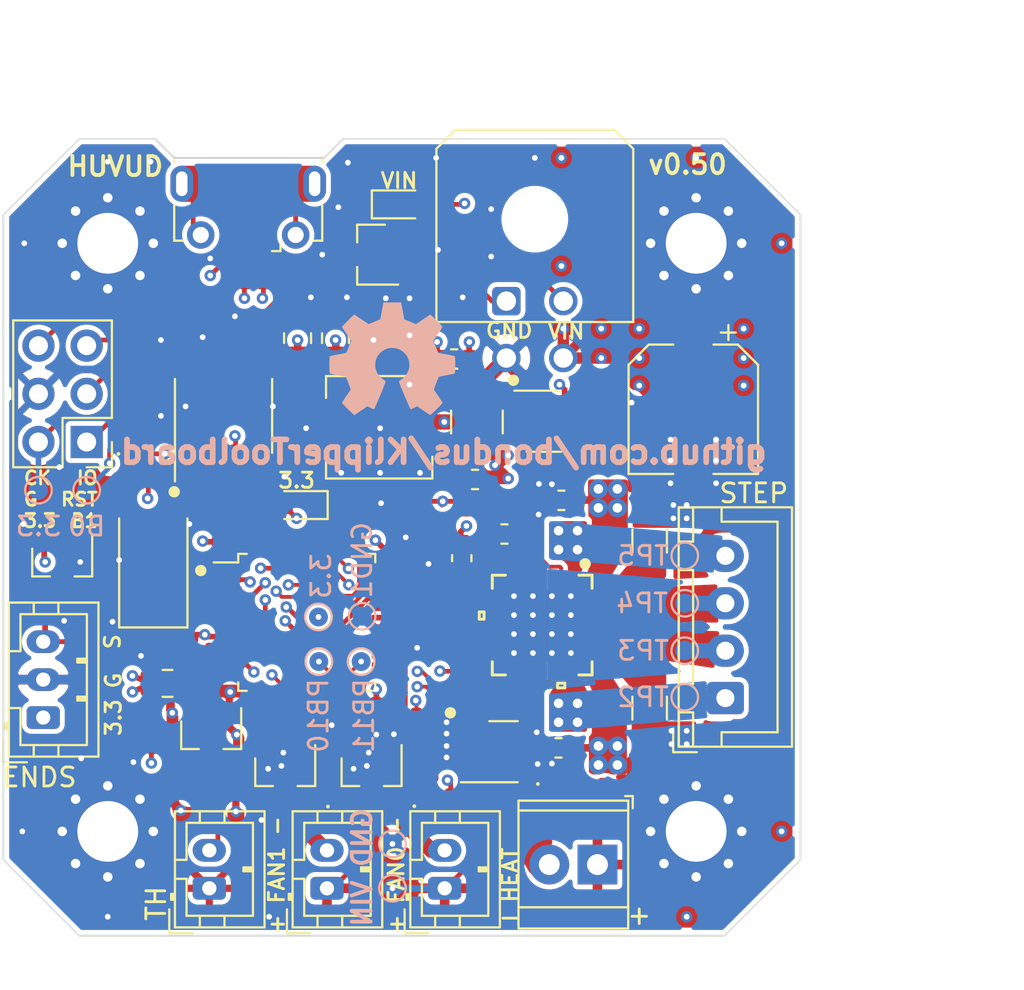
<source format=kicad_pcb>
(kicad_pcb (version 20171130) (host pcbnew "(5.1.5)-3")
  (layers (0 F.Cu signal) (1 In1.Cu signal) (2 In2.Cu signal) (31 B.Cu power) (34 B.Paste user) (35 F.Paste user) (36 B.SilkS user hide) (37 F.SilkS user) (38 B.Mask user) (39 F.Mask user) (44 Edge.Cuts user))
  (net 0 "")
  (net 1 GNDA)
  (net 2 GND)
  (net 3 ST_VS)
  (net 4 "Net-(C3-Pad1)")
  (net 5 "Net-(C4-Pad1)")
  (net 6 "Net-(C5-Pad1)")
  (net 7 "Net-(C5-Pad2)")
  (net 8 +3V3)
  (net 9 "Net-(C12-Pad2)")
  (net 10 "Net-(C13-Pad2)")
  (net 11 "Net-(D1-Pad1)")
  (net 12 "Net-(D1-Pad2)")
  (net 13 "Net-(D2-Pad1)")
  (net 14 "Net-(D2-Pad2)")
  (net 15 "Net-(D3-Pad2)")
  (net 16 "Net-(D3-Pad1)")
  (net 17 AREF)
  (net 18 THERM)
  (net 19 "Net-(R17-Pad1)")
  (net 20 ST_EN)
  (net 21 HEATER)
  (net 22 ST_STEP)
  (net 23 ST_DIR)
  (net 24 ST_DIAG)
  (net 25 "Net-(D6-Pad1)")
  (net 26 "Net-(D8-Pad1)")
  (net 27 SWCLK)
  (net 28 SWDIO)
  (net 29 "Net-(R6-Pad1)")
  (net 30 CANRX)
  (net 31 CANTX)
  (net 32 "Net-(D5-Pad1)")
  (net 33 ENDSTOP)
  (net 34 LED0)
  (net 35 BRA)
  (net 36 BRB)
  (net 37 ST_UART_TX)
  (net 38 ST_UART_RX)
  (net 39 "Net-(J12-Pad6)")
  (net 40 "Net-(J12-Pad2)")
  (net 41 "Net-(J12-Pad3)")
  (net 42 NRST)
  (net 43 USBDM)
  (net 44 USBDP)
  (net 45 BOOT0)
  (net 46 "Net-(C21-Pad2)")
  (net 47 "Net-(C21-Pad1)")
  (net 48 FAN0)
  (net 49 FAN1)
  (net 50 /ST_A2)
  (net 51 /ST_A1)
  (net 52 /ST_B1)
  (net 53 /ST_B2)
  (net 54 "Net-(Q1-Pad1)")
  (net 55 "Net-(Q2-Pad1)")
  (net 56 "Net-(D9-Pad3)")
  (net 57 "Net-(D4-Pad3)")
  (net 58 "Net-(Q3-Pad2)")
  (net 59 BOOT1)
  (net 60 "Net-(R38-Pad1)")
  (net 61 "Net-(C20-Pad2)")
  (net 62 "Net-(C20-Pad1)")
  (net 63 "Net-(R29-Pad2)")
  (net 64 "Net-(R30-Pad2)")
  (net 65 CANH)
  (net 66 CANL)
  (net 67 "Net-(PB10-Pad1)")
  (net 68 "Net-(PB11-Pad1)")
  (module Symbol:OSHW-Symbol_6.7x6mm_SilkScreen (layer B.Cu) (at 202.5 111.6 180)
    (fp_text reference LOGO1 hide)
    (fp_text value Logo_Open_Hardware_Small hide)
  )
  (module Package_TO_SOT_SMD:SOT-23 (layer F.Cu) (at 201.4 106.1 180)
    (fp_text reference D7 hide)
    (fp_text value SM24CANB hide)
    (pad 3 smd rect (at 1 0 180) (size 0.9 0.8) (layers F.Cu F.Paste F.Mask) (net 2 GND))
    (pad 2 smd rect (at -1 0.95 180) (size 0.9 0.8) (layers F.Cu F.Paste F.Mask) (net 65 CANH))
    (pad 1 smd rect (at -1 -0.95 180) (size 0.9 0.8) (layers F.Cu F.Paste F.Mask) (net 66 CANL))
  )
  (module TestPoint:TestPoint_Pad_D1.0mm (layer B.Cu) (at 202.5 139.5)
    (fp_text reference VIN1 hide)
    (fp_text value TestPoint)
    (pad 1 smd circle (at 0 0) (size 1 1) (layers B.Cu B.Mask) (net 3 ST_VS))
  )
  (module TestPoint:TestPoint_Pad_D1.0mm (layer B.Cu) (at 202.5 137.16)
    (fp_text reference GND2 hide)
    (fp_text value TestPoint)
    (pad 1 smd circle (at 0 0) (size 1 1) (layers B.Cu B.Mask) (net 2 GND))
  )
  (module Resistor_SMD:R_0402_1005Metric (layer F.Cu) (at 200.1 119.4)
    (fp_text reference R20 hide)
    (fp_text value 470 hide)
    (pad 2 smd roundrect (at 0.485 0) (size 0.59 0.64) (layers F.Cu F.Paste F.Mask) (net 2 GND))
    (pad 1 smd roundrect (at -0.485 0) (size 0.59 0.64) (layers F.Cu F.Paste F.Mask) (net 26 "Net-(D8-Pad1)"))
  )
  (module TestPoint:TestPoint_Pad_D1.0mm (layer B.Cu) (at 200.9 125.16)
    (fp_text reference GND1 (at 0 -2.96 90) (layer B.SilkS) (effects (justify mirror)))
    (fp_text value TestPoint)
    (pad 1 smd circle (at 0 0) (size 1 1) (layers B.Cu B.Mask) (net 2 GND))
  )
  (module TestPoint:TestPoint_Pad_D1.0mm (layer B.Cu) (at 198.6 125.2)
    (fp_text reference 3.3 (at 0.14 -2.16 90) (layer B.SilkS) (effects (justify mirror)))
    (fp_text value TestPoint)
    (pad 1 smd circle (at 0 0) (size 1 1) (layers B.Cu B.Mask) (net 8 +3V3))
  )
  (module TestPoint:TestPoint_Pad_D1.0mm (layer B.Cu) (at 200.85 127.55)
    (fp_text reference PB11 (at 0.15 2.85 90) (layer B.SilkS) (effects (justify mirror)))
    (fp_text value TestPoint)
    (pad 1 smd circle (at 0 0) (size 1 1) (layers B.Cu B.Mask) (net 68 "Net-(PB11-Pad1)"))
  )
  (module TestPoint:TestPoint_Pad_D1.0mm (layer B.Cu) (at 198.62 127.55)
    (fp_text reference PB10 (at -0.02 2.85 90) (layer B.SilkS) (effects (justify mirror)))
    (fp_text value TestPoint)
    (pad 1 smd circle (at 0 0) (size 1 1) (layers B.Cu B.Mask) (net 67 "Net-(PB10-Pad1)"))
  )
  (module MountingHole:MountingHole_3.2mm_M3_Pad_Via (layer F.Cu) (at 218.5 136.5)
    (fp_text reference H4 hide)
    (fp_text value MountingHole hide)
    (pad 1 thru_hole circle (at 1.697056 -1.697056) (size 0.8 0.8) (drill 0.5) (layers *.Cu *.Mask) (net 2 GND))
    (pad 1 thru_hole circle (at 0 -2.4) (size 0.8 0.8) (drill 0.5) (layers *.Cu *.Mask) (net 2 GND))
    (pad 1 thru_hole circle (at -1.697056 -1.697056) (size 0.8 0.8) (drill 0.5) (layers *.Cu *.Mask) (net 2 GND))
    (pad 1 thru_hole circle (at -2.4 0) (size 0.8 0.8) (drill 0.5) (layers *.Cu *.Mask) (net 2 GND))
    (pad 1 thru_hole circle (at -1.697056 1.697056) (size 0.8 0.8) (drill 0.5) (layers *.Cu *.Mask) (net 2 GND))
    (pad 1 thru_hole circle (at 0 2.4) (size 0.8 0.8) (drill 0.5) (layers *.Cu *.Mask) (net 2 GND))
    (pad 1 thru_hole circle (at 1.697056 1.697056) (size 0.8 0.8) (drill 0.5) (layers *.Cu *.Mask) (net 2 GND))
    (pad 1 thru_hole circle (at 2.4 0) (size 0.8 0.8) (drill 0.5) (layers *.Cu *.Mask) (net 2 GND))
    (pad 1 thru_hole circle (at 0 0) (size 6.4 6.4) (drill 3.2) (layers *.Cu *.Mask) (net 2 GND))
  )
  (module MountingHole:MountingHole_3.2mm_M3_Pad_Via (layer F.Cu) (at 187.5 136.5)
    (fp_text reference H3 hide)
    (fp_text value MountingHole hide)
    (pad 1 thru_hole circle (at 1.697056 -1.697056) (size 0.8 0.8) (drill 0.5) (layers *.Cu *.Mask) (net 2 GND))
    (pad 1 thru_hole circle (at 0 -2.4) (size 0.8 0.8) (drill 0.5) (layers *.Cu *.Mask) (net 2 GND))
    (pad 1 thru_hole circle (at -1.697056 -1.697056) (size 0.8 0.8) (drill 0.5) (layers *.Cu *.Mask) (net 2 GND))
    (pad 1 thru_hole circle (at -2.4 0) (size 0.8 0.8) (drill 0.5) (layers *.Cu *.Mask) (net 2 GND))
    (pad 1 thru_hole circle (at -1.697056 1.697056) (size 0.8 0.8) (drill 0.5) (layers *.Cu *.Mask) (net 2 GND))
    (pad 1 thru_hole circle (at 0 2.4) (size 0.8 0.8) (drill 0.5) (layers *.Cu *.Mask) (net 2 GND))
    (pad 1 thru_hole circle (at 1.697056 1.697056) (size 0.8 0.8) (drill 0.5) (layers *.Cu *.Mask) (net 2 GND))
    (pad 1 thru_hole circle (at 2.4 0) (size 0.8 0.8) (drill 0.5) (layers *.Cu *.Mask) (net 2 GND))
    (pad 1 thru_hole circle (at 0 0) (size 6.4 6.4) (drill 3.2) (layers *.Cu *.Mask) (net 2 GND))
  )
  (module MountingHole:MountingHole_3.2mm_M3_Pad_Via (layer F.Cu) (at 218.5 105.5)
    (fp_text reference H2 hide)
    (fp_text value MountingHole hide)
    (pad 1 thru_hole circle (at 1.697056 -1.697056) (size 0.8 0.8) (drill 0.5) (layers *.Cu *.Mask) (net 2 GND))
    (pad 1 thru_hole circle (at 0 -2.4) (size 0.8 0.8) (drill 0.5) (layers *.Cu *.Mask) (net 2 GND))
    (pad 1 thru_hole circle (at -1.697056 -1.697056) (size 0.8 0.8) (drill 0.5) (layers *.Cu *.Mask) (net 2 GND))
    (pad 1 thru_hole circle (at -2.4 0) (size 0.8 0.8) (drill 0.5) (layers *.Cu *.Mask) (net 2 GND))
    (pad 1 thru_hole circle (at -1.697056 1.697056) (size 0.8 0.8) (drill 0.5) (layers *.Cu *.Mask) (net 2 GND))
    (pad 1 thru_hole circle (at 0 2.4) (size 0.8 0.8) (drill 0.5) (layers *.Cu *.Mask) (net 2 GND))
    (pad 1 thru_hole circle (at 1.697056 1.697056) (size 0.8 0.8) (drill 0.5) (layers *.Cu *.Mask) (net 2 GND))
    (pad 1 thru_hole circle (at 2.4 0) (size 0.8 0.8) (drill 0.5) (layers *.Cu *.Mask) (net 2 GND))
    (pad 1 thru_hole circle (at 0 0) (size 6.4 6.4) (drill 3.2) (layers *.Cu *.Mask) (net 2 GND))
  )
  (module MountingHole:MountingHole_3.2mm_M3_Pad_Via (layer F.Cu) (at 187.5 105.5)
    (fp_text reference H1 hide)
    (fp_text value MountingHole hide)
    (pad 1 thru_hole circle (at 1.697056 -1.697056) (size 0.8 0.8) (drill 0.5) (layers *.Cu *.Mask) (net 2 GND))
    (pad 1 thru_hole circle (at 0 -2.4) (size 0.8 0.8) (drill 0.5) (layers *.Cu *.Mask) (net 2 GND))
    (pad 1 thru_hole circle (at -1.697056 -1.697056) (size 0.8 0.8) (drill 0.5) (layers *.Cu *.Mask) (net 2 GND))
    (pad 1 thru_hole circle (at -2.4 0) (size 0.8 0.8) (drill 0.5) (layers *.Cu *.Mask) (net 2 GND))
    (pad 1 thru_hole circle (at -1.697056 1.697056) (size 0.8 0.8) (drill 0.5) (layers *.Cu *.Mask) (net 2 GND))
    (pad 1 thru_hole circle (at 0 2.4) (size 0.8 0.8) (drill 0.5) (layers *.Cu *.Mask) (net 2 GND))
    (pad 1 thru_hole circle (at 1.697056 1.697056) (size 0.8 0.8) (drill 0.5) (layers *.Cu *.Mask) (net 2 GND))
    (pad 1 thru_hole circle (at 2.4 0) (size 0.8 0.8) (drill 0.5) (layers *.Cu *.Mask) (net 2 GND))
    (pad 1 thru_hole circle (at 0 0) (size 6.4 6.4) (drill 3.2) (layers *.Cu *.Mask) (net 2 GND))
  )
  (module Connector_Molex:Molex_Micro-Fit_3.0_43045-0400_2x02_P3.00mm_Horizontal (layer F.Cu) (at 208.5 108.55)
    (fp_text reference J1 hide)
    (fp_text value Conn_02x02_Odd_Even hide)
    (pad 4 thru_hole circle (at 3 3) (size 1.5 1.5) (drill 1.02) (layers *.Cu *.Mask) (net 3 ST_VS))
    (pad 3 thru_hole circle (at 0 3) (size 1.5 1.5) (drill 1.02) (layers *.Cu *.Mask) (net 2 GND))
    (pad 2 thru_hole circle (at 3 0) (size 1.5 1.5) (drill 1.02) (layers *.Cu *.Mask) (net 65 CANH))
    (pad 1 thru_hole roundrect (at 0 0) (size 1.5 1.5) (drill 1.02) (layers *.Cu *.Mask) (roundrect_rratio 0.166667) (net 66 CANL))
    (pad "" np_thru_hole circle (at 1.5 -4.32) (size 3 3) (drill 3) (layers *.Cu *.Mask))
  )
  (module Package_TO_SOT_SMD:SOT-23 (layer F.Cu) (at 192.95 131.4 270)
    (fp_text reference D9 hide)
    (fp_text value BAT54S hide)
    (pad 3 smd rect (at 1 0 270) (size 0.9 0.8) (layers F.Cu F.Paste F.Mask) (net 56 "Net-(D9-Pad3)"))
    (pad 2 smd rect (at -1 0.95 270) (size 0.9 0.8) (layers F.Cu F.Paste F.Mask) (net 17 AREF))
    (pad 1 smd rect (at -1 -0.95 270) (size 0.9 0.8) (layers F.Cu F.Paste F.Mask) (net 1 GNDA))
  )
  (module TestPoint:TestPoint_Pad_D1.0mm (layer B.Cu) (at 183.8485 118.516)
    (fp_text reference TP6 hide)
    (fp_text value TestPoint)
    (pad 1 smd circle (at 0 0) (size 1 1) (layers B.Cu B.Mask) (net 8 +3V3))
  )
  (module TestPoint:TestPoint_Pad_D1.0mm (layer B.Cu) (at 217.9 121.976)
    (fp_text reference TP5 (at -2.2 0) (layer B.SilkS) (effects (justify mirror)))
    (fp_text value TestPoint)
    (pad 1 smd circle (at 0 0) (size 1 1) (layers B.Cu B.Mask) (net 53 /ST_B2))
  )
  (module TestPoint:TestPoint_Pad_D1.0mm (layer B.Cu) (at 217.9 124.476)
    (fp_text reference TP4 (at -2.25 0) (layer B.SilkS) (effects (justify mirror)))
    (fp_text value TestPoint)
    (pad 1 smd circle (at 0 0) (size 1 1) (layers B.Cu B.Mask) (net 52 /ST_B1))
  )
  (module TestPoint:TestPoint_Pad_D1.0mm (layer B.Cu) (at 217.9 126.976)
    (fp_text reference TP3 (at -2.2 0) (layer B.SilkS) (effects (justify mirror)))
    (fp_text value TestPoint)
    (pad 1 smd circle (at 0 0) (size 1 1) (layers B.Cu B.Mask) (net 51 /ST_A1))
  )
  (module TestPoint:TestPoint_Pad_D1.0mm (layer B.Cu) (at 217.9 129.426)
    (fp_text reference TP2 (at -2.2 0) (layer B.SilkS) (effects (justify mirror)))
    (fp_text value TestPoint)
    (pad 1 smd circle (at 0 0) (size 1 1) (layers B.Cu B.Mask) (net 50 /ST_A2))
  )
  (module Resistor_SMD:R_0402_1005Metric (layer F.Cu) (at 211.8 117.2 180)
    (fp_text reference R31 hide)
    (fp_text value 22 hide)
    (pad 2 smd roundrect (at 0.485 0 180) (size 0.59 0.64) (layers F.Cu F.Paste F.Mask) (net 64 "Net-(R30-Pad2)"))
    (pad 1 smd roundrect (at -0.485 0 180) (size 0.59 0.64) (layers F.Cu F.Paste F.Mask) (net 63 "Net-(R29-Pad2)"))
  )
  (module Resistor_SMD:R_0402_1005Metric (layer F.Cu) (at 209.9 117.2)
    (fp_text reference R30 hide)
    (fp_text value 22 hide)
    (pad 2 smd roundrect (at 0.485 0) (size 0.59 0.64) (layers F.Cu F.Paste F.Mask) (net 64 "Net-(R30-Pad2)"))
    (pad 1 smd roundrect (at -0.485 0) (size 0.59 0.64) (layers F.Cu F.Paste F.Mask) (net 8 +3V3))
  )
  (module NetTie:NetTie-2_SMD_Pad0.5mm (layer F.Cu) (at 189.45 126.34)
    (fp_text reference NT1 hide)
    (fp_text value Net-Tie_2 hide)
    (fp_poly (pts (xy -0.5 -0.25) (xy 0.5 -0.25) (xy 0.5 0.25) (xy -0.5 0.25)) (layer F.Cu) (width 0))
    (pad 2 smd circle (at 0.5 0) (size 0.5 0.5) (layers F.Cu) (net 1 GNDA))
    (pad 1 smd circle (at -0.5 0) (size 0.5 0.5) (layers F.Cu) (net 2 GND))
  )
  (module Capacitor_SMD:C_0402_1005Metric (layer F.Cu) (at 190.97 126.77 270)
    (fp_text reference C11 hide)
    (fp_text value 0.1uF hide)
    (pad 2 smd roundrect (at 0.485 0 270) (size 0.59 0.64) (layers F.Cu F.Paste F.Mask) (net 17 AREF))
    (pad 1 smd roundrect (at -0.485 0 270) (size 0.59 0.64) (layers F.Cu F.Paste F.Mask) (net 1 GNDA))
  )
  (module LED_SMD:LED_0402_1005Metric (layer F.Cu) (at 189.15 116.6)
    (fp_text reference D5 hide)
    (fp_text value LEDGR hide)
    (pad 2 smd roundrect (at 0.485 0) (size 0.59 0.64) (layers F.Cu F.Paste F.Mask) (net 8 +3V3))
    (pad 1 smd roundrect (at -0.485 0) (size 0.59 0.64) (layers F.Cu F.Paste F.Mask) (net 32 "Net-(D5-Pad1)"))
  )
  (module Resistor_SMD:R_0402_1005Metric (layer F.Cu) (at 214.3 116.8 270)
    (fp_text reference R29 hide)
    (fp_text value 2.2k hide)
    (pad 2 smd roundrect (at 0.485 0 270) (size 0.59 0.64) (layers F.Cu F.Paste F.Mask) (net 63 "Net-(R29-Pad2)"))
    (pad 1 smd roundrect (at -0.485 0 270) (size 0.59 0.64) (layers F.Cu F.Paste F.Mask) (net 46 "Net-(C21-Pad2)"))
  )
  (module Capacitor_SMD:C_0402_1005Metric (layer F.Cu) (at 213.8 115.35)
    (fp_text reference C21 hide)
    (fp_text value 68pF hide)
    (pad 2 smd roundrect (at 0.485 0) (size 0.59 0.64) (layers F.Cu F.Paste F.Mask) (net 46 "Net-(C21-Pad2)"))
    (pad 1 smd roundrect (at -0.485 0) (size 0.59 0.64) (layers F.Cu F.Paste F.Mask) (net 47 "Net-(C21-Pad1)"))
  )
  (module Capacitor_SMD:C_0603_1608Metric (layer F.Cu) (at 205.75 111.6)
    (fp_text reference C20 hide)
    (fp_text value 0.1uF/35V hide)
    (pad 2 smd roundrect (at 0.7875 0) (size 0.875 0.95) (layers F.Cu F.Paste F.Mask) (net 61 "Net-(C20-Pad2)"))
    (pad 1 smd roundrect (at -0.7875 0) (size 0.875 0.95) (layers F.Cu F.Paste F.Mask) (net 62 "Net-(C20-Pad1)"))
  )
  (module Capacitor_SMD:C_0603_1608Metric (layer F.Cu) (at 206.85 117.95 180)
    (fp_text reference C16 hide)
    (fp_text value 0.1uF/35V hide)
    (pad 2 smd roundrect (at 0.7875 0 180) (size 0.875 0.95) (layers F.Cu F.Paste F.Mask) (net 2 GND))
    (pad 1 smd roundrect (at -0.7875 0 180) (size 0.875 0.95) (layers F.Cu F.Paste F.Mask) (net 3 ST_VS))
  )
  (module Capacitor_SMD:C_0805_2012Metric (layer F.Cu) (at 199.5 110.5 90)
    (fp_text reference C32 hide)
    (fp_text value 10uF hide)
    (pad 2 smd roundrect (at 0.9375 0 90) (size 0.975 1.4) (layers F.Cu F.Paste F.Mask) (net 2 GND))
    (pad 1 smd roundrect (at -0.9375 0 90) (size 0.975 1.4) (layers F.Cu F.Paste F.Mask) (net 8 +3V3))
  )
  (module Capacitor_SMD:C_0805_2012Metric (layer F.Cu) (at 197.5 110.5 90)
    (fp_text reference C15 hide)
    (fp_text value 10uF hide)
    (pad 2 smd roundrect (at 0.9375 0 90) (size 0.975 1.4) (layers F.Cu F.Paste F.Mask) (net 2 GND))
    (pad 1 smd roundrect (at -0.9375 0 90) (size 0.975 1.4) (layers F.Cu F.Paste F.Mask) (net 8 +3V3))
  )
  (module Capacitor_SMD:C_0805_2012Metric (layer F.Cu) (at 201.5 110.5 90)
    (fp_text reference C14 hide)
    (fp_text value 10uF hide)
    (pad 2 smd roundrect (at 0.9375 0 90) (size 0.975 1.4) (layers F.Cu F.Paste F.Mask) (net 2 GND))
    (pad 1 smd roundrect (at -0.9375 0 90) (size 0.975 1.4) (layers F.Cu F.Paste F.Mask) (net 8 +3V3))
  )
  (module Capacitor_SMD:C_1210_3225Metric (layer F.Cu) (at 206.95 114.92 270)
    (fp_text reference C22 hide)
    (fp_text value 10uF/35V hide)
    (pad 2 smd roundrect (at 1.4 0 270) (size 1.25 2.65) (layers F.Cu F.Paste F.Mask) (roundrect_rratio 0.2) (net 3 ST_VS))
    (pad 1 smd roundrect (at -1.4 0 270) (size 1.25 2.65) (layers F.Cu F.Paste F.Mask) (roundrect_rratio 0.2) (net 2 GND))
  )
  (module Package_TO_SOT_SMD:SOT-23-6 (layer F.Cu) (at 210.47 114.88)
    (fp_text reference U3 hide)
    (fp_text value TPS54308 hide)
    (pad 5 smd rect (at 1.1 0) (size 1.06 0.65) (layers F.Cu F.Paste F.Mask) (net 60 "Net-(R38-Pad1)"))
    (pad 6 smd rect (at 1.1 -0.95) (size 1.06 0.65) (layers F.Cu F.Paste F.Mask) (net 61 "Net-(C20-Pad2)"))
    (pad 4 smd rect (at 1.1 0.95) (size 1.06 0.65) (layers F.Cu F.Paste F.Mask) (net 47 "Net-(C21-Pad1)"))
    (pad 3 smd rect (at -1.1 0.95) (size 1.06 0.65) (layers F.Cu F.Paste F.Mask) (net 3 ST_VS))
    (pad 2 smd rect (at -1.1 0) (size 1.06 0.65) (layers F.Cu F.Paste F.Mask) (net 62 "Net-(C20-Pad1)"))
    (pad 1 smd rect (at -1.1 -0.95) (size 1.06 0.65) (layers F.Cu F.Paste F.Mask) (net 2 GND))
  )
  (module Resistor_SMD:R_0402_1005Metric (layer F.Cu) (at 213.8 114.4 180)
    (fp_text reference R41 hide)
    (fp_text value 22k hide)
    (pad 2 smd roundrect (at 0.485 0 180) (size 0.59 0.64) (layers F.Cu F.Paste F.Mask) (net 47 "Net-(C21-Pad1)"))
    (pad 1 smd roundrect (at -0.485 0 180) (size 0.59 0.64) (layers F.Cu F.Paste F.Mask) (net 2 GND))
  )
  (module Resistor_SMD:R_0402_1005Metric (layer F.Cu) (at 213.3 116.8 270)
    (fp_text reference R40 hide)
    (fp_text value 100k hide)
    (pad 2 smd roundrect (at 0.485 0 270) (size 0.59 0.64) (layers F.Cu F.Paste F.Mask) (net 63 "Net-(R29-Pad2)"))
    (pad 1 smd roundrect (at -0.485 0 270) (size 0.59 0.64) (layers F.Cu F.Paste F.Mask) (net 47 "Net-(C21-Pad1)"))
  )
  (module Resistor_SMD:R_0402_1005Metric (layer F.Cu) (at 213.8 113.45 180)
    (fp_text reference R39 hide)
    (fp_text value 22k hide)
    (pad 2 smd roundrect (at 0.485 0 180) (size 0.59 0.64) (layers F.Cu F.Paste F.Mask) (net 60 "Net-(R38-Pad1)"))
    (pad 1 smd roundrect (at -0.485 0 180) (size 0.59 0.64) (layers F.Cu F.Paste F.Mask) (net 2 GND))
  )
  (module Resistor_SMD:R_0402_1005Metric (layer F.Cu) (at 213.8 112.45)
    (fp_text reference R38 hide)
    (fp_text value 100k hide)
    (pad 2 smd roundrect (at 0.485 0) (size 0.59 0.64) (layers F.Cu F.Paste F.Mask) (net 3 ST_VS))
    (pad 1 smd roundrect (at -0.485 0) (size 0.59 0.64) (layers F.Cu F.Paste F.Mask) (net 60 "Net-(R38-Pad1)"))
  )
  (module Inductor_SMD:L_Sunlord_MWSA0518_5.4x5.2mm (layer F.Cu) (at 201.8 115.2 180)
    (fp_text reference L4 hide)
    (fp_text value "10uH/max 145mOhm 2A" hide)
    (pad 2 smd rect (at 2.05 0 180) (size 1.9 2.5) (layers F.Cu F.Paste F.Mask) (net 8 +3V3))
    (pad 1 smd rect (at -2.05 0 180) (size 1.9 2.5) (layers F.Cu F.Paste F.Mask) (net 62 "Net-(C20-Pad1)"))
  )
  (module Resistor_SMD:R_0402_1005Metric (layer F.Cu) (at 189.15 114.6 180)
    (fp_text reference R37 hide)
    (fp_text value 10k hide)
    (pad 2 smd roundrect (at 0.485 0 180) (size 0.59 0.64) (layers F.Cu F.Paste F.Mask) (net 59 BOOT1))
    (pad 1 smd roundrect (at -0.485 0 180) (size 0.59 0.64) (layers F.Cu F.Paste F.Mask) (net 2 GND))
  )
  (module Capacitor_SMD:C_0402_1005Metric (layer F.Cu) (at 191.95 126.77 270)
    (fp_text reference C23 hide)
    (fp_text value 4.7uF hide)
    (pad 2 smd roundrect (at 0.485 0 270) (size 0.59 0.64) (layers F.Cu F.Paste F.Mask) (net 17 AREF))
    (pad 1 smd roundrect (at -0.485 0 270) (size 0.59 0.64) (layers F.Cu F.Paste F.Mask) (net 1 GNDA))
  )
  (module TestPoint:TestPoint_Pad_D1.0mm (layer B.Cu) (at 186.3885 118.516)
    (fp_text reference TP1 hide)
    (fp_text value TestPoint)
    (pad 1 smd circle (at 0 0) (size 1 1) (layers B.Cu B.Mask) (net 45 BOOT0))
  )
  (module Huvud:DFN-8-1EP_3x3mm_P0.65mm_EP1.7x2.05mm (layer F.Cu) (at 207.6 132.3)
    (fp_text reference Q3 hide)
    (fp_text value AON7524 hide)
    (pad 3 smd rect (at 0 0) (size 1.7 2.05) (layers F.Cu F.Mask) (net 16 "Net-(D3-Pad1)"))
    (pad 3 smd roundrect (at 1.45 -0.975) (size 0.8 0.3) (layers F.Cu F.Paste F.Mask) (net 16 "Net-(D3-Pad1)"))
    (pad 3 smd roundrect (at 1.45 -0.325) (size 0.8 0.3) (layers F.Cu F.Paste F.Mask) (net 16 "Net-(D3-Pad1)"))
    (pad 3 smd roundrect (at 1.45 0.325) (size 0.8 0.3) (layers F.Cu F.Paste F.Mask) (net 16 "Net-(D3-Pad1)"))
    (pad 3 smd roundrect (at 1.45 0.975) (size 0.8 0.3) (layers F.Cu F.Paste F.Mask) (net 16 "Net-(D3-Pad1)"))
    (pad 2 smd roundrect (at -1.45 0.975) (size 0.8 0.3) (layers F.Cu F.Paste F.Mask) (net 58 "Net-(Q3-Pad2)"))
    (pad 1 smd roundrect (at -1.45 0.325) (size 0.8 0.3) (layers F.Cu F.Paste F.Mask) (net 2 GND))
    (pad 1 smd roundrect (at -1.45 -0.325) (size 0.8 0.3) (layers F.Cu F.Paste F.Mask) (net 2 GND))
    (pad 1 smd roundrect (at -1.45 -0.975) (size 0.8 0.3) (layers F.Cu F.Paste F.Mask) (net 2 GND))
  )
  (module Resistor_SMD:R_0402_1005Metric (layer F.Cu) (at 189.15 117.6 180)
    (fp_text reference R3 hide)
    (fp_text value 470 hide)
    (pad 2 smd roundrect (at 0.485 0 180) (size 0.59 0.64) (layers F.Cu F.Paste F.Mask) (net 32 "Net-(D5-Pad1)"))
    (pad 1 smd roundrect (at -0.485 0 180) (size 0.59 0.64) (layers F.Cu F.Paste F.Mask) (net 34 LED0))
  )
  (module Package_TO_SOT_SMD:SOT-23 (layer F.Cu) (at 185.1 122.3 270)
    (fp_text reference D4 hide)
    (fp_text value BAT54S hide)
    (pad 3 smd rect (at 1 0 270) (size 0.9 0.8) (layers F.Cu F.Paste F.Mask) (net 57 "Net-(D4-Pad3)"))
    (pad 2 smd rect (at -1 0.95 270) (size 0.9 0.8) (layers F.Cu F.Paste F.Mask) (net 8 +3V3))
    (pad 1 smd rect (at -1 -0.95 270) (size 0.9 0.8) (layers F.Cu F.Paste F.Mask) (net 2 GND))
  )
  (module LED_SMD:LED_0603_1608Metric (layer F.Cu) (at 197.6 119.3 180)
    (fp_text reference D8 hide)
    (fp_text value LEDRED hide)
    (pad 2 smd roundrect (at 0.7875 0 180) (size 0.875 0.95) (layers F.Cu F.Paste F.Mask) (net 8 +3V3))
    (pad 1 smd roundrect (at -0.7875 0 180) (size 0.875 0.95) (layers F.Cu F.Paste F.Mask) (net 26 "Net-(D8-Pad1)"))
  )
  (module LED_SMD:LED_0603_1608Metric (layer F.Cu) (at 202.9 103.45)
    (fp_text reference D6 hide)
    (fp_text value LEDRED hide)
    (pad 2 smd roundrect (at 0.7875 0) (size 0.875 0.95) (layers F.Cu F.Paste F.Mask) (net 3 ST_VS))
    (pad 1 smd roundrect (at -0.7875 0) (size 0.875 0.95) (layers F.Cu F.Paste F.Mask) (net 25 "Net-(D6-Pad1)"))
  )
  (module Resistor_SMD:R_0402_1005Metric (layer F.Cu) (at 189.35 131.15)
    (fp_text reference R36 hide)
    (fp_text value 10k hide)
    (pad 2 smd roundrect (at 0.485 0) (size 0.59 0.64) (layers F.Cu F.Paste F.Mask) (net 33 ENDSTOP))
    (pad 1 smd roundrect (at -0.485 0) (size 0.59 0.64) (layers F.Cu F.Paste F.Mask) (net 57 "Net-(D4-Pad3)"))
  )
  (module Resistor_SMD:R_0402_1005Metric (layer F.Cu) (at 197.7 131.15)
    (fp_text reference R35 hide)
    (fp_text value 22 hide)
    (pad 2 smd roundrect (at 0.485 0) (size 0.59 0.64) (layers F.Cu F.Paste F.Mask) (net 55 "Net-(Q2-Pad1)"))
    (pad 1 smd roundrect (at -0.485 0) (size 0.59 0.64) (layers F.Cu F.Paste F.Mask) (net 49 FAN1))
  )
  (module Resistor_SMD:R_0402_1005Metric (layer F.Cu) (at 204.1 131.675 180)
    (fp_text reference R34 hide)
    (fp_text value 22 hide)
    (pad 2 smd roundrect (at 0.485 0 180) (size 0.59 0.64) (layers F.Cu F.Paste F.Mask) (net 54 "Net-(Q1-Pad1)"))
    (pad 1 smd roundrect (at -0.485 0 180) (size 0.59 0.64) (layers F.Cu F.Paste F.Mask) (net 48 FAN0))
  )
  (module Resistor_SMD:R_0402_1005Metric (layer F.Cu) (at 206.05 134.55)
    (fp_text reference R28 hide)
    (fp_text value 22 hide)
    (pad 2 smd roundrect (at 0.485 0) (size 0.59 0.64) (layers F.Cu F.Paste F.Mask) (net 58 "Net-(Q3-Pad2)"))
    (pad 1 smd roundrect (at -0.485 0) (size 0.59 0.64) (layers F.Cu F.Paste F.Mask) (net 21 HEATER))
  )
  (module LED_SMD:LED_0402_1005Metric (layer F.Cu) (at 211.25 134)
    (fp_text reference D3 hide)
    (fp_text value LEDGR hide)
    (pad 2 smd roundrect (at 0.485 0) (size 0.59 0.64) (layers F.Cu F.Paste F.Mask) (net 15 "Net-(D3-Pad2)"))
    (pad 1 smd roundrect (at -0.485 0) (size 0.59 0.64) (layers F.Cu F.Paste F.Mask) (net 16 "Net-(D3-Pad1)"))
  )
  (module LED_SMD:LED_0402_1005Metric (layer F.Cu) (at 199.1 134.1 90)
    (fp_text reference D2 hide)
    (fp_text value LEDGR hide)
    (pad 2 smd roundrect (at 0.485 0 90) (size 0.59 0.64) (layers F.Cu F.Paste F.Mask) (net 14 "Net-(D2-Pad2)"))
    (pad 1 smd roundrect (at -0.485 0 90) (size 0.59 0.64) (layers F.Cu F.Paste F.Mask) (net 13 "Net-(D2-Pad1)"))
  )
  (module LED_SMD:LED_0402_1005Metric (layer F.Cu) (at 203.65 134.08 90)
    (fp_text reference D1 hide)
    (fp_text value LEDGR hide)
    (pad 2 smd roundrect (at 0.485 0 90) (size 0.59 0.64) (layers F.Cu F.Paste F.Mask) (net 12 "Net-(D1-Pad2)"))
    (pad 1 smd roundrect (at -0.485 0 90) (size 0.59 0.64) (layers F.Cu F.Paste F.Mask) (net 11 "Net-(D1-Pad1)"))
  )
  (module Capacitor_SMD:C_0402_1005Metric (layer F.Cu) (at 194.25 134.05 90)
    (fp_text reference C25 hide)
    (fp_text value 0.1uF hide)
    (pad 2 smd roundrect (at 0.485 0 90) (size 0.59 0.64) (layers F.Cu F.Paste F.Mask) (net 18 THERM))
    (pad 1 smd roundrect (at -0.485 0 90) (size 0.59 0.64) (layers F.Cu F.Paste F.Mask) (net 1 GNDA))
  )
  (module Capacitor_SMD:C_0402_1005Metric (layer F.Cu) (at 189.35 132.1 180)
    (fp_text reference C2 hide)
    (fp_text value 0.1uF hide)
    (pad 2 smd roundrect (at 0.485 0 180) (size 0.59 0.64) (layers F.Cu F.Paste F.Mask) (net 2 GND))
    (pad 1 smd roundrect (at -0.485 0 180) (size 0.59 0.64) (layers F.Cu F.Paste F.Mask) (net 33 ENDSTOP))
  )
  (module Connector_PinHeader_2.54mm:PinHeader_2x03_P2.54mm_Vertical (layer F.Cu) (at 186.3885 115.976 180)
    (fp_text reference J2 hide)
    (fp_text value DBG hide)
    (pad 6 thru_hole oval (at 2.54 5.08 180) (size 1.7 1.7) (drill 1) (layers *.Cu *.Mask) (net 27 SWCLK))
    (pad 5 thru_hole oval (at 0 5.08 180) (size 1.7 1.7) (drill 1) (layers *.Cu *.Mask) (net 28 SWDIO))
    (pad 4 thru_hole oval (at 2.54 2.54 180) (size 1.7 1.7) (drill 1) (layers *.Cu *.Mask) (net 2 GND))
    (pad 3 thru_hole oval (at 0 2.54 180) (size 1.7 1.7) (drill 1) (layers *.Cu *.Mask) (net 42 NRST))
    (pad 2 thru_hole oval (at 2.54 0 180) (size 1.7 1.7) (drill 1) (layers *.Cu *.Mask) (net 8 +3V3))
    (pad 1 thru_hole rect (at 0 0 180) (size 1.7 1.7) (drill 1) (layers *.Cu *.Mask) (net 59 BOOT1))
  )
  (module Resistor_SMD:R_0402_1005Metric (layer F.Cu) (at 203.8 105.35 270)
    (fp_text reference R11 hide)
    (fp_text value 10k hide)
    (pad 2 smd roundrect (at 0.485 0 270) (size 0.59 0.64) (layers F.Cu F.Paste F.Mask) (net 2 GND))
    (pad 1 smd roundrect (at -0.485 0 270) (size 0.59 0.64) (layers F.Cu F.Paste F.Mask) (net 25 "Net-(D6-Pad1)"))
  )
  (module Connector_USB:USB_Micro-B_Molex-105017-0001 (layer F.Cu) (at 194.9 103.6 180)
    (fp_text reference J12 hide)
    (fp_text value USB_Micro-B_Molex-105017-0001 hide)
    (pad 6 smd rect (at -2.9 1.2375 180) (size 1.2 1.9) (layers F.Cu F.Mask) (net 39 "Net-(J12-Pad6)"))
    (pad 6 smd rect (at 2.9 1.2375 180) (size 1.2 1.9) (layers F.Cu F.Mask) (net 39 "Net-(J12-Pad6)"))
    (pad 6 thru_hole oval (at 3.5 1.2375 180) (size 1.2 1.9) (drill oval 0.6 1.3) (layers *.Cu *.Mask) (net 39 "Net-(J12-Pad6)"))
    (pad 6 thru_hole oval (at -3.5 1.2375) (size 1.2 1.9) (drill oval 0.6 1.3) (layers *.Cu *.Mask) (net 39 "Net-(J12-Pad6)"))
    (pad 6 smd rect (at -1 1.2375 180) (size 1.5 1.9) (layers F.Cu F.Paste F.Mask) (net 39 "Net-(J12-Pad6)"))
    (pad 6 thru_hole circle (at 2.5 -1.4625 180) (size 1.45 1.45) (drill 0.85) (layers *.Cu *.Mask) (net 39 "Net-(J12-Pad6)"))
    (pad 3 smd rect (at 0 -1.4625 180) (size 0.4 1.35) (layers F.Cu F.Paste F.Mask) (net 41 "Net-(J12-Pad3)"))
    (pad 4 smd rect (at 0.65 -1.4625 180) (size 0.4 1.35) (layers F.Cu F.Paste F.Mask) (net 2 GND))
    (pad 5 smd rect (at 1.3 -1.4625 180) (size 0.4 1.35) (layers F.Cu F.Paste F.Mask) (net 2 GND))
    (pad 1 smd rect (at -1.3 -1.4625 180) (size 0.4 1.35) (layers F.Cu F.Paste F.Mask))
    (pad 2 smd rect (at -0.65 -1.4625 180) (size 0.4 1.35) (layers F.Cu F.Paste F.Mask) (net 40 "Net-(J12-Pad2)"))
    (pad 6 thru_hole circle (at -2.5 -1.4625 180) (size 1.45 1.45) (drill 0.85) (layers *.Cu *.Mask) (net 39 "Net-(J12-Pad6)"))
    (pad 6 smd rect (at 1 1.2375 180) (size 1.5 1.9) (layers F.Cu F.Paste F.Mask) (net 39 "Net-(J12-Pad6)"))
  )
  (module Connector_JST:JST_XH_B4B-XH-A_1x04_P2.50mm_Vertical (layer F.Cu) (at 220.0385 129.476 90)
    (fp_text reference J9 hide)
    (fp_text value STEPPER hide)
    (pad 4 thru_hole oval (at 7.5 0 90) (size 1.7 1.95) (drill 0.95) (layers *.Cu *.Mask) (net 53 /ST_B2))
    (pad 3 thru_hole oval (at 5 0 90) (size 1.7 1.95) (drill 0.95) (layers *.Cu *.Mask) (net 52 /ST_B1))
    (pad 2 thru_hole oval (at 2.5 0 90) (size 1.7 1.95) (drill 0.95) (layers *.Cu *.Mask) (net 51 /ST_A1))
    (pad 1 thru_hole roundrect (at 0 0 90) (size 1.7 1.95) (drill 0.95) (layers *.Cu *.Mask) (roundrect_rratio 0.147059) (net 50 /ST_A2))
  )
  (module Inductor_SMD:L_0805_2012Metric (layer F.Cu) (at 190.65 128.7)
    (fp_text reference L1 hide)
    (fp_text value 22uH hide)
    (pad 2 smd roundrect (at 0.9375 0) (size 0.975 1.4) (layers F.Cu F.Paste F.Mask) (net 17 AREF))
    (pad 1 smd roundrect (at -0.9375 0) (size 0.975 1.4) (layers F.Cu F.Paste F.Mask) (net 8 +3V3))
  )
  (module Connector_JST:JST_PH_B2B-PH-K_1x02_P2.00mm_Vertical (layer F.Cu) (at 192.85 139.5 90)
    (fp_text reference J3 hide)
    (fp_text value THERM hide)
    (pad 2 thru_hole oval (at 2 0 90) (size 1.2 1.75) (drill 0.75) (layers *.Cu *.Mask) (net 56 "Net-(D9-Pad3)"))
    (pad 1 thru_hole roundrect (at 0 0 90) (size 1.2 1.75) (drill 0.75) (layers *.Cu *.Mask) (roundrect_rratio 0.208333) (net 1 GNDA))
  )
  (module Resistor_SMD:R_0402_1005Metric (layer F.Cu) (at 191.9 134.05 90)
    (fp_text reference R2 hide)
    (fp_text value 2.2k hide)
    (pad 2 smd roundrect (at 0.485 0 90) (size 0.59 0.64) (layers F.Cu F.Paste F.Mask) (net 17 AREF))
    (pad 1 smd roundrect (at -0.485 0 90) (size 0.59 0.64) (layers F.Cu F.Paste F.Mask) (net 56 "Net-(D9-Pad3)"))
  )
  (module Resistor_SMD:R_0402_1005Metric (layer F.Cu) (at 193.3 134.05 270)
    (fp_text reference R5 hide)
    (fp_text value 10k hide)
    (pad 2 smd roundrect (at 0.485 0 270) (size 0.59 0.64) (layers F.Cu F.Paste F.Mask) (net 56 "Net-(D9-Pad3)"))
    (pad 1 smd roundrect (at -0.485 0 270) (size 0.59 0.64) (layers F.Cu F.Paste F.Mask) (net 18 THERM))
  )
  (module Capacitor_SMD:C_0402_1005Metric (layer F.Cu) (at 193.55 118.8)
    (fp_text reference C28 hide)
    (fp_text value 0.1uF hide)
    (pad 2 smd roundrect (at 0.485 0) (size 0.59 0.64) (layers F.Cu F.Paste F.Mask) (net 8 +3V3))
    (pad 1 smd roundrect (at -0.485 0) (size 0.59 0.64) (layers F.Cu F.Paste F.Mask) (net 2 GND))
  )
  (module Capacitor_SMD:C_0402_1005Metric (layer F.Cu) (at 201.65 130.2 270)
    (fp_text reference C27 hide)
    (fp_text value 4.7uF hide)
    (pad 2 smd roundrect (at 0.485 0 270) (size 0.59 0.64) (layers F.Cu F.Paste F.Mask) (net 2 GND))
    (pad 1 smd roundrect (at -0.485 0 270) (size 0.59 0.64) (layers F.Cu F.Paste F.Mask) (net 8 +3V3))
  )
  (module Capacitor_SMD:C_0402_1005Metric (layer F.Cu) (at 189.15 113.6)
    (fp_text reference C24 hide)
    (fp_text value 0.1uF hide)
    (pad 2 smd roundrect (at 0.485 0) (size 0.59 0.64) (layers F.Cu F.Paste F.Mask) (net 2 GND))
    (pad 1 smd roundrect (at -0.485 0) (size 0.59 0.64) (layers F.Cu F.Paste F.Mask) (net 8 +3V3))
  )
  (module Capacitor_SMD:C_0402_1005Metric (layer F.Cu) (at 189.15 111.6 180)
    (fp_text reference C19 hide)
    (fp_text value 0.1uF hide)
    (pad 2 smd roundrect (at 0.485 0 180) (size 0.59 0.64) (layers F.Cu F.Paste F.Mask) (net 42 NRST))
    (pad 1 smd roundrect (at -0.485 0 180) (size 0.59 0.64) (layers F.Cu F.Paste F.Mask) (net 2 GND))
  )
  (module Capacitor_SMD:C_0402_1005Metric (layer F.Cu) (at 193.3 120.75 90)
    (fp_text reference C18 hide)
    (fp_text value 0.1uF hide)
    (pad 2 smd roundrect (at 0.485 0 90) (size 0.59 0.64) (layers F.Cu F.Paste F.Mask) (net 2 GND))
    (pad 1 smd roundrect (at -0.485 0 90) (size 0.59 0.64) (layers F.Cu F.Paste F.Mask) (net 8 +3V3))
  )
  (module Capacitor_SMD:C_0402_1005Metric (layer F.Cu) (at 202.7 121.85)
    (fp_text reference C17 hide)
    (fp_text value 0.1uF hide)
    (pad 2 smd roundrect (at 0.485 0) (size 0.59 0.64) (layers F.Cu F.Paste F.Mask) (net 2 GND))
    (pad 1 smd roundrect (at -0.485 0) (size 0.59 0.64) (layers F.Cu F.Paste F.Mask) (net 8 +3V3))
  )
  (module Capacitor_SMD:C_0402_1005Metric (layer F.Cu) (at 187.5 121.2 90)
    (fp_text reference C13 hide)
    (fp_text value 22pF hide)
    (pad 2 smd roundrect (at 0.485 0 90) (size 0.59 0.64) (layers F.Cu F.Paste F.Mask) (net 10 "Net-(C13-Pad2)"))
    (pad 1 smd roundrect (at -0.485 0 90) (size 0.59 0.64) (layers F.Cu F.Paste F.Mask) (net 2 GND))
  )
  (module Capacitor_SMD:C_0402_1005Metric (layer F.Cu) (at 187.5 123.1 270)
    (fp_text reference C12 hide)
    (fp_text value 22pF hide)
    (pad 2 smd roundrect (at 0.485 0 270) (size 0.59 0.64) (layers F.Cu F.Paste F.Mask) (net 9 "Net-(C12-Pad2)"))
    (pad 1 smd roundrect (at -0.485 0 270) (size 0.59 0.64) (layers F.Cu F.Paste F.Mask) (net 2 GND))
  )
  (module Capacitor_SMD:C_0402_1005Metric (layer F.Cu) (at 202.6 130.2 270)
    (fp_text reference C10 hide)
    (fp_text value 0.1uF hide)
    (pad 2 smd roundrect (at 0.485 0 270) (size 0.59 0.64) (layers F.Cu F.Paste F.Mask) (net 2 GND))
    (pad 1 smd roundrect (at -0.485 0 270) (size 0.59 0.64) (layers F.Cu F.Paste F.Mask) (net 8 +3V3))
  )
  (module Capacitor_SMD:C_0402_1005Metric (layer F.Cu) (at 206.025 127.575 270)
    (fp_text reference C9 hide)
    (fp_text value 0.1uF hide)
    (pad 2 smd roundrect (at 0.485 0 270) (size 0.59 0.64) (layers F.Cu F.Paste F.Mask) (net 8 +3V3))
    (pad 1 smd roundrect (at -0.485 0 270) (size 0.59 0.64) (layers F.Cu F.Paste F.Mask) (net 2 GND))
  )
  (module Capacitor_SMD:C_0402_1005Metric (layer F.Cu) (at 206.025 124.55 270)
    (fp_text reference C4 hide)
    (fp_text value 4.7uF hide)
    (pad 2 smd roundrect (at 0.485 0 270) (size 0.59 0.64) (layers F.Cu F.Paste F.Mask) (net 2 GND))
    (pad 1 smd roundrect (at -0.485 0 270) (size 0.59 0.64) (layers F.Cu F.Paste F.Mask) (net 5 "Net-(C4-Pad1)"))
  )
  (module Capacitor_SMD:C_0402_1005Metric (layer F.Cu) (at 194.25 120.75 90)
    (fp_text reference C1 hide)
    (fp_text value 4.7uF hide)
    (pad 2 smd roundrect (at 0.485 0 90) (size 0.59 0.64) (layers F.Cu F.Paste F.Mask) (net 2 GND))
    (pad 1 smd roundrect (at -0.485 0 90) (size 0.59 0.64) (layers F.Cu F.Paste F.Mask) (net 8 +3V3))
  )
  (module Resistor_SMD:R_0402_1005Metric (layer F.Cu) (at 193.8 107.15 90)
    (fp_text reference R27 hide)
    (fp_text value 2.2k hide)
    (pad 2 smd roundrect (at 0.485 0 90) (size 0.59 0.64) (layers F.Cu F.Paste F.Mask) (net 8 +3V3))
    (pad 1 smd roundrect (at -0.485 0 90) (size 0.59 0.64) (layers F.Cu F.Paste F.Mask) (net 44 USBDP))
  )
  (module Resistor_SMD:R_0402_1005Metric (layer F.Cu) (at 195.7 107.15 90)
    (fp_text reference R26 hide)
    (fp_text value 22 hide)
    (pad 2 smd roundrect (at 0.485 0 90) (size 0.59 0.64) (layers F.Cu F.Paste F.Mask) (net 40 "Net-(J12-Pad2)"))
    (pad 1 smd roundrect (at -0.485 0 90) (size 0.59 0.64) (layers F.Cu F.Paste F.Mask) (net 43 USBDM))
  )
  (module Resistor_SMD:R_0402_1005Metric (layer F.Cu) (at 194.75 107.15 90)
    (fp_text reference R25 hide)
    (fp_text value 22 hide)
    (pad 2 smd roundrect (at 0.485 0 90) (size 0.59 0.64) (layers F.Cu F.Paste F.Mask) (net 41 "Net-(J12-Pad3)"))
    (pad 1 smd roundrect (at -0.485 0 90) (size 0.59 0.64) (layers F.Cu F.Paste F.Mask) (net 44 USBDP))
  )
  (module Resistor_SMD:R_0402_1005Metric (layer F.Cu) (at 204.1 124.8 180)
    (fp_text reference R24 hide)
    (fp_text value 22k hide)
    (pad 2 smd roundrect (at 0.485 0 180) (size 0.59 0.64) (layers F.Cu F.Paste F.Mask) (net 38 ST_UART_RX))
    (pad 1 smd roundrect (at -0.485 0 180) (size 0.59 0.64) (layers F.Cu F.Paste F.Mask) (net 2 GND))
  )
  (module Resistor_SMD:R_0402_1005Metric (layer F.Cu) (at 189.15 115.6 180)
    (fp_text reference R23 hide)
    (fp_text value 10k hide)
    (pad 2 smd roundrect (at 0.485 0 180) (size 0.59 0.64) (layers F.Cu F.Paste F.Mask) (net 45 BOOT0))
    (pad 1 smd roundrect (at -0.485 0 180) (size 0.59 0.64) (layers F.Cu F.Paste F.Mask) (net 2 GND))
  )
  (module Resistor_SMD:R_0402_1005Metric (layer F.Cu) (at 189.15 110.6)
    (fp_text reference R22 hide)
    (fp_text value 10k hide)
    (pad 2 smd roundrect (at 0.485 0) (size 0.59 0.64) (layers F.Cu F.Paste F.Mask) (net 2 GND))
    (pad 1 smd roundrect (at -0.485 0) (size 0.59 0.64) (layers F.Cu F.Paste F.Mask) (net 28 SWDIO))
  )
  (module Resistor_SMD:R_0402_1005Metric (layer F.Cu) (at 189.15 109.6 180)
    (fp_text reference R21 hide)
    (fp_text value 10k hide)
    (pad 2 smd roundrect (at 0.485 0 180) (size 0.59 0.64) (layers F.Cu F.Paste F.Mask) (net 27 SWCLK))
    (pad 1 smd roundrect (at -0.485 0 180) (size 0.59 0.64) (layers F.Cu F.Paste F.Mask) (net 2 GND))
  )
  (module Resistor_SMD:R_0402_1005Metric (layer F.Cu) (at 189.35 130.2)
    (fp_text reference R19 hide)
    (fp_text value 10k hide)
    (pad 2 smd roundrect (at 0.485 0) (size 0.59 0.64) (layers F.Cu F.Paste F.Mask) (net 8 +3V3))
    (pad 1 smd roundrect (at -0.485 0) (size 0.59 0.64) (layers F.Cu F.Paste F.Mask) (net 57 "Net-(D4-Pad3)"))
  )
  (module Resistor_SMD:R_0402_1005Metric (layer F.Cu) (at 203.8 119.25 180)
    (fp_text reference R18 hide)
    (fp_text value 22k hide)
    (pad 2 smd roundrect (at 0.485 0 180) (size 0.59 0.64) (layers F.Cu F.Paste F.Mask) (net 20 ST_EN))
    (pad 1 smd roundrect (at -0.485 0 180) (size 0.59 0.64) (layers F.Cu F.Paste F.Mask) (net 8 +3V3))
  )
  (module Resistor_SMD:R_0402_1005Metric (layer F.Cu) (at 204.1 123.85 180)
    (fp_text reference R17 hide)
    (fp_text value 22k hide)
    (pad 2 smd roundrect (at 0.485 0 180) (size 0.59 0.64) (layers F.Cu F.Paste F.Mask) (net 2 GND))
    (pad 1 smd roundrect (at -0.485 0 180) (size 0.59 0.64) (layers F.Cu F.Paste F.Mask) (net 19 "Net-(R17-Pad1)"))
  )
  (module Resistor_SMD:R_0402_1005Metric (layer F.Cu) (at 204.1 125.75)
    (fp_text reference R16 hide)
    (fp_text value 1k hide)
    (pad 2 smd roundrect (at 0.485 0) (size 0.59 0.64) (layers F.Cu F.Paste F.Mask) (net 38 ST_UART_RX))
    (pad 1 smd roundrect (at -0.485 0) (size 0.59 0.64) (layers F.Cu F.Paste F.Mask) (net 37 ST_UART_TX))
  )
  (module Resistor_SMD:R_0402_1005Metric (layer F.Cu) (at 213.15 134 180)
    (fp_text reference R15 hide)
    (fp_text value 10k hide)
    (pad 2 smd roundrect (at 0.485 0 180) (size 0.59 0.64) (layers F.Cu F.Paste F.Mask) (net 15 "Net-(D3-Pad2)"))
    (pad 1 smd roundrect (at -0.485 0 180) (size 0.59 0.64) (layers F.Cu F.Paste F.Mask) (net 3 ST_VS))
  )
  (module Resistor_SMD:R_0402_1005Metric (layer F.Cu) (at 199.1 132.2 270)
    (fp_text reference R14 hide)
    (fp_text value 10k hide)
    (pad 2 smd roundrect (at 0.485 0 270) (size 0.59 0.64) (layers F.Cu F.Paste F.Mask) (net 14 "Net-(D2-Pad2)"))
    (pad 1 smd roundrect (at -0.485 0 270) (size 0.59 0.64) (layers F.Cu F.Paste F.Mask) (net 3 ST_VS))
  )
  (module Resistor_SMD:R_0402_1005Metric (layer F.Cu) (at 204.6 134.08 90)
    (fp_text reference R13 hide)
    (fp_text value 10k hide)
    (pad 2 smd roundrect (at 0.485 0 90) (size 0.59 0.64) (layers F.Cu F.Paste F.Mask) (net 12 "Net-(D1-Pad2)"))
    (pad 1 smd roundrect (at -0.485 0 90) (size 0.59 0.64) (layers F.Cu F.Paste F.Mask) (net 3 ST_VS))
  )
  (module Resistor_SMD:R_0402_1005Metric (layer F.Cu) (at 204.25 130.3 180)
    (fp_text reference R12 hide)
    (fp_text value 10k hide)
    (pad 2 smd roundrect (at 0.485 0 180) (size 0.59 0.64) (layers F.Cu F.Paste F.Mask) (net 21 HEATER))
    (pad 1 smd roundrect (at -0.485 0 180) (size 0.59 0.64) (layers F.Cu F.Paste F.Mask) (net 2 GND))
  )
  (module Resistor_SMD:R_0402_1005Metric (layer F.Cu) (at 195.8 131.15)
    (fp_text reference R10 hide)
    (fp_text value 10k hide)
    (pad 2 smd roundrect (at 0.485 0) (size 0.59 0.64) (layers F.Cu F.Paste F.Mask) (net 49 FAN1))
    (pad 1 smd roundrect (at -0.485 0) (size 0.59 0.64) (layers F.Cu F.Paste F.Mask) (net 2 GND))
  )
  (module Resistor_SMD:R_0402_1005Metric (layer F.Cu) (at 192.3 124.7 90)
    (fp_text reference R9 hide)
    (fp_text value 1M hide)
    (pad 2 smd roundrect (at 0.485 0 90) (size 0.59 0.64) (layers F.Cu F.Paste F.Mask) (net 10 "Net-(C13-Pad2)"))
    (pad 1 smd roundrect (at -0.485 0 90) (size 0.59 0.64) (layers F.Cu F.Paste F.Mask) (net 9 "Net-(C12-Pad2)"))
  )
  (module Resistor_SMD:R_0402_1005Metric (layer F.Cu) (at 204.1 132.65 180)
    (fp_text reference R8 hide)
    (fp_text value 10k hide)
    (pad 2 smd roundrect (at 0.485 0 180) (size 0.59 0.64) (layers F.Cu F.Paste F.Mask) (net 48 FAN0))
    (pad 1 smd roundrect (at -0.485 0 180) (size 0.59 0.64) (layers F.Cu F.Paste F.Mask) (net 2 GND))
  )
  (module Resistor_SMD:R_0402_1005Metric (layer F.Cu) (at 191.4 109.85 90)
    (fp_text reference R6 hide)
    (fp_text value 1k hide)
    (pad 2 smd roundrect (at 0.485 0 90) (size 0.59 0.64) (layers F.Cu F.Paste F.Mask) (net 2 GND))
    (pad 1 smd roundrect (at -0.485 0 90) (size 0.59 0.64) (layers F.Cu F.Paste F.Mask) (net 29 "Net-(R6-Pad1)"))
  )
  (module Resistor_SMD:R_0402_1005Metric (layer F.Cu) (at 189.15 112.6)
    (fp_text reference R1 hide)
    (fp_text value 4.7k hide)
    (pad 2 smd roundrect (at 0.485 0) (size 0.59 0.64) (layers F.Cu F.Paste F.Mask) (net 42 NRST))
    (pad 1 smd roundrect (at -0.485 0) (size 0.59 0.64) (layers F.Cu F.Paste F.Mask) (net 8 +3V3))
  )
  (module Connector_JST:JST_PH_B3B-PH-K_1x03_P2.00mm_Vertical (layer F.Cu) (at 184.1 130.5 90)
    (fp_text reference J7 hide)
    (fp_text value Endstop hide)
    (pad 3 thru_hole oval (at 4 0 90) (size 1.2 1.75) (drill 0.75) (layers *.Cu *.Mask) (net 57 "Net-(D4-Pad3)"))
    (pad 2 thru_hole oval (at 2 0 90) (size 1.2 1.75) (drill 0.75) (layers *.Cu *.Mask) (net 2 GND))
    (pad 1 thru_hole roundrect (at 0 0 90) (size 1.2 1.75) (drill 0.75) (layers *.Cu *.Mask) (roundrect_rratio 0.208333) (net 8 +3V3))
  )
  (module Connector_JST:JST_PH_B2B-PH-K_1x02_P2.00mm_Vertical (layer F.Cu) (at 199.05 139.5 90)
    (fp_text reference J5 hide)
    (fp_text value FAN1 hide)
    (pad 2 thru_hole oval (at 2 0 90) (size 1.2 1.75) (drill 0.75) (layers *.Cu *.Mask) (net 13 "Net-(D2-Pad1)"))
    (pad 1 thru_hole roundrect (at 0 0 90) (size 1.2 1.75) (drill 0.75) (layers *.Cu *.Mask) (roundrect_rratio 0.208333) (net 3 ST_VS))
  )
  (module Connector_JST:JST_PH_B2B-PH-K_1x02_P2.00mm_Vertical (layer F.Cu) (at 205.25 139.5 90)
    (fp_text reference J4 hide)
    (fp_text value FAN0 hide)
    (pad 2 thru_hole oval (at 2 0 90) (size 1.2 1.75) (drill 0.75) (layers *.Cu *.Mask) (net 11 "Net-(D1-Pad1)"))
    (pad 1 thru_hole roundrect (at 0 0 90) (size 1.2 1.75) (drill 0.75) (layers *.Cu *.Mask) (roundrect_rratio 0.208333) (net 3 ST_VS))
  )
  (module Package_QFP:LQFP-48_7x7mm_P0.5mm (layer F.Cu) (at 197.9836 125.4831)
    (fp_text reference U5 hide)
    (fp_text value STM32F103C8T6 hide)
    (pad 1 smd roundrect (at -4.1625 -2.75) (size 1.475 0.3) (layers F.Cu F.Paste F.Mask) (net 8 +3V3))
    (pad 2 smd roundrect (at -4.1625 -2.25) (size 1.475 0.3) (layers F.Cu F.Paste F.Mask) (net 34 LED0))
    (pad 3 smd roundrect (at -4.1625 -1.75) (size 1.475 0.3) (layers F.Cu F.Paste F.Mask))
    (pad 4 smd roundrect (at -4.1625 -1.25) (size 1.475 0.3) (layers F.Cu F.Paste F.Mask))
    (pad 5 smd roundrect (at -4.1625 -0.75) (size 1.475 0.3) (layers F.Cu F.Paste F.Mask) (net 10 "Net-(C13-Pad2)"))
    (pad 6 smd roundrect (at -4.1625 -0.25) (size 1.475 0.3) (layers F.Cu F.Paste F.Mask) (net 9 "Net-(C12-Pad2)"))
    (pad 7 smd roundrect (at -4.1625 0.25) (size 1.475 0.3) (layers F.Cu F.Paste F.Mask) (net 42 NRST))
    (pad 8 smd roundrect (at -4.1625 0.75) (size 1.475 0.3) (layers F.Cu F.Paste F.Mask) (net 1 GNDA))
    (pad 9 smd roundrect (at -4.1625 1.25) (size 1.475 0.3) (layers F.Cu F.Paste F.Mask) (net 17 AREF))
    (pad 10 smd roundrect (at -4.1625 1.75) (size 1.475 0.3) (layers F.Cu F.Paste F.Mask) (net 18 THERM))
    (pad 11 smd roundrect (at -4.1625 2.25) (size 1.475 0.3) (layers F.Cu F.Paste F.Mask) (net 33 ENDSTOP))
    (pad 12 smd roundrect (at -4.1625 2.75) (size 1.475 0.3) (layers F.Cu F.Paste F.Mask))
    (pad 13 smd roundrect (at -2.75 4.1625) (size 0.3 1.475) (layers F.Cu F.Paste F.Mask))
    (pad 14 smd roundrect (at -2.25 4.1625) (size 0.3 1.475) (layers F.Cu F.Paste F.Mask))
    (pad 15 smd roundrect (at -1.75 4.1625) (size 0.3 1.475) (layers F.Cu F.Paste F.Mask))
    (pad 16 smd roundrect (at -1.25 4.1625) (size 0.3 1.475) (layers F.Cu F.Paste F.Mask) (net 21 HEATER))
    (pad 17 smd roundrect (at -0.75 4.1625) (size 0.3 1.475) (layers F.Cu F.Paste F.Mask) (net 49 FAN1))
    (pad 18 smd roundrect (at -0.25 4.1625) (size 0.3 1.475) (layers F.Cu F.Paste F.Mask))
    (pad 19 smd roundrect (at 0.25 4.1625) (size 0.3 1.475) (layers F.Cu F.Paste F.Mask))
    (pad 20 smd roundrect (at 0.75 4.1625) (size 0.3 1.475) (layers F.Cu F.Paste F.Mask) (net 59 BOOT1))
    (pad 21 smd roundrect (at 1.25 4.1625) (size 0.3 1.475) (layers F.Cu F.Paste F.Mask) (net 67 "Net-(PB10-Pad1)"))
    (pad 22 smd roundrect (at 1.75 4.1625) (size 0.3 1.475) (layers F.Cu F.Paste F.Mask) (net 68 "Net-(PB11-Pad1)"))
    (pad 23 smd roundrect (at 2.25 4.1625) (size 0.3 1.475) (layers F.Cu F.Paste F.Mask) (net 2 GND))
    (pad 24 smd roundrect (at 2.75 4.1625) (size 0.3 1.475) (layers F.Cu F.Paste F.Mask) (net 8 +3V3))
    (pad 25 smd roundrect (at 4.1625 2.75) (size 1.475 0.3) (layers F.Cu F.Paste F.Mask))
    (pad 26 smd roundrect (at 4.1625 2.25) (size 1.475 0.3) (layers F.Cu F.Paste F.Mask))
    (pad 27 smd roundrect (at 4.1625 1.75) (size 1.475 0.3) (layers F.Cu F.Paste F.Mask))
    (pad 28 smd roundrect (at 4.1625 1.25) (size 1.475 0.3) (layers F.Cu F.Paste F.Mask))
    (pad 29 smd roundrect (at 4.1625 0.75) (size 1.475 0.3) (layers F.Cu F.Paste F.Mask) (net 48 FAN0))
    (pad 30 smd roundrect (at 4.1625 0.25) (size 1.475 0.3) (layers F.Cu F.Paste F.Mask) (net 37 ST_UART_TX))
    (pad 31 smd roundrect (at 4.1625 -0.25) (size 1.475 0.3) (layers F.Cu F.Paste F.Mask) (net 38 ST_UART_RX))
    (pad 32 smd roundrect (at 4.1625 -0.75) (size 1.475 0.3) (layers F.Cu F.Paste F.Mask) (net 43 USBDM))
    (pad 33 smd roundrect (at 4.1625 -1.25) (size 1.475 0.3) (layers F.Cu F.Paste F.Mask) (net 44 USBDP))
    (pad 34 smd roundrect (at 4.1625 -1.75) (size 1.475 0.3) (layers F.Cu F.Paste F.Mask) (net 28 SWDIO))
    (pad 35 smd roundrect (at 4.1625 -2.25) (size 1.475 0.3) (layers F.Cu F.Paste F.Mask) (net 2 GND))
    (pad 36 smd roundrect (at 4.1625 -2.75) (size 1.475 0.3) (layers F.Cu F.Paste F.Mask) (net 8 +3V3))
    (pad 37 smd roundrect (at 2.75 -4.1625) (size 0.3 1.475) (layers F.Cu F.Paste F.Mask) (net 27 SWCLK))
    (pad 38 smd roundrect (at 2.25 -4.1625) (size 0.3 1.475) (layers F.Cu F.Paste F.Mask))
    (pad 39 smd roundrect (at 1.75 -4.1625) (size 0.3 1.475) (layers F.Cu F.Paste F.Mask) (net 22 ST_STEP))
    (pad 40 smd roundrect (at 1.25 -4.1625) (size 0.3 1.475) (layers F.Cu F.Paste F.Mask) (net 23 ST_DIR))
    (pad 41 smd roundrect (at 0.75 -4.1625) (size 0.3 1.475) (layers F.Cu F.Paste F.Mask) (net 24 ST_DIAG))
    (pad 42 smd roundrect (at 0.25 -4.1625) (size 0.3 1.475) (layers F.Cu F.Paste F.Mask) (net 20 ST_EN))
    (pad 43 smd roundrect (at -0.25 -4.1625) (size 0.3 1.475) (layers F.Cu F.Paste F.Mask))
    (pad 44 smd roundrect (at -0.75 -4.1625) (size 0.3 1.475) (layers F.Cu F.Paste F.Mask) (net 45 BOOT0))
    (pad 45 smd roundrect (at -1.25 -4.1625) (size 0.3 1.475) (layers F.Cu F.Paste F.Mask) (net 30 CANRX))
    (pad 46 smd roundrect (at -1.75 -4.1625) (size 0.3 1.475) (layers F.Cu F.Paste F.Mask) (net 31 CANTX))
    (pad 47 smd roundrect (at -2.25 -4.1625) (size 0.3 1.475) (layers F.Cu F.Paste F.Mask) (net 2 GND))
    (pad 48 smd roundrect (at -2.75 -4.1625) (size 0.3 1.475) (layers F.Cu F.Paste F.Mask) (net 8 +3V3))
  )
  (module Capacitor_SMD:C_0603_1608Metric (layer F.Cu) (at 206.15 122.1 90)
    (fp_text reference C3 hide)
    (fp_text value 0.1uF/35V hide)
    (pad 2 smd roundrect (at 0.7875 0 90) (size 0.875 0.95) (layers F.Cu F.Paste F.Mask) (net 3 ST_VS))
    (pad 1 smd roundrect (at -0.7875 0 90) (size 0.875 0.95) (layers F.Cu F.Paste F.Mask) (net 4 "Net-(C3-Pad1)"))
  )
  (module Capacitor_SMD:C_0603_1608Metric (layer F.Cu) (at 208.4 120.825)
    (fp_text reference C5 hide)
    (fp_text value 22nf/50V hide)
    (pad 1 smd roundrect (at -0.7875 0) (size 0.875 0.95) (layers F.Cu F.Paste F.Mask) (net 6 "Net-(C5-Pad1)"))
    (pad 2 smd roundrect (at 0.7875 0) (size 0.875 0.95) (layers F.Cu F.Paste F.Mask) (net 7 "Net-(C5-Pad2)"))
  )
  (module Capacitor_SMD:C_0603_1608Metric (layer F.Cu) (at 211.4 119.05 180)
    (fp_text reference C6 hide)
    (fp_text value 0.1uF/35V hide)
    (pad 2 smd roundrect (at 0.7875 0 180) (size 0.875 0.95) (layers F.Cu F.Paste F.Mask) (net 2 GND))
    (pad 1 smd roundrect (at -0.7875 0 180) (size 0.875 0.95) (layers F.Cu F.Paste F.Mask) (net 3 ST_VS))
  )
  (module Capacitor_SMD:C_0603_1608Metric (layer F.Cu) (at 211.25 132.1 180)
    (fp_text reference C7 hide)
    (fp_text value 0.1uF/35V hide)
    (pad 2 smd roundrect (at 0.7875 0 180) (size 0.875 0.95) (layers F.Cu F.Paste F.Mask) (net 2 GND))
    (pad 1 smd roundrect (at -0.7875 0 180) (size 0.875 0.95) (layers F.Cu F.Paste F.Mask) (net 3 ST_VS))
  )
  (module Package_TO_SOT_SMD:SOT-23 (layer F.Cu) (at 201.4 133.35 270)
    (fp_text reference Q1 hide)
    (fp_text value AO3400A hide)
    (pad 3 smd rect (at 1 0 270) (size 0.9 0.8) (layers F.Cu F.Paste F.Mask) (net 11 "Net-(D1-Pad1)"))
    (pad 2 smd rect (at -1 0.95 270) (size 0.9 0.8) (layers F.Cu F.Paste F.Mask) (net 2 GND))
    (pad 1 smd rect (at -1 -0.95 270) (size 0.9 0.8) (layers F.Cu F.Paste F.Mask) (net 54 "Net-(Q1-Pad1)"))
  )
  (module Package_TO_SOT_SMD:SOT-23 (layer F.Cu) (at 196.85 133.35 270)
    (fp_text reference Q2 hide)
    (fp_text value AO3400A hide)
    (pad 1 smd rect (at -1 -0.95 270) (size 0.9 0.8) (layers F.Cu F.Paste F.Mask) (net 55 "Net-(Q2-Pad1)"))
    (pad 2 smd rect (at -1 0.95 270) (size 0.9 0.8) (layers F.Cu F.Paste F.Mask) (net 2 GND))
    (pad 3 smd rect (at 1 0 270) (size 0.9 0.8) (layers F.Cu F.Paste F.Mask) (net 13 "Net-(D2-Pad1)"))
  )
  (module TMC2209:TMC2209-LA (layer F.Cu) (at 210.3878 125.6248 270)
    (fp_text reference U2 hide)
    (fp_text value TMC2209-LA hide)
    (pad 1 smd rect (at -2.4257 -1.5) (size 0.2032 0.762) (layers F.Cu F.Paste F.Mask) (net 53 /ST_B2))
    (pad 2 smd rect (at -2.4257 -1.000001) (size 0.2032 0.762) (layers F.Cu F.Paste F.Mask) (net 20 ST_EN))
    (pad 3 smd rect (at -2.4257 -0.499999) (size 0.2032 0.762) (layers F.Cu F.Paste F.Mask) (net 2 GND))
    (pad 4 smd rect (at -2.4257 0) (size 0.2032 0.762) (layers F.Cu F.Paste F.Mask) (net 7 "Net-(C5-Pad2)"))
    (pad 5 smd rect (at -2.4257 0.499999) (size 0.2032 0.762) (layers F.Cu F.Paste F.Mask) (net 6 "Net-(C5-Pad1)"))
    (pad 6 smd rect (at -2.4257 1.000001) (size 0.2032 0.762) (layers F.Cu F.Paste F.Mask) (net 4 "Net-(C3-Pad1)"))
    (pad 7 smd rect (at -2.4257 1.5) (size 0.2032 0.762) (layers F.Cu F.Paste F.Mask) (net 2 GND))
    (pad 8 smd rect (at -1.5 2.4257 270) (size 0.2032 0.762) (layers F.Cu F.Paste F.Mask) (net 5 "Net-(C4-Pad1)"))
    (pad 9 smd rect (at -1.000001 2.4257 270) (size 0.2032 0.762) (layers F.Cu F.Paste F.Mask) (net 2 GND))
    (pad 10 smd rect (at -0.499999 2.4257 270) (size 0.2032 0.762) (layers F.Cu F.Paste F.Mask) (net 2 GND))
    (pad 11 smd rect (at 0 2.4257 270) (size 0.2032 0.762) (layers F.Cu F.Paste F.Mask) (net 24 ST_DIAG))
    (pad 12 smd rect (at 0.499999 2.4257 270) (size 0.2032 0.762) (layers F.Cu F.Paste F.Mask))
    (pad 13 smd rect (at 1.000001 2.4257 270) (size 0.2032 0.762) (layers F.Cu F.Paste F.Mask) (net 19 "Net-(R17-Pad1)"))
    (pad 14 smd rect (at 1.5 2.4257 270) (size 0.2032 0.762) (layers F.Cu F.Paste F.Mask) (net 38 ST_UART_RX))
    (pad 15 smd rect (at 2.4257 1.5) (size 0.2032 0.762) (layers F.Cu F.Paste F.Mask) (net 8 +3V3))
    (pad 16 smd rect (at 2.4257 1.000001) (size 0.2032 0.762) (layers F.Cu F.Paste F.Mask) (net 22 ST_STEP))
    (pad 17 smd rect (at 2.4257 0.499999) (size 0.2032 0.762) (layers F.Cu F.Paste F.Mask))
    (pad 18 smd rect (at 2.4257 0) (size 0.2032 0.762) (layers F.Cu F.Paste F.Mask) (net 2 GND))
    (pad 19 smd rect (at 2.4257 -0.499999) (size 0.2032 0.762) (layers F.Cu F.Paste F.Mask) (net 23 ST_DIR))
    (pad 20 smd rect (at 2.4257 -1.000001) (size 0.2032 0.762) (layers F.Cu F.Paste F.Mask) (net 2 GND))
    (pad 21 smd rect (at 2.4257 -1.5) (size 0.2032 0.762) (layers F.Cu F.Paste F.Mask) (net 50 /ST_A2))
    (pad 22 smd rect (at 1.5 -2.4257 270) (size 0.2032 0.762) (layers F.Cu F.Paste F.Mask) (net 3 ST_VS))
    (pad 23 smd rect (at 1.000001 -2.4257 270) (size 0.2032 0.762) (layers F.Cu F.Paste F.Mask) (net 35 BRA))
    (pad 24 smd rect (at 0.499999 -2.4257 270) (size 0.2032 0.762) (layers F.Cu F.Paste F.Mask) (net 51 /ST_A1))
    (pad 25 smd rect (at 0 -2.4257 270) (size 0.2032 0.762) (layers F.Cu F.Paste F.Mask))
    (pad 26 smd rect (at -0.499999 -2.4257 270) (size 0.2032 0.762) (layers F.Cu F.Paste F.Mask) (net 52 /ST_B1))
    (pad 27 smd rect (at -1.000001 -2.4257 270) (size 0.2032 0.762) (layers F.Cu F.Paste F.Mask) (net 36 BRB))
    (pad 28 smd rect (at -1.5 -2.4257 270) (size 0.2032 0.762) (layers F.Cu F.Paste F.Mask) (net 3 ST_VS))
    (pad 29 smd rect (at 0 0 270) (size 3.8 3.8) (layers F.Cu F.Paste F.Mask) (net 2 GND))
  )
  (module Crystal:Crystal_SMD_5032-2Pin_5.0x3.2mm (layer F.Cu) (at 189.9 122.7 90)
    (fp_text reference Y1 hide)
    (fp_text value 8Mhz hide)
    (pad 1 smd rect (at -1.85 0 90) (size 2 2.4) (layers F.Cu F.Paste F.Mask) (net 9 "Net-(C12-Pad2)"))
    (pad 2 smd rect (at 1.85 0 90) (size 2 2.4) (layers F.Cu F.Paste F.Mask) (net 10 "Net-(C13-Pad2)"))
  )
  (module Package_SO:SOIC-8_3.9x4.9mm_P1.27mm (layer F.Cu) (at 193.6 114.6 90)
    (fp_text reference U6 hide)
    (fp_text value SN65HVD230 hide)
    (pad 1 smd roundrect (at -2.475 -1.905 90) (size 1.95 0.6) (layers F.Cu F.Paste F.Mask) (net 31 CANTX))
    (pad 2 smd roundrect (at -2.475 -0.635 90) (size 1.95 0.6) (layers F.Cu F.Paste F.Mask) (net 2 GND))
    (pad 3 smd roundrect (at -2.475 0.635 90) (size 1.95 0.6) (layers F.Cu F.Paste F.Mask) (net 8 +3V3))
    (pad 4 smd roundrect (at -2.475 1.905 90) (size 1.95 0.6) (layers F.Cu F.Paste F.Mask) (net 30 CANRX))
    (pad 5 smd roundrect (at 2.475 1.905 90) (size 1.95 0.6) (layers F.Cu F.Paste F.Mask))
    (pad 6 smd roundrect (at 2.475 0.635 90) (size 1.95 0.6) (layers F.Cu F.Paste F.Mask) (net 66 CANL))
    (pad 7 smd roundrect (at 2.475 -0.635 90) (size 1.95 0.6) (layers F.Cu F.Paste F.Mask) (net 65 CANH))
    (pad 8 smd roundrect (at 2.475 -1.905 90) (size 1.95 0.6) (layers F.Cu F.Paste F.Mask) (net 29 "Net-(R6-Pad1)"))
  )
  (module Huvud:TerminalBlock_TE_282834-2_1x02_P2.54mm_Horizontal (layer F.Cu) (at 213.3 138.25 180)
    (fp_text reference J6 hide)
    (fp_text value Heater hide)
    (pad 1 thru_hole rect (at 0 0 180) (size 2.1 2.1) (drill 1.1) (layers *.Cu *.Mask) (net 3 ST_VS))
    (pad 2 thru_hole circle (at 2.54 0 180) (size 2.1 2.1) (drill 1.1) (layers *.Cu *.Mask) (net 16 "Net-(D3-Pad1)"))
  )
  (module Resistor_SMD:R_1206_3216Metric (layer F.Cu) (at 216.05 130 90)
    (fp_text reference R4 hide)
    (fp_text value "0.110 1%" hide)
    (pad 2 smd roundrect (at 1.4 0 90) (size 1.25 1.75) (layers F.Cu F.Paste F.Mask) (roundrect_rratio 0.2) (net 35 BRA))
    (pad 1 smd roundrect (at -1.4 0 90) (size 1.25 1.75) (layers F.Cu F.Paste F.Mask) (roundrect_rratio 0.2) (net 2 GND))
  )
  (module Resistor_SMD:R_1206_3216Metric (layer F.Cu) (at 216.05 121.2 270)
    (fp_text reference R7 hide)
    (fp_text value "0.110 1%" hide)
    (pad 1 smd roundrect (at -1.4 0 270) (size 1.25 1.75) (layers F.Cu F.Paste F.Mask) (roundrect_rratio 0.2) (net 2 GND))
    (pad 2 smd roundrect (at 1.4 0 270) (size 1.25 1.75) (layers F.Cu F.Paste F.Mask) (roundrect_rratio 0.2) (net 36 BRB))
  )
  (module Capacitor_SMD:CP_Elec_6.3x5.8 (layer F.Cu) (at 218.35 114.25 270)
    (fp_text reference C8 hide)
    (fp_text value 100uF/35V hide)
    (pad 1 smd roundrect (at -2.7 0 270) (size 3.5 1.6) (layers F.Cu F.Paste F.Mask) (roundrect_rratio 0.15625) (net 3 ST_VS))
    (pad 2 smd roundrect (at 2.7 0 270) (size 3.5 1.6) (layers F.Cu F.Paste F.Mask) (roundrect_rratio 0.156) (net 2 GND))
  )
  (gr_text VIN (at 202.85 102.2) (layer F.SilkS) (effects (font (size 0.8 0.8))))
  (gr_text github.com/bondus/KlipperToolboard (at 205.2 116.5) (layer B.SilkS) (effects (font (size 1.2 1.2) (thickness 0.3)) (justify mirror)))
  (gr_text "GND VIN" (at 200.9 138.4 90) (layer B.SilkS) (effects (font (size 1 1) (thickness 0.2)) (justify mirror)))
  (gr_text GND (at 208.65 110.1) (layer F.SilkS) (effects (font (size 0.8 0.8))))
  (gr_text 3.3 (at 183.8485 120.421) (layer B.SilkS) (effects (font (size 1 1)) (justify mirror)))
  (gr_text 3.3 (at 197.45 118) (layer F.SilkS) (effects (font (size 0.8 0.8))))
  (gr_text VIN (at 211.65 110.15) (layer F.SilkS) (effects (font (size 0.8 0.8))))
  (gr_text B0 (at 186.3885 120.421) (layer B.SilkS) (effects (font (size 1 1)) (justify mirror)))
  (gr_circle (center 205.55 130.25) (end 205.7 130.25) (layer F.SilkS) (width 0.3))
  (gr_text 3.3 (at 187.8 130.5 90) (layer F.SilkS) (effects (font (size 0.8 0.8))))
  (gr_text G (at 187.8 128.55 90) (layer F.SilkS) (effects (font (size 0.8 0.8))))
  (gr_text S (at 187.75 126.5 90) (layer F.SilkS) (effects (font (size 0.8 0.8))))
  (gr_text "CK\nG\n3.3" (at 183 119) (layer F.SilkS) (effects (font (size 0.7 0.7)) (justify left)))
  (gr_line (start 186 142) (end 182 138) (layer Edge.Cuts) (width 0.05))
  (gr_line (start 220 142) (end 224 138) (layer Edge.Cuts) (width 0.05))
  (gr_line (start 220 100) (end 224 104) (layer Edge.Cuts) (width 0.05))
  (gr_line (start 182 104) (end 186 100) (layer Edge.Cuts) (width 0.05))
  (gr_text - (at 208.7 141) (layer F.SilkS) (effects (font (size 1 1))))
  (gr_text + (at 215.5 140.9) (layer F.SilkS) (effects (font (size 1 1))))
  (gr_text STEP (at 221.5385 118.676) (layer F.SilkS) (effects (font (size 1 1))))
  (gr_text "IO\nRST\nB1" (at 187.05 119) (layer F.SilkS) (effects (font (size 0.7 0.7)) (justify right)))
  (gr_text "+ FAN0 -" (at 202.7 138.8 90) (layer F.SilkS) (effects (font (size 0.8 0.8))))
  (gr_text HEAT (at 208.7 138.8 90) (layer F.SilkS) (effects (font (size 0.8 0.8))))
  (gr_text "+ FAN1 -" (at 196.4 138.8 90) (layer F.SilkS) (effects (font (size 0.8 0.8))))
  (gr_text TH (at 190.05 140.3 90) (layer F.SilkS) (effects (font (size 1 1))))
  (gr_text ENDS (at 183.9 133.65) (layer F.SilkS) (effects (font (size 1 1))))
  (gr_circle (center 208.87 112.72) (end 209.02 112.72) (layer F.SilkS) (width 0.3))
  (gr_circle (center 191 118.6) (end 191.15 118.6) (layer F.SilkS) (width 0.3))
  (gr_circle (center 192.4 122.75) (end 192.55 122.75) (layer F.SilkS) (width 0.3))
  (gr_circle (center 212.65 122.4) (end 212.8 122.4) (layer F.SilkS) (width 0.3))
  (gr_text v0.50 (at 218.05 101.35) (layer F.SilkS) (effects (font (size 1 1) (thickness 0.2))))
  (gr_text "HUVUD\n" (at 187.9 101.45) (layer F.SilkS) (effects (font (size 1 1) (thickness 0.2))))
  (gr_line (start 199.9 100) (end 220 100) (layer Edge.Cuts) (width 0.05))
  (gr_line (start 186 100) (end 190 100) (layer Edge.Cuts) (width 0.05))
  (gr_line (start 199.9 100) (end 198.9 101) (layer Edge.Cuts) (width 0.1))
  (gr_line (start 191 101) (end 190 100) (layer Edge.Cuts) (width 0.1))
  (gr_line (start 198.9 101) (end 191 101) (layer Edge.Cuts) (width 0.1))
  (gr_line (start 224 104) (end 224 138) (layer Edge.Cuts) (width 0.1))
  (gr_line (start 182 138) (end 182 104) (layer Edge.Cuts) (width 0.1))
  (gr_line (start 220 142) (end 186 142) (layer Edge.Cuts) (width 0.1))
  (segment (start 189.975 126.315) (end 191 126.315) (width 0.35) (layer F.Cu) (net 1))
  (segment (start 189.95 126.34) (end 189.975 126.315) (width 0.35) (layer F.Cu) (net 1))
  (segment (start 190.97 126.285) (end 191.95 126.285) (width 0.25) (layer F.Cu) (net 1))
  (via (at 192.612552 126.1311) (size 0.6) (drill 0.3) (layers F.Cu B.Cu) (net 1))
  (segment (start 193.8211 126.2331) (end 192.714552 126.2331) (width 0.3) (layer F.Cu) (net 1))
  (segment (start 192.714552 126.2331) (end 192.612552 126.1311) (width 0.3) (layer F.Cu) (net 1))
  (segment (start 192.1039 126.1311) (end 192.612552 126.1311) (width 0.3) (layer F.Cu) (net 1))
  (segment (start 191.95 126.285) (end 192.1039 126.1311) (width 0.3) (layer F.Cu) (net 1))
  (segment (start 194.25 138.1) (end 194.25 135.45) (width 0.35) (layer F.Cu) (net 1))
  (segment (start 192.85 139.5) (end 194.25 138.1) (width 0.35) (layer F.Cu) (net 1))
  (segment (start 194.25 135.45) (end 194.25 134.535) (width 0.35) (layer F.Cu) (net 1))
  (via (at 194.25 135.45) (size 0.6) (drill 0.3) (layers F.Cu B.Cu) (net 1))
  (via (at 191.35 135.40001) (size 0.6) (drill 0.3) (layers F.Cu B.Cu) (net 1))
  (segment (start 191.35 138) (end 191.35 135.40001) (width 0.4) (layer F.Cu) (net 1))
  (segment (start 192.85 139.5) (end 191.35 138) (width 0.4) (layer F.Cu) (net 1))
  (via (at 193.95 129.15) (size 0.6) (drill 0.3) (layers F.Cu B.Cu) (net 1))
  (via (at 190.9 130.25) (size 0.6) (drill 0.3) (layers F.Cu B.Cu) (net 1))
  (via (at 194.3 131.4) (size 0.6) (drill 0.3) (layers F.Cu B.Cu) (net 1))
  (segment (start 193.9 131) (end 194.3 131.4) (width 0.4) (layer F.Cu) (net 1))
  (segment (start 193.9 130.4) (end 193.9 131) (width 0.4) (layer F.Cu) (net 1))
  (segment (start 190.75 130.1) (end 190.9 130.25) (width 0.35) (layer F.Cu) (net 1))
  (segment (start 190.915 126.285) (end 190.34799 126.85201) (width 0.35) (layer F.Cu) (net 1))
  (segment (start 190.97 126.285) (end 190.915 126.285) (width 0.35) (layer F.Cu) (net 1))
  (segment (start 190.34799 126.85201) (end 190.34799 127.863668) (width 0.35) (layer F.Cu) (net 1))
  (segment (start 190.34799 127.863668) (end 190.75 128.265678) (width 0.35) (layer F.Cu) (net 1))
  (segment (start 190.75 128.265678) (end 190.75 130.1) (width 0.35) (layer F.Cu) (net 1))
  (via (at 202.5 137.16) (size 0.6) (drill 0.3) (layers F.Cu B.Cu) (net 2))
  (via (at 208.9 124.1) (size 0.6) (drill 0.3) (layers F.Cu B.Cu) (net 2))
  (via (at 209.9 124.1) (size 0.6) (drill 0.3) (layers F.Cu B.Cu) (net 2))
  (via (at 210.9 124.1) (size 0.6) (drill 0.3) (layers F.Cu B.Cu) (net 2))
  (via (at 211.9 124.1) (size 0.6) (drill 0.3) (layers F.Cu B.Cu) (net 2))
  (via (at 208.9 125.1) (size 0.6) (drill 0.3) (layers F.Cu B.Cu) (net 2))
  (via (at 209.9 125.1) (size 0.6) (drill 0.3) (layers F.Cu B.Cu) (net 2))
  (via (at 210.9 125.1) (size 0.6) (drill 0.3) (layers F.Cu B.Cu) (net 2))
  (via (at 211.9 125.1) (size 0.6) (drill 0.3) (layers F.Cu B.Cu) (net 2))
  (via (at 208.9 126.1) (size 0.6) (drill 0.3) (layers F.Cu B.Cu) (net 2))
  (via (at 209.9 126.1) (size 0.6) (drill 0.3) (layers F.Cu B.Cu) (net 2))
  (via (at 210.9 126.1) (size 0.6) (drill 0.3) (layers F.Cu B.Cu) (net 2))
  (via (at 211.9 126.1) (size 0.6) (drill 0.3) (layers F.Cu B.Cu) (net 2))
  (via (at 208.9 127.1) (size 0.6) (drill 0.3) (layers F.Cu B.Cu) (net 2))
  (via (at 209.9 127.1) (size 0.6) (drill 0.3) (layers F.Cu B.Cu) (net 2))
  (via (at 210.9 127.1) (size 0.6) (drill 0.3) (layers F.Cu B.Cu) (net 2))
  (via (at 211.9 127.1) (size 0.6) (drill 0.3) (layers F.Cu B.Cu) (net 2))
  (segment (start 208.8878 124.1878) (end 209.15 124.45) (width 0.25) (layer F.Cu) (net 2))
  (segment (start 208.8878 123.1991) (end 208.8878 124.1878) (width 0.25) (layer F.Cu) (net 2))
  (segment (start 210.887799 123.1991) (end 210.887799 125.124801) (width 0.25) (layer F.Cu) (net 2))
  (segment (start 209.887801 125.124801) (end 210.3878 125.6248) (width 0.25) (layer F.Cu) (net 2))
  (segment (start 207.9621 125.124801) (end 209.887801 125.124801) (width 0.25) (layer F.Cu) (net 2))
  (segment (start 211.387801 126.624801) (end 210.3878 125.6248) (width 0.25) (layer F.Cu) (net 2))
  (segment (start 211.387801 128.0505) (end 211.387801 126.624801) (width 0.25) (layer F.Cu) (net 2))
  (segment (start 210.3878 128.0505) (end 210.3878 125.6878) (width 0.25) (layer F.Cu) (net 2))
  (segment (start 210.3248 125.6248) (end 210.3878 125.6248) (width 0.2) (layer F.Cu) (net 2))
  (segment (start 209.324799 124.624799) (end 210.3248 125.6248) (width 0.2) (layer F.Cu) (net 2))
  (segment (start 207.9621 124.624799) (end 209.324799 124.624799) (width 0.2) (layer F.Cu) (net 2))
  (segment (start 194.25 105.0625) (end 193.6 105.0625) (width 0.25) (layer F.Cu) (net 2))
  (via (at 189.75 101.2) (size 0.6) (drill 0.3) (layers F.Cu B.Cu) (net 2))
  (via (at 200.15 101.25) (size 0.6) (drill 0.3) (layers F.Cu B.Cu) (net 2))
  (via (at 210 101) (size 0.6) (drill 0.3) (layers F.Cu B.Cu) (net 2))
  (via (at 188.1 122.2) (size 0.6) (drill 0.3) (layers F.Cu B.Cu) (net 2))
  (via (at 183 136.5) (size 0.6) (drill 0.3) (layers F.Cu B.Cu) (net 2))
  (via (at 187.5 141) (size 0.6) (drill 0.3) (layers F.Cu B.Cu) (net 2))
  (via (at 195.6 135.9) (size 0.6) (drill 0.3) (layers F.Cu B.Cu) (net 2))
  (via (at 183.1 105.5) (size 0.6) (drill 0.3) (layers F.Cu B.Cu) (net 2))
  (via (at 187.5 101.2) (size 0.6) (drill 0.3) (layers F.Cu B.Cu) (net 2))
  (via (at 183.05 120.3) (size 0.6) (drill 0.3) (layers F.Cu B.Cu) (net 2))
  (via (at 196 141) (size 0.6) (drill 0.3) (layers F.Cu B.Cu) (net 2))
  (segment (start 187.585 121.685) (end 188.1 122.2) (width 0.25) (layer F.Cu) (net 2))
  (segment (start 187.5 121.685) (end 187.585 121.685) (width 0.25) (layer F.Cu) (net 2))
  (segment (start 187.915 122.2) (end 187.5 122.615) (width 0.25) (layer F.Cu) (net 2))
  (segment (start 188.1 122.2) (end 187.915 122.2) (width 0.25) (layer F.Cu) (net 2))
  (segment (start 195.315 131.15) (end 195.315 131.47) (width 0.2) (layer F.Cu) (net 2))
  (segment (start 195.95 132.35) (end 195.95 132.234315) (width 0.4) (layer F.Cu) (net 2))
  (segment (start 195.315 131.47) (end 195.845 132) (width 0.2) (layer F.Cu) (net 2))
  (via (at 205.35 131.35) (size 0.6) (drill 0.3) (layers F.Cu B.Cu) (net 2))
  (segment (start 206.15 131.325) (end 205.375 131.325) (width 0.35) (layer F.Cu) (net 2))
  (segment (start 205.375 131.325) (end 205.35 131.35) (width 0.35) (layer F.Cu) (net 2))
  (segment (start 206.15 132.625) (end 205.375 132.625) (width 0.35) (layer F.Cu) (net 2))
  (segment (start 205.375 132.625) (end 205.35 132.6) (width 0.35) (layer F.Cu) (net 2))
  (segment (start 205.3 132.65) (end 205.35 132.6) (width 0.3) (layer F.Cu) (net 2))
  (via (at 205.35 132.6) (size 0.6) (drill 0.3) (layers F.Cu B.Cu) (net 2))
  (segment (start 204.585 132.65) (end 205.3 132.65) (width 0.3) (layer F.Cu) (net 2))
  (segment (start 205.35 130.85) (end 205.35 131.35) (width 0.25) (layer F.Cu) (net 2))
  (segment (start 204.735 130.3) (end 204.8 130.3) (width 0.25) (layer F.Cu) (net 2))
  (segment (start 204.8 130.3) (end 205.35 130.85) (width 0.25) (layer F.Cu) (net 2))
  (segment (start 206.15 131.325) (end 206.15 131.975) (width 0.35) (layer F.Cu) (net 2))
  (segment (start 206.15 131.975) (end 206.15 132.625) (width 0.35) (layer F.Cu) (net 2))
  (via (at 196.75 132.35) (size 0.6) (drill 0.3) (layers F.Cu B.Cu) (net 2))
  (segment (start 195.95 132.35) (end 196.75 132.35) (width 0.35) (layer F.Cu) (net 2))
  (via (at 195.95 133.2) (size 0.6) (drill 0.3) (layers F.Cu B.Cu) (net 2))
  (segment (start 195.95 132.35) (end 195.95 133.2) (width 0.35) (layer F.Cu) (net 2))
  (via (at 196.65 133.05) (size 0.6) (drill 0.3) (layers F.Cu B.Cu) (net 2))
  (segment (start 195.95 132.35) (end 196.65 133.05) (width 0.35) (layer F.Cu) (net 2))
  (via (at 201.25 132.35) (size 0.6) (drill 0.3) (layers F.Cu B.Cu) (net 2))
  (segment (start 200.45 132.35) (end 201.25 132.35) (width 0.35) (layer F.Cu) (net 2))
  (via (at 200.45 133.2) (size 0.6) (drill 0.3) (layers F.Cu B.Cu) (net 2))
  (segment (start 200.45 132.35) (end 200.45 133.2) (width 0.35) (layer F.Cu) (net 2))
  (via (at 201.15 133.05) (size 0.6) (drill 0.3) (layers F.Cu B.Cu) (net 2))
  (segment (start 200.45 132.35) (end 201.15 133.05) (width 0.35) (layer F.Cu) (net 2))
  (via (at 210.15 132.95) (size 0.6) (drill 0.3) (layers F.Cu B.Cu) (net 2))
  (via (at 210.9 132.925) (size 0.6) (drill 0.3) (layers F.Cu B.Cu) (net 2))
  (segment (start 210.4625 132.1) (end 210.9 132.925) (width 0.4) (layer F.Cu) (net 2))
  (segment (start 210.4625 132.1) (end 210.15 132.95) (width 0.4) (layer F.Cu) (net 2))
  (via (at 210.100002 131.275) (size 0.6) (drill 0.3) (layers F.Cu B.Cu) (net 2))
  (segment (start 210.1125 131.275) (end 210.100002 131.275) (width 0.35) (layer F.Cu) (net 2))
  (segment (start 210.4625 132.1) (end 210.1125 131.275) (width 0.35) (layer F.Cu) (net 2))
  (segment (start 183.8485 113.436) (end 182.6 114.6845) (width 0.35) (layer F.Cu) (net 2))
  (segment (start 182.6 114.6845) (end 182.6 117.4) (width 0.35) (layer F.Cu) (net 2))
  (segment (start 183.8485 113.436) (end 182.6 112.1875) (width 0.35) (layer F.Cu) (net 2))
  (segment (start 182.6 112.1875) (end 182.6 110.05) (width 0.35) (layer F.Cu) (net 2))
  (segment (start 183.8485 113.436) (end 182.6 112.1875) (width 0.35) (layer B.Cu) (net 2))
  (segment (start 182.6 109.8) (end 183.1 109.3) (width 0.35) (layer B.Cu) (net 2))
  (segment (start 182.6 112.1875) (end 182.6 109.8) (width 0.35) (layer B.Cu) (net 2))
  (segment (start 183.8485 113.436) (end 182.6 114.6845) (width 0.35) (layer B.Cu) (net 2))
  (segment (start 182.6 114.6845) (end 182.6 116.95) (width 0.35) (layer B.Cu) (net 2))
  (segment (start 182.6 112.1875) (end 182.6 114.6845) (width 0.35) (layer F.Cu) (net 2))
  (segment (start 182.6 112.1875) (end 182.6 114.6845) (width 0.35) (layer B.Cu) (net 2))
  (segment (start 206.15 131.325) (end 206.15 130.772987) (width 0.35) (layer F.Cu) (net 2))
  (segment (start 184.698499 112.586001) (end 183.8485 113.436) (width 0.4) (layer B.Cu) (net 2))
  (segment (start 185.1345 112.15) (end 184.698499 112.586001) (width 0.4) (layer B.Cu) (net 2))
  (segment (start 187.9 112.7) (end 187.35 112.15) (width 0.4) (layer B.Cu) (net 2))
  (segment (start 187.35 112.15) (end 185.1345 112.15) (width 0.4) (layer B.Cu) (net 2))
  (via (at 217.15 116.95) (size 0.6) (drill 0.3) (layers F.Cu B.Cu) (net 2))
  (segment (start 218.35 116.95) (end 217.15 116.95) (width 0.4) (layer F.Cu) (net 2))
  (segment (start 218.3 116.95) (end 218.35 116.95) (width 0.4) (layer F.Cu) (net 2))
  (via (at 217.15 115.85) (size 0.6) (drill 0.3) (layers F.Cu B.Cu) (net 2))
  (segment (start 217.15 115.85) (end 218.3 116.95) (width 0.4) (layer F.Cu) (net 2))
  (via (at 219.55 115.85) (size 0.6) (drill 0.3) (layers F.Cu B.Cu) (net 2))
  (segment (start 218.35 116.95) (end 218.45 116.95) (width 0.4) (layer F.Cu) (net 2))
  (segment (start 218.45 116.95) (end 219.55 115.85) (width 0.4) (layer F.Cu) (net 2))
  (via (at 219.55 116.95) (size 0.6) (drill 0.3) (layers F.Cu B.Cu) (net 2))
  (segment (start 218.35 116.95) (end 219.55 116.95) (width 0.4) (layer F.Cu) (net 2))
  (via (at 217.15 118.15) (size 0.6) (drill 0.3) (layers F.Cu B.Cu) (net 2))
  (segment (start 218.35 116.95) (end 217.15 118.15) (width 0.4) (layer F.Cu) (net 2))
  (via (at 219.55 118.15) (size 0.6) (drill 0.3) (layers F.Cu B.Cu) (net 2))
  (segment (start 218.35 116.95) (end 219.55 118.15) (width 0.4) (layer F.Cu) (net 2))
  (via (at 201.85 115.25) (size 0.6) (drill 0.3) (layers F.Cu B.Cu) (net 2))
  (via (at 203.4 112.95) (size 0.6) (drill 0.3) (layers F.Cu B.Cu) (net 2))
  (via (at 203.95 117.6) (size 0.6) (drill 0.3) (layers F.Cu B.Cu) (net 2))
  (via (at 201.85 117.6) (size 0.6) (drill 0.3) (layers F.Cu B.Cu) (net 2))
  (via (at 204.8 101) (size 0.6) (drill 0.3) (layers F.Cu B.Cu) (net 2))
  (segment (start 207.36 113.93) (end 206.95 113.52) (width 0.4) (layer F.Cu) (net 2))
  (segment (start 209.37 113.93) (end 207.36 113.93) (width 0.4) (layer F.Cu) (net 2))
  (segment (start 189.25 127.25) (end 189.25 127.25) (width 0.35) (layer F.Cu) (net 2))
  (via (at 189.25 127.25) (size 0.6) (drill 0.3) (layers F.Cu B.Cu) (net 2))
  (via (at 187.75 125.45) (size 0.6) (drill 0.3) (layers F.Cu B.Cu) (net 2))
  (segment (start 188.95 126.3) (end 188.95 126.95) (width 0.35) (layer F.Cu) (net 2))
  (segment (start 193.3 120.265) (end 194.25 120.265) (width 0.4) (layer F.Cu) (net 2))
  (segment (start 194.57 120.265) (end 194.25 120.265) (width 0.3) (layer F.Cu) (net 2))
  (segment (start 195.4155 120.265) (end 194.57 120.265) (width 0.3) (layer F.Cu) (net 2))
  (segment (start 195.7336 120.5831) (end 195.4155 120.265) (width 0.3) (layer F.Cu) (net 2))
  (segment (start 195.7336 121.3206) (end 195.7336 120.5831) (width 0.3) (layer F.Cu) (net 2))
  (segment (start 201.65 130.685) (end 202.6 130.685) (width 0.3) (layer F.Cu) (net 2))
  (via (at 201.65 131.4) (size 0.6) (drill 0.3) (layers F.Cu B.Cu) (net 2))
  (segment (start 201.65 130.685) (end 201.65 131.4) (width 0.3) (layer F.Cu) (net 2))
  (segment (start 203.185 122.9317) (end 202.8836 123.2331) (width 0.3) (layer F.Cu) (net 2))
  (segment (start 202.8836 123.2331) (end 202.1461 123.2331) (width 0.3) (layer F.Cu) (net 2))
  (segment (start 203.185 121.85) (end 203.185 122.9317) (width 0.3) (layer F.Cu) (net 2))
  (via (at 188.85 132.85) (size 0.6) (drill 0.3) (layers F.Cu B.Cu) (net 2))
  (segment (start 188.865 132.1) (end 188.865 132.835) (width 0.25) (layer F.Cu) (net 2))
  (segment (start 188.865 132.835) (end 188.85 132.85) (width 0.25) (layer F.Cu) (net 2))
  (via (at 186.05 122.30001) (size 0.6) (drill 0.3) (layers F.Cu B.Cu) (net 2))
  (segment (start 186.05 121.3) (end 186.05 122.30001) (width 0.25) (layer F.Cu) (net 2))
  (segment (start 205.575 130.75) (end 205.35 130.75) (width 0.35) (layer F.Cu) (net 2))
  (via (at 205.35 130.75) (size 0.6) (drill 0.3) (layers F.Cu B.Cu) (net 2))
  (segment (start 206.15 131.325) (end 205.575 130.75) (width 0.35) (layer F.Cu) (net 2))
  (segment (start 206.15 131.975) (end 205.375 131.975) (width 0.35) (layer F.Cu) (net 2))
  (via (at 205.35 132) (size 0.6) (drill 0.3) (layers F.Cu B.Cu) (net 2))
  (segment (start 205.375 131.975) (end 205.35 132) (width 0.35) (layer F.Cu) (net 2))
  (segment (start 188.64 126.34) (end 187.75 125.45) (width 0.4) (layer F.Cu) (net 2))
  (segment (start 188.95 126.34) (end 188.64 126.34) (width 0.4) (layer F.Cu) (net 2))
  (via (at 186.1 132.65) (size 0.6) (drill 0.3) (layers F.Cu B.Cu) (net 2))
  (segment (start 203.635 123.85) (end 204.585 124.8) (width 0.25) (layer F.Cu) (net 2))
  (segment (start 203.615 123.85) (end 203.635 123.85) (width 0.25) (layer F.Cu) (net 2))
  (segment (start 206.114801 125.124801) (end 207.9621 125.124801) (width 0.25) (layer F.Cu) (net 2))
  (segment (start 206.025 125.035) (end 206.114801 125.124801) (width 0.25) (layer F.Cu) (net 2))
  (segment (start 206.025 127.09) (end 204.065 127.09) (width 0.3) (layer F.Cu) (net 2))
  (via (at 203.8 126.825) (size 0.6) (drill 0.3) (layers F.Cu B.Cu) (net 2))
  (segment (start 204.065 127.09) (end 203.8 126.825) (width 0.3) (layer F.Cu) (net 2))
  (segment (start 206.025 127.09) (end 206.515 127.09) (width 0.3) (layer F.Cu) (net 2))
  (segment (start 206.515 127.09) (end 207.425 128) (width 0.3) (layer F.Cu) (net 2))
  (via (at 210.9 118.2) (size 0.6) (drill 0.3) (layers F.Cu B.Cu) (net 2))
  (segment (start 210.6125 119.05) (end 210.2125 118.175) (width 0.4) (layer F.Cu) (net 2))
  (segment (start 210.6125 119.05) (end 210.9 118.2) (width 0.4) (layer F.Cu) (net 2))
  (segment (start 210.3752 125.6248) (end 208.9 127.1) (width 0.25) (layer F.Cu) (net 2))
  (segment (start 210.3878 125.6248) (end 210.3752 125.6248) (width 0.25) (layer F.Cu) (net 2))
  (segment (start 208.521599 127.478401) (end 208.025 127.975) (width 0.25) (layer F.Cu) (net 2))
  (segment (start 208.9 127.1) (end 208.521599 127.478401) (width 0.25) (layer F.Cu) (net 2))
  (segment (start 207.425 128) (end 208.025 127.975) (width 0.3) (layer F.Cu) (net 2))
  (via (at 185.2 125.4) (size 0.6) (drill 0.3) (layers F.Cu B.Cu) (net 2))
  (via (at 199.3 130.9) (size 0.6) (drill 0.3) (layers F.Cu B.Cu) (net 2))
  (segment (start 188.95 126.95) (end 189.25 127.25) (width 0.8) (layer F.Cu) (net 2))
  (segment (start 188.95 126.34) (end 188.95 126.95) (width 0.8) (layer F.Cu) (net 2))
  (segment (start 191.835 120.265) (end 191.8 120.3) (width 0.3) (layer F.Cu) (net 2))
  (segment (start 193.3 120.265) (end 191.835 120.265) (width 0.3) (layer F.Cu) (net 2))
  (via (at 191.8 120.3) (size 0.6) (drill 0.3) (layers F.Cu B.Cu) (net 2))
  (segment (start 208.5 111.4) (end 208.265 111.635) (width 0.4) (layer F.Cu) (net 2))
  (segment (start 208.5 111.934324) (end 208.5 111.4) (width 0.4) (layer F.Cu) (net 2))
  (segment (start 209.37 113.93) (end 209.37 112.804324) (width 0.4) (layer F.Cu) (net 2))
  (segment (start 209.37 112.804324) (end 209.182838 112.617162) (width 0.4) (layer F.Cu) (net 2))
  (segment (start 209.182838 112.617162) (end 208.5 111.934324) (width 0.4) (layer F.Cu) (net 2))
  (segment (start 208.5 111.4) (end 208.5 111.55) (width 0.8) (layer F.Cu) (net 2))
  (segment (start 206.95 113.1) (end 206.95 113.52) (width 0.8) (layer F.Cu) (net 2))
  (segment (start 208.5 111.55) (end 207.6 112.45) (width 0.8) (layer F.Cu) (net 2))
  (segment (start 207.6 112.45) (end 206.95 113.1) (width 0.8) (layer F.Cu) (net 2))
  (segment (start 205.05 112.95) (end 203.95 112.95) (width 0.8) (layer F.Cu) (net 2))
  (segment (start 205.5 113.4) (end 205.05 112.95) (width 0.8) (layer F.Cu) (net 2))
  (segment (start 206.95 113.52) (end 206.83 113.4) (width 0.8) (layer F.Cu) (net 2))
  (segment (start 206.83 113.4) (end 205.5 113.4) (width 0.8) (layer F.Cu) (net 2))
  (segment (start 204.100001 122.100001) (end 204.4 122.4) (width 0.3) (layer F.Cu) (net 2))
  (segment (start 204.100001 122.699999) (end 204.4 122.4) (width 0.25) (layer F.Cu) (net 2))
  (segment (start 203.615 123.185) (end 204.100001 122.699999) (width 0.25) (layer F.Cu) (net 2))
  (segment (start 203.615 123.85) (end 203.615 123.185) (width 0.25) (layer F.Cu) (net 2))
  (segment (start 203.85 121.85) (end 204.100001 122.100001) (width 0.3) (layer F.Cu) (net 2))
  (via (at 204.4 122.4) (size 0.6) (drill 0.3) (layers F.Cu B.Cu) (net 2))
  (segment (start 203.185 121.85) (end 203.85 121.85) (width 0.3) (layer F.Cu) (net 2))
  (via (at 203.199978 121) (size 0.6) (drill 0.3) (layers F.Cu B.Cu) (net 2))
  (segment (start 203.185 121.014978) (end 203.199978 121) (width 0.3) (layer F.Cu) (net 2))
  (segment (start 203.185 121.85) (end 203.185 121.014978) (width 0.3) (layer F.Cu) (net 2))
  (via (at 201.9 119.2) (size 0.6) (drill 0.3) (layers F.Cu B.Cu) (net 2))
  (via (at 202.574274 131.380434) (size 0.6) (drill 0.3) (layers F.Cu B.Cu) (net 2))
  (segment (start 202.6 130.685) (end 202.6 131.354708) (width 0.25) (layer F.Cu) (net 2))
  (segment (start 202.6 131.354708) (end 202.574274 131.380434) (width 0.25) (layer F.Cu) (net 2))
  (via (at 184.95 117.3) (size 0.6) (drill 0.3) (layers F.Cu B.Cu) (net 2))
  (via (at 217.2 131.2) (size 0.6) (drill 0.3) (layers F.Cu B.Cu) (net 2))
  (via (at 218 131.2) (size 0.6) (drill 0.3) (layers F.Cu B.Cu) (net 2))
  (via (at 217.2 131.9) (size 0.6) (drill 0.3) (layers F.Cu B.Cu) (net 2))
  (via (at 218 131.9) (size 0.6) (drill 0.3) (layers F.Cu B.Cu) (net 2))
  (via (at 217.3 119.3) (size 0.6) (drill 0.3) (layers F.Cu B.Cu) (net 2))
  (via (at 218 119.3) (size 0.6) (drill 0.3) (layers F.Cu B.Cu) (net 2))
  (via (at 217.3 120) (size 0.6) (drill 0.3) (layers F.Cu B.Cu) (net 2))
  (via (at 218 120) (size 0.6) (drill 0.3) (layers F.Cu B.Cu) (net 2))
  (via (at 199.800002 117.6) (size 0.6) (drill 0.3) (layers F.Cu B.Cu) (net 2))
  (segment (start 200.585 119.3) (end 200.585 118.384998) (width 0.25) (layer F.Cu) (net 2))
  (segment (start 200.100001 117.899999) (end 199.800002 117.6) (width 0.25) (layer F.Cu) (net 2))
  (segment (start 200.585 118.384998) (end 200.100001 117.899999) (width 0.25) (layer F.Cu) (net 2))
  (segment (start 200.485 130.685) (end 201.65 130.685) (width 0.3) (layer F.Cu) (net 2))
  (segment (start 200.2336 129.6456) (end 200.2336 130.4336) (width 0.3) (layer F.Cu) (net 2))
  (segment (start 200.2336 130.4336) (end 200.485 130.685) (width 0.3) (layer F.Cu) (net 2))
  (via (at 192.9 106.3) (size 0.6) (drill 0.3) (layers F.Cu B.Cu) (net 2))
  (segment (start 193.6 105.0625) (end 193.6 105.6) (width 0.25) (layer F.Cu) (net 2))
  (segment (start 193.6 105.6) (end 192.9 106.3) (width 0.25) (layer F.Cu) (net 2))
  (via (at 207.7 106.2) (size 0.6) (drill 0.3) (layers F.Cu B.Cu) (net 2))
  (via (at 215.1 113.9) (size 0.6) (drill 0.3) (layers F.Cu B.Cu) (net 2))
  (segment (start 214.800001 114.199999) (end 215.1 113.9) (width 0.25) (layer F.Cu) (net 2))
  (segment (start 214.285 114.4) (end 214.6 114.4) (width 0.25) (layer F.Cu) (net 2))
  (segment (start 214.6 114.4) (end 214.800001 114.199999) (width 0.25) (layer F.Cu) (net 2))
  (segment (start 214.6 113.4) (end 215.1 113.9) (width 0.25) (layer F.Cu) (net 2))
  (segment (start 214.285 113.45) (end 214.335 113.4) (width 0.25) (layer F.Cu) (net 2))
  (segment (start 214.335 113.4) (end 214.6 113.4) (width 0.25) (layer F.Cu) (net 2))
  (segment (start 210.6125 119.05) (end 210.2 119.8) (width 0.4) (layer F.Cu) (net 2))
  (via (at 210.2 119.8) (size 0.6) (drill 0.3) (layers F.Cu B.Cu) (net 2))
  (segment (start 210.2125 118.175) (end 210.216421 118.183579) (width 0.35) (layer F.Cu) (net 2))
  (via (at 210.216421 118.183579) (size 0.6) (drill 0.3) (layers F.Cu B.Cu) (net 2))
  (segment (start 189.635 110.6) (end 189.635 111.6) (width 0.25) (layer F.Cu) (net 2))
  (via (at 190.3 110.6) (size 0.6) (drill 0.3) (layers F.Cu B.Cu) (net 2))
  (segment (start 189.635 110.6) (end 190.3 110.6) (width 0.25) (layer F.Cu) (net 2))
  (segment (start 189.635 113.6) (end 189.635 114.6) (width 0.25) (layer F.Cu) (net 2))
  (segment (start 189.635 114.6) (end 189.635 115.6) (width 0.25) (layer F.Cu) (net 2))
  (via (at 190.3 114.6) (size 0.6) (drill 0.3) (layers F.Cu B.Cu) (net 2))
  (segment (start 189.635 114.6) (end 190.3 114.6) (width 0.25) (layer F.Cu) (net 2))
  (segment (start 189.635 109.6) (end 189.635 110.6) (width 0.25) (layer F.Cu) (net 2))
  (via (at 207.7 103.7) (size 0.6) (drill 0.3) (layers F.Cu B.Cu) (net 2))
  (via (at 202.15 108.4) (size 0.6) (drill 0.3) (layers F.Cu B.Cu) (net 2))
  (via (at 200.1 108.35) (size 0.6) (drill 0.3) (layers F.Cu B.Cu) (net 2))
  (via (at 198.2 108.35) (size 0.6) (drill 0.3) (layers F.Cu B.Cu) (net 2))
  (via (at 196.8 117.8) (size 0.6) (drill 0.3) (layers F.Cu B.Cu) (net 2))
  (segment (start 199.5 108.45) (end 199.5 109.5625) (width 0.4) (layer F.Cu) (net 2))
  (segment (start 200.1 108.35) (end 199.6 108.35) (width 0.4) (layer F.Cu) (net 2))
  (segment (start 199.6 108.35) (end 199.5 108.45) (width 0.4) (layer F.Cu) (net 2))
  (segment (start 201.55 109.5125) (end 201.5 109.5625) (width 0.4) (layer F.Cu) (net 2))
  (segment (start 201.55 108.5) (end 201.55 109.5125) (width 0.4) (layer F.Cu) (net 2))
  (segment (start 202.15 108.4) (end 201.65 108.4) (width 0.4) (layer F.Cu) (net 2))
  (segment (start 201.65 108.4) (end 201.55 108.5) (width 0.4) (layer F.Cu) (net 2))
  (segment (start 197.55 109.5125) (end 197.5 109.5625) (width 0.4) (layer F.Cu) (net 2))
  (segment (start 197.55 108.9) (end 197.55 109.5125) (width 0.4) (layer F.Cu) (net 2))
  (segment (start 198.2 108.35) (end 198.1 108.35) (width 0.4) (layer F.Cu) (net 2))
  (segment (start 198.1 108.35) (end 197.55 108.9) (width 0.4) (layer F.Cu) (net 2))
  (via (at 194.2 109.35) (size 0.6) (drill 0.3) (layers F.Cu B.Cu) (net 2))
  (via (at 192.5 110.45) (size 0.6) (drill 0.3) (layers F.Cu B.Cu) (net 2))
  (segment (start 192.5 109.6) (end 192.5 110.45) (width 0.25) (layer F.Cu) (net 2))
  (segment (start 191.4 109.365) (end 192.265 109.365) (width 0.25) (layer F.Cu) (net 2))
  (segment (start 192.265 109.365) (end 192.5 109.6) (width 0.25) (layer F.Cu) (net 2))
  (via (at 197.95 115.25) (size 0.6) (drill 0.3) (layers F.Cu B.Cu) (net 2))
  (via (at 191.6 114.1) (size 0.6) (drill 0.3) (layers F.Cu B.Cu) (net 2))
  (via (at 196.2 114.1) (size 0.6) (drill 0.3) (layers F.Cu B.Cu) (net 2))
  (via (at 198.8 106.1) (size 0.6) (drill 0.3) (layers F.Cu B.Cu) (net 2))
  (via (at 203.4 110.35) (size 0.6) (drill 0.3) (layers F.Cu B.Cu) (net 2))
  (via (at 203.4 108.4) (size 0.6) (drill 0.3) (layers F.Cu B.Cu) (net 2))
  (via (at 206.2 108.35) (size 0.6) (drill 0.3) (layers F.Cu B.Cu) (net 2))
  (segment (start 193.065 117.175) (end 192.965 117.075) (width 0.25) (layer F.Cu) (net 2))
  (segment (start 193.065 118.8) (end 193.065 117.175) (width 0.25) (layer F.Cu) (net 2))
  (via (at 199.65 103.6) (size 0.6) (drill 0.3) (layers F.Cu B.Cu) (net 2))
  (via (at 204.9 105.85) (size 0.6) (drill 0.3) (layers F.Cu B.Cu) (net 2))
  (segment (start 203.8 105.835) (end 204.885 105.835) (width 0.25) (layer F.Cu) (net 2))
  (segment (start 204.885 105.835) (end 204.9 105.85) (width 0.25) (layer F.Cu) (net 2))
  (via (at 208.6 117.9) (size 0.6) (drill 0.3) (layers F.Cu B.Cu) (net 3))
  (via (at 213.35 118.45) (size 1) (drill 0.5) (layers F.Cu B.Cu) (net 3))
  (via (at 214.35 118.45) (size 1) (drill 0.5) (layers F.Cu B.Cu) (net 3))
  (via (at 213.35 119.45) (size 1) (drill 0.5) (layers F.Cu B.Cu) (net 3))
  (via (at 214.35 119.45) (size 1) (drill 0.5) (layers F.Cu B.Cu) (net 3))
  (segment (start 213.35 119.65) (end 213.35 118.65) (width 0.25) (layer F.Cu) (net 3))
  (segment (start 214.35 131.85) (end 213.35 131.85) (width 0.25) (layer B.Cu) (net 3))
  (via (at 213.35 132) (size 1) (drill 0.5) (layers F.Cu B.Cu) (net 3))
  (via (at 214.35 132) (size 1) (drill 0.5) (layers F.Cu B.Cu) (net 3))
  (via (at 213.35 133) (size 1) (drill 0.5) (layers F.Cu B.Cu) (net 3))
  (via (at 214.35 133) (size 1) (drill 0.5) (layers F.Cu B.Cu) (net 3))
  (segment (start 213.35 118.65) (end 214.35 118.65) (width 0.3) (layer F.Cu) (net 3))
  (segment (start 214.35 118.65) (end 214.35 119.65) (width 0.3) (layer F.Cu) (net 3))
  (segment (start 213.7865 120.0865) (end 213.35 119.65) (width 0.25) (layer F.Cu) (net 3))
  (segment (start 213.7865 123.1635) (end 213.7865 120.0865) (width 0.25) (layer F.Cu) (net 3))
  (segment (start 212.8135 124.1248) (end 212.8252 124.1248) (width 0.25) (layer F.Cu) (net 3))
  (segment (start 212.8252 124.1248) (end 213.7865 123.1635) (width 0.25) (layer F.Cu) (net 3))
  (segment (start 199.724999 135.574999) (end 199.75 135.6) (width 0.25) (layer F.Cu) (net 3))
  (segment (start 214.35 119.45) (end 213.35 119.45) (width 0.25) (layer F.Cu) (net 3))
  (segment (start 212.3 118.7875) (end 212.1875 118.9) (width 0.25) (layer F.Cu) (net 3))
  (via (at 218.5 101) (size 0.6) (drill 0.3) (layers F.Cu B.Cu) (net 3))
  (via (at 223 105.5) (size 0.6) (drill 0.3) (layers F.Cu B.Cu) (net 3))
  (via (at 218 141) (size 0.6) (drill 0.3) (layers F.Cu B.Cu) (net 3))
  (via (at 223 136.5) (size 0.6) (drill 0.3) (layers F.Cu B.Cu) (net 3))
  (segment (start 212.05 118.7625) (end 212.1875 118.9) (width 0.4) (layer F.Cu) (net 3))
  (segment (start 213.55 118.25) (end 213.35 118.45) (width 0.25) (layer F.Cu) (net 3))
  (segment (start 218.35 111.55) (end 216.6 111.55) (width 0.8) (layer F.Cu) (net 3))
  (segment (start 218.35 111.55) (end 220.55 111.55) (width 0.8) (layer F.Cu) (net 3))
  (segment (start 218.35 111.55) (end 218.35 113.95) (width 0.8) (layer F.Cu) (net 3))
  (segment (start 207.44 116.365) (end 207.41 116.32) (width 0.4) (layer F.Cu) (net 3))
  (segment (start 207.495 116.42) (end 207.44 116.365) (width 0.4) (layer F.Cu) (net 3))
  (segment (start 207.41 116.32) (end 207.495 116.42) (width 0.4) (layer F.Cu) (net 3))
  (segment (start 213.65 135.35) (end 213.3 135.7) (width 0.25) (layer F.Cu) (net 3))
  (segment (start 213.3 135.7) (end 213.3 138.25) (width 0.25) (layer F.Cu) (net 3))
  (segment (start 213.635 134) (end 213.65 134.015) (width 0.25) (layer F.Cu) (net 3))
  (segment (start 213.65 134.015) (end 213.65 135.35) (width 0.25) (layer F.Cu) (net 3))
  (segment (start 213.025 119.025) (end 212.1875 119.05) (width 0.4) (layer F.Cu) (net 3))
  (segment (start 213.35 118.65) (end 213.025 119.025) (width 0.4) (layer F.Cu) (net 3))
  (segment (start 214.35 131.85) (end 214.35 132.85) (width 0.25) (layer F.Cu) (net 3))
  (segment (start 213.775 131.275) (end 214.35 131.85) (width 0.25) (layer F.Cu) (net 3))
  (segment (start 214.35 132.85) (end 213.35 132.85) (width 0.25) (layer F.Cu) (net 3))
  (segment (start 212.8135 127.1248) (end 213.775 128.0863) (width 0.25) (layer F.Cu) (net 3))
  (segment (start 213.775 128.0863) (end 213.775 131.275) (width 0.25) (layer F.Cu) (net 3))
  (segment (start 199.724999 132.357123) (end 199.724999 135.574999) (width 0.2) (layer F.Cu) (net 3))
  (segment (start 199.1 131.732124) (end 199.724999 132.357123) (width 0.2) (layer F.Cu) (net 3))
  (segment (start 199.1 131.715) (end 199.1 131.732124) (width 0.2) (layer F.Cu) (net 3))
  (via (at 213.5 110) (size 0.6) (drill 0.3) (layers F.Cu B.Cu) (net 3))
  (segment (start 214.55 111.55) (end 215.45 111.55) (width 0.25) (layer F.Cu) (net 3))
  (segment (start 214.235 112.45) (end 215.55 112.45) (width 0.25) (layer F.Cu) (net 3))
  (segment (start 213.35 111.55) (end 213.45 111.55) (width 0.6) (layer F.Cu) (net 3))
  (segment (start 211.5 111.55) (end 213.35 111.55) (width 0.6) (layer F.Cu) (net 3))
  (segment (start 211.5 111.4) (end 211.5 111.55) (width 0.6) (layer F.Cu) (net 3))
  (via (at 206.399978 120.4) (size 0.6) (drill 0.3) (layers F.Cu B.Cu) (net 3))
  (segment (start 206.15 121.3125) (end 206.099979 121.262479) (width 0.3) (layer F.Cu) (net 3))
  (segment (start 206.099979 120.699999) (end 206.399978 120.4) (width 0.3) (layer F.Cu) (net 3))
  (segment (start 206.099979 121.262479) (end 206.099979 120.699999) (width 0.3) (layer F.Cu) (net 3))
  (segment (start 205.25 139.5) (end 202.5 139.5) (width 0.35) (layer B.Cu) (net 3))
  (segment (start 202.5 139.5) (end 202.5 139.5) (width 0.35) (layer B.Cu) (net 3))
  (via (at 202.5 139.5) (size 0.6) (drill 0.3) (layers F.Cu B.Cu) (net 3))
  (segment (start 206.6 138.2) (end 205.3 139.5) (width 0.25) (layer F.Cu) (net 3))
  (segment (start 206.6 136.85) (end 206.6 138.2) (width 0.25) (layer F.Cu) (net 3))
  (segment (start 204.6 134.565) (end 204.6 134.85) (width 0.25) (layer F.Cu) (net 3))
  (segment (start 205.3 139.5) (end 205.25 139.5) (width 0.25) (layer F.Cu) (net 3))
  (segment (start 204.6 134.85) (end 206.6 136.85) (width 0.25) (layer F.Cu) (net 3))
  (segment (start 200.7 138.15) (end 199.35 139.5) (width 0.25) (layer F.Cu) (net 3))
  (segment (start 199.724999 135.574999) (end 200.7 136.55) (width 0.25) (layer F.Cu) (net 3))
  (segment (start 199.35 139.5) (end 199 139.5) (width 0.25) (layer F.Cu) (net 3))
  (segment (start 200.7 136.55) (end 200.7 138.15) (width 0.25) (layer F.Cu) (net 3))
  (segment (start 207.83 115.9) (end 207.41 116.32) (width 0.4) (layer F.Cu) (net 3))
  (segment (start 209.37 115.83) (end 209.3 115.9) (width 0.4) (layer F.Cu) (net 3))
  (segment (start 209.3 115.9) (end 207.83 115.9) (width 0.4) (layer F.Cu) (net 3))
  (segment (start 206.95 116.32) (end 208.65 116.675) (width 0.4) (layer F.Cu) (net 3))
  (via (at 208.6 116.675) (size 0.6) (drill 0.3) (layers F.Cu B.Cu) (net 3))
  (via (at 211.5 110) (size 0.6) (drill 0.3) (layers F.Cu B.Cu) (net 3))
  (segment (start 213.45 111.55) (end 218.35 111.55) (width 0.6) (layer F.Cu) (net 3))
  (via (at 213.5 111.55) (size 0.6) (drill 0.3) (layers F.Cu B.Cu) (net 3))
  (segment (start 211.5 110) (end 211.5 111.55) (width 0.6) (layer F.Cu) (net 3))
  (via (at 215.5 110) (size 0.6) (drill 0.3) (layers F.Cu B.Cu) (net 3))
  (segment (start 215.45 111.55) (end 218.35 111.55) (width 0.25) (layer F.Cu) (net 3))
  (via (at 215.5 111.55) (size 0.6) (drill 0.3) (layers F.Cu B.Cu) (net 3))
  (via (at 215.5 113) (size 0.6) (drill 0.3) (layers F.Cu B.Cu) (net 3))
  (via (at 221 110) (size 0.6) (drill 0.3) (layers F.Cu B.Cu) (net 3))
  (segment (start 220.55 111.55) (end 220.55 111.55) (width 0.8) (layer F.Cu) (net 3))
  (via (at 221 111.55) (size 0.6) (drill 0.3) (layers F.Cu B.Cu) (net 3))
  (via (at 221 113) (size 0.6) (drill 0.3) (layers F.Cu B.Cu) (net 3))
  (segment (start 206.95 117.2625) (end 207.6375 117.95) (width 0.5) (layer F.Cu) (net 3))
  (segment (start 206.95 116.32) (end 206.95 117.2625) (width 0.5) (layer F.Cu) (net 3))
  (segment (start 208.55 117.95) (end 207.6375 117.95) (width 0.5) (layer F.Cu) (net 3))
  (segment (start 208.6 117.9) (end 208.55 117.95) (width 0.5) (layer F.Cu) (net 3))
  (segment (start 207.305 116.675) (end 206.95 116.32) (width 0.5) (layer F.Cu) (net 3))
  (segment (start 208.6 116.675) (end 207.305 116.675) (width 0.5) (layer F.Cu) (net 3))
  (via (at 207.9 117.2) (size 0.6) (drill 0.3) (layers F.Cu B.Cu) (net 3))
  (segment (start 208.6 117.9) (end 207.9 117.2) (width 0.5) (layer F.Cu) (net 3))
  (segment (start 208.075 117.2) (end 207.9 117.2) (width 0.5) (layer F.Cu) (net 3))
  (segment (start 208.6 116.675) (end 208.075 117.2) (width 0.5) (layer F.Cu) (net 3))
  (segment (start 213.1 132.1) (end 213.35 131.85) (width 0.35) (layer F.Cu) (net 3))
  (segment (start 212.0375 132.1) (end 213.1 132.1) (width 0.4) (layer F.Cu) (net 3))
  (via (at 211.4 101) (size 0.6) (drill 0.3) (layers F.Cu B.Cu) (net 3))
  (via (at 211.4 106.7) (size 0.6) (drill 0.3) (layers F.Cu B.Cu) (net 3))
  (segment (start 203.6875 103.45) (end 206.25 103.45) (width 0.25) (layer F.Cu) (net 3))
  (via (at 206.3 103.4) (size 0.6) (drill 0.3) (layers F.Cu B.Cu) (net 3))
  (segment (start 206.25 103.45) (end 206.3 103.4) (width 0.25) (layer F.Cu) (net 3))
  (segment (start 206.5375 122.5) (end 206.15 122.8875) (width 0.25) (layer F.Cu) (net 4))
  (segment (start 209.124902 122.5) (end 206.5375 122.5) (width 0.25) (layer F.Cu) (net 4))
  (segment (start 209.387799 123.1991) (end 209.387799 122.762897) (width 0.25) (layer F.Cu) (net 4))
  (segment (start 209.387799 122.762897) (end 209.124902 122.5) (width 0.25) (layer F.Cu) (net 4))
  (segment (start 207.9621 124.1248) (end 206.0848 124.1248) (width 0.25) (layer F.Cu) (net 5))
  (segment (start 206.025 124.065) (end 206.025 123.89) (width 0.25) (layer F.Cu) (net 5))
  (segment (start 206.0848 124.1248) (end 206.025 124.065) (width 0.25) (layer F.Cu) (net 5))
  (segment (start 209.887801 123.1991) (end 209.887801 122.729725) (width 0.25) (layer F.Cu) (net 6))
  (segment (start 207.983076 120.825) (end 207.6125 120.825) (width 0.25) (layer F.Cu) (net 6))
  (segment (start 209.887801 122.729725) (end 207.983076 120.825) (width 0.25) (layer F.Cu) (net 6))
  (segment (start 209.2375 121.05) (end 209.2375 120.875) (width 0.25) (layer F.Cu) (net 7))
  (segment (start 209.2375 120.875) (end 209.1875 120.825) (width 0.25) (layer F.Cu) (net 7))
  (segment (start 210.3878 122.69655) (end 210.3878 123.1991) (width 0.25) (layer F.Cu) (net 7))
  (segment (start 209.1875 120.825) (end 209.1875 121.49625) (width 0.25) (layer F.Cu) (net 7))
  (segment (start 209.1875 121.49625) (end 210.3878 122.69655) (width 0.25) (layer F.Cu) (net 7))
  (segment (start 206.25 128.215) (end 205.93 128.215) (width 0.25) (layer F.Cu) (net 8))
  (via (at 188.8 129.15) (size 0.6) (drill 0.3) (layers F.Cu B.Cu) (net 8))
  (via (at 188.8 128.3) (size 0.6) (drill 0.3) (layers F.Cu B.Cu) (net 8))
  (segment (start 188.8 129.15) (end 189.8025 128.7) (width 0.3) (layer F.Cu) (net 8))
  (segment (start 188.8 128.3) (end 189.8025 128.7) (width 0.3) (layer F.Cu) (net 8))
  (segment (start 194.3356 121.3206) (end 194.25 121.235) (width 0.4) (layer F.Cu) (net 8))
  (segment (start 195.2336 121.3206) (end 194.3356 121.3206) (width 0.4) (layer F.Cu) (net 8))
  (segment (start 194.25 121.235) (end 193.3 121.235) (width 0.4) (layer F.Cu) (net 8))
  (segment (start 193.3 122.212) (end 193.8211 122.7331) (width 0.4) (layer F.Cu) (net 8))
  (segment (start 193.3 121.235) (end 193.3 122.212) (width 0.4) (layer F.Cu) (net 8))
  (via (at 192.5 121.2) (size 0.6) (drill 0.3) (layers F.Cu B.Cu) (net 8))
  (segment (start 193.3 121.235) (end 192.535 121.235) (width 0.3) (layer F.Cu) (net 8))
  (segment (start 192.535 121.235) (end 192.5 121.2) (width 0.3) (layer F.Cu) (net 8))
  (segment (start 202.6 129.715) (end 201.65 129.715) (width 0.3) (layer F.Cu) (net 8))
  (segment (start 200.803 129.715) (end 200.7336 129.6456) (width 0.3) (layer F.Cu) (net 8))
  (segment (start 201.65 129.715) (end 200.803 129.715) (width 0.3) (layer F.Cu) (net 8))
  (via (at 201.65 129) (size 0.6) (drill 0.3) (layers F.Cu B.Cu) (net 8))
  (segment (start 201.65 129.715) (end 201.65 129) (width 0.3) (layer F.Cu) (net 8))
  (segment (start 202.215 122.6642) (end 202.1461 122.7331) (width 0.3) (layer F.Cu) (net 8))
  (segment (start 202.215 121.85) (end 202.215 122.6642) (width 0.3) (layer F.Cu) (net 8))
  (via (at 201.6 121.15) (size 0.6) (drill 0.3) (layers F.Cu B.Cu) (net 8))
  (segment (start 202.215 121.85) (end 202.215 121.765) (width 0.3) (layer F.Cu) (net 8))
  (segment (start 202.215 121.765) (end 201.6 121.15) (width 0.3) (layer F.Cu) (net 8))
  (segment (start 189.835 128.7325) (end 189.8025 128.7) (width 0.25) (layer F.Cu) (net 8))
  (segment (start 189.835 130.15) (end 189.835 128.7325) (width 0.25) (layer F.Cu) (net 8))
  (via (at 184.2 122.3) (size 0.6) (drill 0.3) (layers F.Cu B.Cu) (net 8))
  (segment (start 184.15 122.25) (end 184.2 122.3) (width 0.3) (layer F.Cu) (net 8))
  (segment (start 184.15 121.3) (end 184.15 122.25) (width 0.3) (layer F.Cu) (net 8))
  (segment (start 183.8485 115.976) (end 183.8485 118.516) (width 0.3) (layer B.Cu) (net 8))
  (segment (start 205.01 128.06) (end 205 128.05) (width 0.25) (layer F.Cu) (net 8))
  (segment (start 206.025 128.06) (end 205.01 128.06) (width 0.25) (layer F.Cu) (net 8))
  (via (at 205 128.05) (size 0.6) (drill 0.3) (layers F.Cu B.Cu) (net 8))
  (segment (start 206.025 128.355) (end 206.025 128.06) (width 0.25) (layer F.Cu) (net 8))
  (segment (start 208.8878 128.0505) (end 208.8878 128.3299) (width 0.25) (layer F.Cu) (net 8))
  (segment (start 208.8878 128.3299) (end 208.496722 128.720978) (width 0.25) (layer F.Cu) (net 8))
  (segment (start 206.390978 128.720978) (end 206.025 128.355) (width 0.25) (layer F.Cu) (net 8))
  (segment (start 208.496722 128.720978) (end 206.390978 128.720978) (width 0.25) (layer F.Cu) (net 8))
  (via (at 198.600002 125.2) (size 0.6) (drill 0.3) (layers F.Cu B.Cu) (net 8))
  (segment (start 198.8 125) (end 198.6 125.2) (width 0.2) (layer B.Cu) (net 8))
  (segment (start 198.6 125.2) (end 198.600002 125.2) (width 0.2) (layer B.Cu) (net 8))
  (via (at 192.9 107.2) (size 0.6) (drill 0.3) (layers F.Cu B.Cu) (net 8))
  (segment (start 193.8 106.665) (end 193.435 106.665) (width 0.25) (layer F.Cu) (net 8))
  (segment (start 193.435 106.665) (end 192.9 107.2) (width 0.25) (layer F.Cu) (net 8))
  (via (at 205.145724 119.101077) (size 0.6) (drill 0.3) (layers F.Cu B.Cu) (net 8))
  (segment (start 209.415 117.2) (end 209.415 118.085) (width 0.25) (layer F.Cu) (net 8))
  (segment (start 204.285 119.3) (end 204.483922 119.101078) (width 0.25) (layer F.Cu) (net 8))
  (segment (start 209.415 118.085) (end 208.398923 119.101077) (width 0.25) (layer F.Cu) (net 8))
  (segment (start 205.569988 119.101077) (end 205.145724 119.101077) (width 0.25) (layer F.Cu) (net 8))
  (segment (start 208.398923 119.101077) (end 205.569988 119.101077) (width 0.25) (layer F.Cu) (net 8))
  (segment (start 204.483922 119.101078) (end 204.72146 119.101077) (width 0.25) (layer F.Cu) (net 8))
  (segment (start 205.1 119.3) (end 205.1 119.146801) (width 0.25) (layer F.Cu) (net 8))
  (segment (start 205.1 119.146801) (end 205.145724 119.101077) (width 0.25) (layer F.Cu) (net 8))
  (segment (start 204.72146 119.101077) (end 205.145724 119.101077) (width 0.25) (layer F.Cu) (net 8))
  (segment (start 188.665 112.6) (end 188.665 113.6) (width 0.25) (layer F.Cu) (net 8))
  (segment (start 188 113.6) (end 188.665 113.6) (width 0.25) (layer F.Cu) (net 8))
  (segment (start 186.9 114.7) (end 188 113.6) (width 0.25) (layer F.Cu) (net 8))
  (segment (start 183.8485 115.976) (end 185.1245 114.7) (width 0.25) (layer F.Cu) (net 8))
  (segment (start 185.1245 114.7) (end 186.9 114.7) (width 0.25) (layer F.Cu) (net 8))
  (via (at 190.5 116.6) (size 0.6) (drill 0.3) (layers F.Cu B.Cu) (net 8))
  (segment (start 189.635 116.6) (end 190.5 116.6) (width 0.25) (layer F.Cu) (net 8))
  (segment (start 201.5 111.4375) (end 201.5 110.6) (width 0.4) (layer F.Cu) (net 8))
  (via (at 201.5 110.6) (size 0.6) (drill 0.3) (layers F.Cu B.Cu) (net 8))
  (segment (start 199.75 115.5125) (end 199.75 115.2) (width 0.4) (layer F.Cu) (net 8))
  (via (at 199.5 110.6) (size 0.6) (drill 0.3) (layers F.Cu B.Cu) (net 8))
  (via (at 197.5 110.599996) (size 0.6) (drill 0.3) (layers F.Cu B.Cu) (net 8))
  (segment (start 197.5 111.4375) (end 197.5 110.599996) (width 0.4) (layer F.Cu) (net 8))
  (segment (start 196.8125 119.3) (end 196.8125 119.3625) (width 0.25) (layer F.Cu) (net 8))
  (via (at 197.45 120) (size 0.6) (drill 0.3) (layers F.Cu B.Cu) (net 8))
  (segment (start 196.8125 119.3625) (end 197.45 120) (width 0.25) (layer F.Cu) (net 8))
  (segment (start 194.035 117.275) (end 194.235 117.075) (width 0.25) (layer F.Cu) (net 8))
  (segment (start 194.035 118.8) (end 194.035 117.275) (width 0.25) (layer F.Cu) (net 8))
  (segment (start 194.235 115.685) (end 194.2 115.65) (width 0.25) (layer F.Cu) (net 8))
  (segment (start 194.235 117.075) (end 194.235 115.685) (width 0.25) (layer F.Cu) (net 8))
  (via (at 194.2 115.65) (size 0.6) (drill 0.3) (layers F.Cu B.Cu) (net 8))
  (segment (start 199.75 115.2) (end 201.5 111.4375) (width 0.4) (layer F.Cu) (net 8))
  (segment (start 199.755 115.5925) (end 199.75 115.2) (width 0.4) (layer F.Cu) (net 8))
  (segment (start 199.75 115.2) (end 197.5 111.4375) (width 0.4) (layer F.Cu) (net 8))
  (segment (start 199.75 115.2) (end 199.5 110.6) (width 0.4) (layer F.Cu) (net 8))
  (segment (start 192.3481 125.2331) (end 192.3 125.185) (width 0.2) (layer F.Cu) (net 9))
  (segment (start 193.8211 125.2331) (end 192.3481 125.2331) (width 0.2) (layer F.Cu) (net 9))
  (segment (start 189.685 124.765) (end 189.9 124.55) (width 0.25) (layer F.Cu) (net 9))
  (segment (start 190.535 125.185) (end 189.9 124.55) (width 0.25) (layer F.Cu) (net 9))
  (segment (start 192.3 125.185) (end 190.535 125.185) (width 0.25) (layer F.Cu) (net 9))
  (segment (start 188.17 124.55) (end 188.45 124.55) (width 0.25) (layer F.Cu) (net 9))
  (segment (start 187.5 123.585) (end 187.5 123.88) (width 0.25) (layer F.Cu) (net 9))
  (segment (start 187.5 123.88) (end 188.17 124.55) (width 0.25) (layer F.Cu) (net 9))
  (segment (start 188.45 124.55) (end 189.9 124.55) (width 0.25) (layer F.Cu) (net 9))
  (segment (start 192.8181 124.7331) (end 192.3 124.215) (width 0.2) (layer F.Cu) (net 10))
  (segment (start 193.8211 124.7331) (end 192.8181 124.7331) (width 0.2) (layer F.Cu) (net 10))
  (segment (start 189.885 120.835) (end 189.9 120.85) (width 0.25) (layer F.Cu) (net 10))
  (segment (start 189.765 120.715) (end 189.9 120.85) (width 0.25) (layer F.Cu) (net 10))
  (segment (start 187.5 120.715) (end 189.765 120.715) (width 0.25) (layer F.Cu) (net 10))
  (segment (start 189.9 121.8) (end 189.9 120.85) (width 0.25) (layer F.Cu) (net 10))
  (segment (start 192.3 124.215) (end 192.3 124.2) (width 0.25) (layer F.Cu) (net 10))
  (segment (start 192.3 124.2) (end 189.9 121.8) (width 0.25) (layer F.Cu) (net 10))
  (segment (start 205.3 137.5) (end 205.4 137.5) (width 0.8) (layer F.Cu) (net 11))
  (segment (start 204.55 137.5) (end 205.3 137.5) (width 0.8) (layer F.Cu) (net 11))
  (segment (start 201.4 134.35) (end 204.55 137.5) (width 0.8) (layer F.Cu) (net 11))
  (segment (start 203.64 134.575) (end 203.65 134.565) (width 0.2) (layer F.Cu) (net 11))
  (segment (start 201.4 134.35) (end 201.625 134.575) (width 0.2) (layer F.Cu) (net 11))
  (segment (start 201.625 134.575) (end 203.64 134.575) (width 0.2) (layer F.Cu) (net 11))
  (segment (start 203.65 133.595) (end 204.6 133.595) (width 0.2) (layer F.Cu) (net 12))
  (segment (start 199 137.5) (end 199.2 137.5) (width 0.8) (layer F.Cu) (net 13))
  (segment (start 196.9 135.4) (end 199 137.5) (width 0.8) (layer F.Cu) (net 13))
  (segment (start 196.9 134.35) (end 196.9 135.4) (width 0.8) (layer F.Cu) (net 13))
  (segment (start 198.615 134.35) (end 198.85 134.585) (width 0.25) (layer F.Cu) (net 13))
  (segment (start 196.6 134.35) (end 198.615 134.35) (width 0.25) (layer F.Cu) (net 13))
  (segment (start 199.1 133.615) (end 199.1 132.685) (width 0.25) (layer F.Cu) (net 14))
  (segment (start 211.735 134) (end 212.665 134) (width 0.25) (layer F.Cu) (net 15))
  (segment (start 208.575 131.325) (end 207.6 132.3) (width 0.35) (layer F.Cu) (net 16))
  (segment (start 209.05 131.325) (end 208.575 131.325) (width 0.35) (layer F.Cu) (net 16))
  (segment (start 207.925 131.975) (end 207.6 132.3) (width 0.35) (layer F.Cu) (net 16))
  (segment (start 209.05 131.975) (end 207.925 131.975) (width 0.35) (layer F.Cu) (net 16))
  (segment (start 207.925 132.625) (end 207.6 132.3) (width 0.35) (layer F.Cu) (net 16))
  (segment (start 209.05 132.625) (end 207.925 132.625) (width 0.35) (layer F.Cu) (net 16))
  (segment (start 208.575 133.275) (end 207.6 132.3) (width 0.35) (layer F.Cu) (net 16))
  (segment (start 209.05 133.275) (end 208.575 133.275) (width 0.35) (layer F.Cu) (net 16))
  (segment (start 209.05 131.325) (end 209.05 133.275) (width 0.8) (layer F.Cu) (net 16))
  (segment (start 209.05 136.54) (end 210.76 138.25) (width 0.8) (layer F.Cu) (net 16))
  (segment (start 209.05 133.275) (end 209.05 136.54) (width 0.8) (layer F.Cu) (net 16))
  (segment (start 209.05 133.675) (end 209.05 133.275) (width 0.25) (layer F.Cu) (net 16))
  (segment (start 210.765 134) (end 209.375 134) (width 0.25) (layer F.Cu) (net 16))
  (segment (start 209.375 134) (end 209.05 133.675) (width 0.25) (layer F.Cu) (net 16))
  (segment (start 191.95 127.255) (end 190.97 127.255) (width 0.35) (layer F.Cu) (net 17))
  (segment (start 191.5875 127.6175) (end 191.5875 128.7) (width 0.35) (layer F.Cu) (net 17))
  (segment (start 191.95 127.255) (end 191.5875 127.6175) (width 0.35) (layer F.Cu) (net 17))
  (segment (start 191.5875 129.9875) (end 192 130.4) (width 0.35) (layer F.Cu) (net 17))
  (segment (start 191.5875 128.7) (end 191.5875 129.9875) (width 0.35) (layer F.Cu) (net 17))
  (segment (start 192 133.465) (end 191.9 133.565) (width 0.35) (layer F.Cu) (net 17))
  (segment (start 192 130.4) (end 192 133.465) (width 0.35) (layer F.Cu) (net 17))
  (segment (start 191.955 127.25) (end 191.95 127.255) (width 0.35) (layer F.Cu) (net 17))
  (segment (start 192.3 127.25) (end 191.955 127.25) (width 0.35) (layer F.Cu) (net 17))
  (segment (start 193.8211 126.7331) (end 192.8169 126.7331) (width 0.35) (layer F.Cu) (net 17))
  (segment (start 192.8169 126.7331) (end 192.3 127.25) (width 0.35) (layer F.Cu) (net 17))
  (segment (start 193.3 133.565) (end 194.25 133.565) (width 0.25) (layer F.Cu) (net 18))
  (segment (start 194.25 133.15) (end 194.25 133.565) (width 0.25) (layer F.Cu) (net 18))
  (segment (start 193.0836 127.2331) (end 192.83159 127.48511) (width 0.25) (layer F.Cu) (net 18))
  (segment (start 192.83159 130.977988) (end 193.602001 131.748399) (width 0.25) (layer F.Cu) (net 18))
  (segment (start 193.602001 132.502001) (end 194.25 133.15) (width 0.25) (layer F.Cu) (net 18))
  (segment (start 193.8211 127.2331) (end 193.0836 127.2331) (width 0.25) (layer F.Cu) (net 18))
  (segment (start 192.83159 127.48511) (end 192.83159 130.977988) (width 0.25) (layer F.Cu) (net 18))
  (segment (start 193.602001 131.748399) (end 193.602001 132.502001) (width 0.25) (layer F.Cu) (net 18))
  (segment (start 205.10701 125.127628) (end 205.10701 124.472372) (width 0.2) (layer F.Cu) (net 19))
  (segment (start 205.585449 125.947989) (end 205.1 125.46254) (width 0.2) (layer F.Cu) (net 19))
  (segment (start 207.9621 126.624801) (end 207.487264 126.624801) (width 0.2) (layer F.Cu) (net 19))
  (segment (start 205.10701 124.472372) (end 204.585 123.950362) (width 0.2) (layer F.Cu) (net 19))
  (segment (start 207.487264 126.624801) (end 206.810452 125.947989) (width 0.2) (layer F.Cu) (net 19))
  (segment (start 205.1 125.46254) (end 205.1 125.134638) (width 0.2) (layer F.Cu) (net 19))
  (segment (start 204.585 123.950362) (end 204.585 123.85) (width 0.2) (layer F.Cu) (net 19))
  (segment (start 206.810452 125.947989) (end 205.585449 125.947989) (width 0.2) (layer F.Cu) (net 19))
  (segment (start 205.1 125.134638) (end 205.10701 125.127628) (width 0.2) (layer F.Cu) (net 19))
  (segment (start 198.2336 120.5831) (end 198.2336 121.3206) (width 0.2) (layer F.Cu) (net 20))
  (segment (start 198.8167 120) (end 198.2336 120.5831) (width 0.2) (layer F.Cu) (net 20))
  (segment (start 202.61299 120.00201) (end 201.534108 120.00201) (width 0.2) (layer F.Cu) (net 20))
  (segment (start 203.2 119.415) (end 202.61299 120.00201) (width 0.2) (layer F.Cu) (net 20))
  (segment (start 201.534108 120.00201) (end 201.532098 120) (width 0.2) (layer F.Cu) (net 20))
  (segment (start 201.532098 120) (end 198.8167 120) (width 0.2) (layer F.Cu) (net 20))
  (segment (start 203.815 119.8) (end 203.315 119.3) (width 0.2) (layer F.Cu) (net 20))
  (segment (start 209.85201 120.384108) (end 209.267902 119.8) (width 0.2) (layer F.Cu) (net 20))
  (segment (start 209.267902 119.8) (end 203.815 119.8) (width 0.2) (layer F.Cu) (net 20))
  (segment (start 211.387801 122.6181) (end 211.319701 122.55) (width 0.2) (layer F.Cu) (net 20))
  (segment (start 211.387801 123.1991) (end 211.387801 122.6181) (width 0.2) (layer F.Cu) (net 20))
  (segment (start 210.75 122.55) (end 209.85201 121.65201) (width 0.2) (layer F.Cu) (net 20))
  (segment (start 211.319701 122.55) (end 210.75 122.55) (width 0.2) (layer F.Cu) (net 20))
  (segment (start 209.85201 121.65201) (end 209.85201 120.384108) (width 0.2) (layer F.Cu) (net 20))
  (segment (start 205.565 134.55) (end 205.565 133.965) (width 0.25) (layer F.Cu) (net 21))
  (via (at 205.4 133.8) (size 0.6) (drill 0.3) (layers F.Cu B.Cu) (net 21))
  (segment (start 205.565 133.965) (end 205.4 133.8) (width 0.25) (layer F.Cu) (net 21))
  (segment (start 203.765 130.3) (end 203.765 129.63799) (width 0.2) (layer F.Cu) (net 21))
  (segment (start 203.765 129.63799) (end 203.72701 129.6) (width 0.2) (layer F.Cu) (net 21))
  (via (at 203.72701 129.6) (size 0.6) (drill 0.3) (layers F.Cu B.Cu) (net 21))
  (via (at 196.14999 128.25) (size 0.6) (drill 0.3) (layers F.Cu B.Cu) (net 21))
  (segment (start 196.449989 128.549999) (end 196.14999 128.25) (width 0.2) (layer F.Cu) (net 21))
  (segment (start 196.7336 128.83361) (end 196.449989 128.549999) (width 0.2) (layer F.Cu) (net 21))
  (segment (start 196.7336 129.6456) (end 196.7336 128.83361) (width 0.2) (layer F.Cu) (net 21))
  (via (at 203.808872 128.063566) (size 0.6) (drill 0.3) (layers F.Cu B.Cu) (net 22))
  (segment (start 199.7336 122.197826) (end 199.881591 122.345817) (width 0.2) (layer F.Cu) (net 22))
  (segment (start 199.7336 121.3206) (end 199.7336 122.197826) (width 0.2) (layer F.Cu) (net 22))
  (via (at 200.18159 122.645816) (size 0.6) (drill 0.3) (layers F.Cu B.Cu) (net 22))
  (segment (start 199.881591 122.345817) (end 200.18159 122.645816) (width 0.2) (layer F.Cu) (net 22))
  (segment (start 205.057774 129.072989) (end 204.048351 128.063566) (width 0.2) (layer F.Cu) (net 22))
  (segment (start 204.048351 128.063566) (end 203.808872 128.063566) (width 0.2) (layer F.Cu) (net 22))
  (segment (start 208.827011 129.072989) (end 205.057774 129.072989) (width 0.2) (layer F.Cu) (net 22))
  (segment (start 209.387799 128.0505) (end 209.387799 128.512201) (width 0.2) (layer F.Cu) (net 22))
  (segment (start 209.387799 128.512201) (end 208.827011 129.072989) (width 0.2) (layer F.Cu) (net 22))
  (via (at 203.8 128.872987) (size 0.6) (drill 0.3) (layers F.Cu B.Cu) (net 23))
  (segment (start 199.2336 121.3206) (end 199.2336 122.5336) (width 0.2) (layer F.Cu) (net 23))
  (segment (start 199.900001 123.200001) (end 200.2 123.5) (width 0.2) (layer F.Cu) (net 23))
  (via (at 200.2 123.5) (size 0.6) (drill 0.3) (layers F.Cu B.Cu) (net 23))
  (segment (start 199.2336 122.5336) (end 199.900001 123.200001) (width 0.2) (layer F.Cu) (net 23))
  (segment (start 204.272987 128.872987) (end 203.8 128.872987) (width 0.2) (layer F.Cu) (net 23))
  (segment (start 204.8 129.4) (end 204.272987 128.872987) (width 0.2) (layer F.Cu) (net 23))
  (segment (start 210.887799 128.412201) (end 210.5 128.8) (width 0.2) (layer F.Cu) (net 23))
  (segment (start 210.887799 128.0505) (end 210.887799 128.412201) (width 0.2) (layer F.Cu) (net 23))
  (segment (start 209 129.4) (end 204.8 129.4) (width 0.2) (layer F.Cu) (net 23))
  (segment (start 210.5 128.8) (end 209.6 128.8) (width 0.2) (layer F.Cu) (net 23))
  (segment (start 209.6 128.8) (end 209 129.4) (width 0.2) (layer F.Cu) (net 23))
  (segment (start 205.720901 125.620978) (end 207.377278 125.620978) (width 0.2) (layer F.Cu) (net 24))
  (segment (start 205.47799 125.378067) (end 205.720901 125.620978) (width 0.2) (layer F.Cu) (net 24))
  (segment (start 205.47799 124.380889) (end 205.47799 125.378067) (width 0.2) (layer F.Cu) (net 24))
  (segment (start 198.7336 120.5831) (end 198.96061 120.35609) (width 0.2) (layer F.Cu) (net 24))
  (segment (start 207.3811 125.6248) (end 207.9621 125.6248) (width 0.2) (layer F.Cu) (net 24))
  (segment (start 207.377278 125.620978) (end 207.3811 125.6248) (width 0.2) (layer F.Cu) (net 24))
  (segment (start 198.96061 120.35609) (end 204.75609 120.35609) (width 0.2) (layer F.Cu) (net 24))
  (segment (start 198.7336 121.3206) (end 198.7336 120.5831) (width 0.2) (layer F.Cu) (net 24))
  (segment (start 204.75609 120.35609) (end 205.3 120.9) (width 0.2) (layer F.Cu) (net 24))
  (segment (start 205.3 124.202899) (end 205.47799 124.380889) (width 0.2) (layer F.Cu) (net 24))
  (segment (start 205.3 120.9) (end 205.3 124.202899) (width 0.2) (layer F.Cu) (net 24))
  (segment (start 202.385 103.45) (end 203.8 104.865) (width 0.25) (layer F.Cu) (net 25))
  (segment (start 202.1125 103.45) (end 202.385 103.45) (width 0.25) (layer F.Cu) (net 25))
  (segment (start 198.3875 119.3) (end 199.615 119.3) (width 0.25) (layer F.Cu) (net 26))
  (via (at 197.017139 123.505819) (size 0.6) (drill 0.3) (layers F.Cu B.Cu) (net 27))
  (segment (start 200.7336 123.746362) (end 200.402961 124.077001) (width 0.2) (layer F.Cu) (net 27))
  (segment (start 200.7336 121.3206) (end 200.7336 123.746362) (width 0.2) (layer F.Cu) (net 27))
  (segment (start 199.847039 124.077001) (end 199.275857 123.505819) (width 0.2) (layer F.Cu) (net 27))
  (segment (start 197.441403 123.505819) (end 197.017139 123.505819) (width 0.2) (layer F.Cu) (net 27))
  (segment (start 199.275857 123.505819) (end 197.441403 123.505819) (width 0.2) (layer F.Cu) (net 27))
  (segment (start 200.402961 124.077001) (end 199.847039 124.077001) (width 0.2) (layer F.Cu) (net 27))
  (segment (start 188.665 109.6) (end 185.1445 109.6) (width 0.25) (layer F.Cu) (net 27))
  (segment (start 184.698499 110.046001) (end 183.8485 110.896) (width 0.25) (layer F.Cu) (net 27))
  (segment (start 185.1445 109.6) (end 184.698499 110.046001) (width 0.25) (layer F.Cu) (net 27))
  (via (at 196.371588 123.840199) (size 0.6) (drill 0.3) (layers F.Cu B.Cu) (net 28))
  (segment (start 196.671587 124.140198) (end 196.371588 123.840199) (width 0.2) (layer F.Cu) (net 28))
  (segment (start 200.442425 124.5) (end 199.4 124.5) (width 0.2) (layer F.Cu) (net 28))
  (segment (start 199.4 124.5) (end 199.040198 124.140198) (width 0.2) (layer F.Cu) (net 28))
  (segment (start 199.040198 124.140198) (end 196.671587 124.140198) (width 0.2) (layer F.Cu) (net 28))
  (segment (start 202.1461 123.7331) (end 201.209325 123.7331) (width 0.2) (layer F.Cu) (net 28))
  (segment (start 201.209325 123.7331) (end 200.442425 124.5) (width 0.2) (layer F.Cu) (net 28))
  (segment (start 187.092 110.6) (end 188.665 110.6) (width 0.25) (layer F.Cu) (net 28))
  (segment (start 186.3885 110.896) (end 186.796 110.896) (width 0.25) (layer F.Cu) (net 28))
  (segment (start 186.796 110.896) (end 187.092 110.6) (width 0.25) (layer F.Cu) (net 28))
  (segment (start 191.65 112.08) (end 191.695 112.125) (width 0.25) (layer F.Cu) (net 29))
  (segment (start 191.65 110.95) (end 191.65 112.08) (width 0.25) (layer F.Cu) (net 29))
  (segment (start 191.4 110.335) (end 191.4 110.7) (width 0.25) (layer F.Cu) (net 29))
  (segment (start 191.4 110.7) (end 191.65 110.95) (width 0.25) (layer F.Cu) (net 29))
  (segment (start 196.7336 120.5831) (end 196.7336 121.3206) (width 0.2) (layer F.Cu) (net 30))
  (segment (start 195.505 117.075) (end 195.505 119.191482) (width 0.2) (layer F.Cu) (net 30))
  (segment (start 196.7336 120.420082) (end 196.7336 120.5831) (width 0.2) (layer F.Cu) (net 30))
  (segment (start 195.505 119.191482) (end 196.7336 120.420082) (width 0.2) (layer F.Cu) (net 30))
  (segment (start 191.7 117.08) (end 191.695 117.075) (width 0.2) (layer F.Cu) (net 31))
  (segment (start 196.2336 120.382544) (end 195.301056 119.45) (width 0.2) (layer F.Cu) (net 31))
  (segment (start 196.2336 121.3206) (end 196.2336 120.382544) (width 0.2) (layer F.Cu) (net 31))
  (segment (start 195.301056 119.45) (end 192.75 119.45) (width 0.2) (layer F.Cu) (net 31))
  (segment (start 192.75 119.45) (end 191.7 118.4) (width 0.2) (layer F.Cu) (net 31))
  (segment (start 191.7 118.4) (end 191.7 117.08) (width 0.2) (layer F.Cu) (net 31))
  (segment (start 188.665 117.6) (end 188.665 116.6) (width 0.25) (layer F.Cu) (net 32))
  (segment (start 189.835 131.15) (end 189.835 132.1) (width 0.25) (layer F.Cu) (net 33))
  (via (at 189.8 132.9) (size 0.6) (drill 0.3) (layers F.Cu B.Cu) (net 33))
  (segment (start 189.8 132.135) (end 189.835 132.1) (width 0.25) (layer F.Cu) (net 33))
  (segment (start 189.8 132.9) (end 189.8 132.135) (width 0.25) (layer F.Cu) (net 33))
  (via (at 195.2 128.100026) (size 0.6) (drill 0.3) (layers F.Cu B.Cu) (net 33))
  (segment (start 194.833074 127.7331) (end 195.2 128.100026) (width 0.25) (layer F.Cu) (net 33))
  (segment (start 193.8211 127.7331) (end 194.833074 127.7331) (width 0.25) (layer F.Cu) (net 33))
  (segment (start 194.8831 123.2331) (end 195 123.35) (width 0.25) (layer F.Cu) (net 34))
  (via (at 195 123.35) (size 0.6) (drill 0.3) (layers F.Cu B.Cu) (net 34))
  (segment (start 193.8211 123.2331) (end 194.8831 123.2331) (width 0.25) (layer F.Cu) (net 34))
  (via (at 189.6 118.94799) (size 0.6) (drill 0.3) (layers F.Cu B.Cu) (net 34))
  (segment (start 189.635 117.6) (end 189.635 118.91299) (width 0.25) (layer F.Cu) (net 34))
  (segment (start 189.635 118.91299) (end 189.6 118.94799) (width 0.25) (layer F.Cu) (net 34))
  (segment (start 215.25 128.6) (end 216.05 128.6) (width 0.25) (layer F.Cu) (net 35))
  (segment (start 212.8135 126.624801) (end 213.274801 126.624801) (width 0.25) (layer F.Cu) (net 35))
  (segment (start 213.274801 126.624801) (end 215.25 128.6) (width 0.25) (layer F.Cu) (net 35))
  (segment (start 215.3 122.6) (end 216.05 122.6) (width 0.25) (layer F.Cu) (net 36))
  (segment (start 212.8135 124.624799) (end 213.275201 124.624799) (width 0.25) (layer F.Cu) (net 36))
  (segment (start 213.275201 124.624799) (end 215.3 122.6) (width 0.25) (layer F.Cu) (net 36))
  (segment (start 203.5981 125.7331) (end 203.615 125.75) (width 0.25) (layer F.Cu) (net 37))
  (segment (start 202.1461 125.7331) (end 203.5981 125.7331) (width 0.25) (layer F.Cu) (net 37))
  (segment (start 203.635 124.8) (end 204.585 125.75) (width 0.25) (layer F.Cu) (net 38))
  (segment (start 203.615 124.8) (end 203.635 124.8) (width 0.25) (layer F.Cu) (net 38))
  (segment (start 203.1819 125.2331) (end 203.615 124.8) (width 0.25) (layer F.Cu) (net 38))
  (segment (start 202.1461 125.2331) (end 203.1819 125.2331) (width 0.25) (layer F.Cu) (net 38))
  (segment (start 205.45 126.275) (end 204.925 125.75) (width 0.2) (layer F.Cu) (net 38))
  (segment (start 207.5248 127.1248) (end 206.675 126.275) (width 0.2) (layer F.Cu) (net 38))
  (segment (start 207.9621 127.1248) (end 207.5248 127.1248) (width 0.2) (layer F.Cu) (net 38))
  (segment (start 204.925 125.75) (end 204.585 125.75) (width 0.2) (layer F.Cu) (net 38))
  (segment (start 206.675 126.275) (end 205.45 126.275) (width 0.2) (layer F.Cu) (net 38))
  (segment (start 197.55 102.3625) (end 198.4 102.3625) (width 0.25) (layer F.Cu) (net 39))
  (segment (start 197.4 102.5125) (end 197.55 102.3625) (width 0.25) (layer F.Cu) (net 39))
  (segment (start 197.4 105.0625) (end 197.4 102.5125) (width 0.25) (layer F.Cu) (net 39))
  (segment (start 197.8 102.3625) (end 195.9 102.3625) (width 0.25) (layer F.Cu) (net 39))
  (segment (start 195.9 102.3625) (end 193.9 102.3625) (width 0.25) (layer F.Cu) (net 39))
  (segment (start 192 102.3625) (end 193.9 102.3625) (width 0.25) (layer F.Cu) (net 39))
  (segment (start 192 104.6625) (end 192.4 105.0625) (width 0.25) (layer F.Cu) (net 39))
  (segment (start 192 102.3625) (end 192 104.6625) (width 0.25) (layer F.Cu) (net 39))
  (segment (start 195.55 106.05) (end 195.55 105.0625) (width 0.25) (layer F.Cu) (net 40))
  (segment (start 195.7 106.665) (end 195.7 106.2) (width 0.25) (layer F.Cu) (net 40))
  (segment (start 195.7 106.2) (end 195.55 106.05) (width 0.25) (layer F.Cu) (net 40))
  (segment (start 194.9 106) (end 194.9 105.0625) (width 0.25) (layer F.Cu) (net 41))
  (segment (start 194.75 106.665) (end 194.75 106.15) (width 0.25) (layer F.Cu) (net 41))
  (segment (start 194.75 106.15) (end 194.9 106) (width 0.25) (layer F.Cu) (net 41))
  (via (at 195.795586 123.396614) (size 0.6) (drill 0.3) (layers F.Cu B.Cu) (net 42))
  (segment (start 195.1 124.0922) (end 195.495587 123.696613) (width 0.25) (layer F.Cu) (net 42))
  (segment (start 195.1 125.283038) (end 195.1 124.0922) (width 0.25) (layer F.Cu) (net 42))
  (segment (start 195.495587 123.696613) (end 195.795586 123.396614) (width 0.25) (layer F.Cu) (net 42))
  (segment (start 193.8211 125.7331) (end 194.649938 125.7331) (width 0.25) (layer F.Cu) (net 42))
  (segment (start 194.649938 125.7331) (end 195.1 125.283038) (width 0.25) (layer F.Cu) (net 42))
  (segment (start 186.3885 113.436) (end 188.2245 111.6) (width 0.25) (layer F.Cu) (net 42))
  (segment (start 188.2245 111.6) (end 188.665 111.6) (width 0.25) (layer F.Cu) (net 42))
  (segment (start 188.665 111.63) (end 189.635 112.6) (width 0.25) (layer F.Cu) (net 42))
  (segment (start 188.665 111.6) (end 188.665 111.63) (width 0.25) (layer F.Cu) (net 42))
  (via (at 196.85 125.4) (size 0.6) (drill 0.3) (layers F.Cu B.Cu) (net 43))
  (segment (start 197.149999 125.699999) (end 196.85 125.4) (width 0.25) (layer F.Cu) (net 43))
  (segment (start 199.490384 126.483033) (end 197.933033 126.483033) (width 0.25) (layer F.Cu) (net 43))
  (segment (start 197.933033 126.483033) (end 197.149999 125.699999) (width 0.25) (layer F.Cu) (net 43))
  (segment (start 202.1461 124.7331) (end 201.240317 124.7331) (width 0.25) (layer F.Cu) (net 43))
  (segment (start 201.240317 124.7331) (end 199.490384 126.483033) (width 0.25) (layer F.Cu) (net 43))
  (via (at 195.649996 108.4) (size 0.6) (drill 0.3) (layers F.Cu B.Cu) (net 43))
  (segment (start 195.7 107.635) (end 195.7 108.349996) (width 0.25) (layer F.Cu) (net 43))
  (segment (start 195.7 108.349996) (end 195.649996 108.4) (width 0.25) (layer F.Cu) (net 43))
  (via (at 196.901797 124.674836) (size 0.6) (drill 0.3) (layers F.Cu B.Cu) (net 44))
  (segment (start 196.9418 124.674836) (end 196.901797 124.674836) (width 0.25) (layer F.Cu) (net 44))
  (segment (start 199.440243 126) (end 198.266964 126) (width 0.25) (layer F.Cu) (net 44))
  (segment (start 202.1461 124.2331) (end 201.207143 124.2331) (width 0.25) (layer F.Cu) (net 44))
  (segment (start 198.266964 126) (end 196.9418 124.674836) (width 0.25) (layer F.Cu) (net 44))
  (segment (start 201.207143 124.2331) (end 199.440243 126) (width 0.25) (layer F.Cu) (net 44))
  (via (at 194.7 108.4) (size 0.6) (drill 0.3) (layers F.Cu B.Cu) (net 44))
  (segment (start 194.7 107.685) (end 194.75 107.635) (width 0.25) (layer F.Cu) (net 44))
  (segment (start 194.7 108.4) (end 194.7 107.685) (width 0.25) (layer F.Cu) (net 44))
  (segment (start 194.75 107.635) (end 193.8 107.635) (width 0.25) (layer F.Cu) (net 44))
  (segment (start 195.976274 122.62814) (end 195.55201 122.62814) (width 0.25) (layer F.Cu) (net 45))
  (via (at 195.55201 122.62814) (size 0.6) (drill 0.3) (layers F.Cu B.Cu) (net 45))
  (segment (start 196.66356 122.62814) (end 195.976274 122.62814) (width 0.25) (layer F.Cu) (net 45))
  (segment (start 197.2336 121.3206) (end 197.2336 122.0581) (width 0.25) (layer F.Cu) (net 45))
  (segment (start 197.2336 122.0581) (end 196.66356 122.62814) (width 0.25) (layer F.Cu) (net 45))
  (via (at 187.599984 117.1) (size 0.6) (drill 0.3) (layers F.Cu B.Cu) (net 45))
  (segment (start 187.599984 117.304516) (end 187.599984 117.1) (width 0.25) (layer B.Cu) (net 45))
  (segment (start 187.599984 116.370016) (end 187.599984 116.675736) (width 0.25) (layer F.Cu) (net 45))
  (segment (start 188.665 115.6) (end 188.37 115.6) (width 0.25) (layer F.Cu) (net 45))
  (segment (start 187.599984 116.675736) (end 187.599984 117.1) (width 0.25) (layer F.Cu) (net 45))
  (segment (start 188.37 115.6) (end 187.599984 116.370016) (width 0.25) (layer F.Cu) (net 45))
  (segment (start 186.3885 118.516) (end 187.599984 117.304516) (width 0.25) (layer B.Cu) (net 45))
  (segment (start 214.285 116.25) (end 214.35 116.315) (width 0.25) (layer F.Cu) (net 46))
  (segment (start 214.285 115.35) (end 214.285 116.25) (width 0.25) (layer F.Cu) (net 46))
  (segment (start 213.315 114.4) (end 213.315 115.35) (width 0.25) (layer F.Cu) (net 47))
  (segment (start 212.02 115.83) (end 211.57 115.83) (width 0.25) (layer F.Cu) (net 47))
  (segment (start 213.315 115.35) (end 212.5 115.35) (width 0.25) (layer F.Cu) (net 47))
  (segment (start 212.5 115.35) (end 212.02 115.83) (width 0.25) (layer F.Cu) (net 47))
  (segment (start 211.68 115.83) (end 211.57 115.83) (width 0.25) (layer F.Cu) (net 47))
  (segment (start 213.35 116.315) (end 212.165 116.315) (width 0.25) (layer F.Cu) (net 47))
  (segment (start 212.165 116.315) (end 211.68 115.83) (width 0.25) (layer F.Cu) (net 47))
  (segment (start 204.585 131.68) (end 203.615 132.65) (width 0.2) (layer F.Cu) (net 48))
  (segment (start 203.905 131) (end 204.585 131.68) (width 0.2) (layer F.Cu) (net 48))
  (segment (start 202.8836 126.2331) (end 203.2 126.5495) (width 0.2) (layer F.Cu) (net 48))
  (segment (start 203.2 130.7) (end 203.5 131) (width 0.2) (layer F.Cu) (net 48))
  (segment (start 202.1461 126.2331) (end 202.8836 126.2331) (width 0.2) (layer F.Cu) (net 48))
  (segment (start 203.2 126.5495) (end 203.2 130.7) (width 0.2) (layer F.Cu) (net 48))
  (segment (start 203.5 131) (end 203.905 131) (width 0.2) (layer F.Cu) (net 48))
  (segment (start 197.215 131.15) (end 196.285 131.15) (width 0.2) (layer F.Cu) (net 49))
  (segment (start 197.2336 129.6456) (end 197.2336 131.1314) (width 0.2) (layer F.Cu) (net 49))
  (segment (start 197.215 131.15) (end 196.915 131.15) (width 0.2) (layer F.Cu) (net 49))
  (segment (start 197.2336 131.1314) (end 197.215 131.15) (width 0.2) (layer F.Cu) (net 49))
  (via (at 212.25 130.75) (size 1) (drill 0.5) (layers F.Cu B.Cu) (net 50))
  (via (at 211.25 130.75) (size 1) (drill 0.5) (layers F.Cu B.Cu) (net 50))
  (via (at 212.25 129.75) (size 1) (drill 0.5) (layers F.Cu B.Cu) (net 50))
  (via (at 211.25 129.75) (size 1) (drill 0.5) (layers F.Cu B.Cu) (net 50))
  (segment (start 211.8878 129.3878) (end 212.25 129.75) (width 0.25) (layer F.Cu) (net 50))
  (segment (start 211.8878 128.0505) (end 211.8878 129.3878) (width 0.25) (layer F.Cu) (net 50))
  (segment (start 211.25 129.75) (end 211.25 130.75) (width 0.25) (layer F.Cu) (net 50))
  (segment (start 211.25 130.75) (end 212.25 130.75) (width 0.25) (layer F.Cu) (net 50))
  (segment (start 212.25 130.75) (end 212.25 129.75) (width 0.25) (layer F.Cu) (net 50))
  (segment (start 212.25 129.75) (end 211.25 129.75) (width 0.25) (layer F.Cu) (net 50))
  (segment (start 219.7145 129.75) (end 219.9885 129.476) (width 0.2) (layer B.Cu) (net 50))
  (segment (start 212.25 129.75) (end 219.7145 129.75) (width 0.2) (layer B.Cu) (net 50))
  (segment (start 217.95 129.476) (end 217.9 129.426) (width 0.8) (layer B.Cu) (net 50))
  (segment (start 220.0385 129.476) (end 217.95 129.476) (width 0.8) (layer B.Cu) (net 50))
  (segment (start 216.376 126.976) (end 219.9885 126.976) (width 0.25) (layer F.Cu) (net 51))
  (segment (start 212.8135 126.124799) (end 215.524799 126.124799) (width 0.25) (layer F.Cu) (net 51))
  (segment (start 215.524799 126.124799) (end 216.376 126.976) (width 0.25) (layer F.Cu) (net 51))
  (segment (start 218.026 126.976) (end 217.9 126.85) (width 0.8) (layer B.Cu) (net 51))
  (segment (start 219.9885 126.976) (end 218.026 126.976) (width 0.8) (layer B.Cu) (net 51))
  (segment (start 213.4445 125.124801) (end 212.8135 125.124801) (width 0.25) (layer F.Cu) (net 52))
  (segment (start 215.375199 125.124801) (end 213.4445 125.124801) (width 0.25) (layer F.Cu) (net 52))
  (segment (start 216.15 124.35) (end 215.375199 125.124801) (width 0.25) (layer F.Cu) (net 52))
  (segment (start 219.9885 124.476) (end 219.8625 124.35) (width 0.25) (layer F.Cu) (net 52))
  (segment (start 219.8625 124.35) (end 216.15 124.35) (width 0.25) (layer F.Cu) (net 52))
  (segment (start 217.976 124.476) (end 217.9 124.4) (width 0.8) (layer B.Cu) (net 52))
  (segment (start 219.9885 124.476) (end 217.976 124.476) (width 0.8) (layer B.Cu) (net 52))
  (via (at 211.25 121.65) (size 1) (drill 0.5) (layers F.Cu B.Cu) (net 53))
  (via (at 212.25 121.65) (size 1) (drill 0.5) (layers F.Cu B.Cu) (net 53))
  (segment (start 212.25 121.65) (end 211.25 121.65) (width 0.25) (layer F.Cu) (net 53))
  (segment (start 211.8878 122.0122) (end 212.25 121.65) (width 0.25) (layer F.Cu) (net 53))
  (segment (start 211.8878 123.1991) (end 211.8878 122.0122) (width 0.25) (layer F.Cu) (net 53))
  (via (at 211.25 120.65) (size 1) (drill 0.5) (layers F.Cu B.Cu) (net 53))
  (via (at 212.25 120.65) (size 1) (drill 0.5) (layers F.Cu B.Cu) (net 53))
  (segment (start 211.25 121.65) (end 212.149188 120.750812) (width 0.25) (layer F.Cu) (net 53))
  (segment (start 212.149188 120.750812) (end 212.326291 120.750812) (width 0.25) (layer F.Cu) (net 53))
  (segment (start 212.25 120.827103) (end 212.326291 120.750812) (width 0.25) (layer F.Cu) (net 53))
  (segment (start 212.25 121.65) (end 212.25 120.827103) (width 0.25) (layer F.Cu) (net 53))
  (segment (start 212.45 121.85) (end 212.25 121.65) (width 0.2) (layer B.Cu) (net 53))
  (segment (start 219.9885 121.976) (end 219.8625 121.85) (width 0.2) (layer B.Cu) (net 53))
  (segment (start 219.8625 121.85) (end 212.45 121.85) (width 0.2) (layer B.Cu) (net 53))
  (segment (start 220.0385 121.976) (end 217.9 121.976) (width 0.8) (layer B.Cu) (net 53))
  (segment (start 202.65 132.35) (end 202.35 132.35) (width 0.2) (layer F.Cu) (net 54))
  (segment (start 203.615 131.675) (end 203.325 131.675) (width 0.2) (layer F.Cu) (net 54))
  (segment (start 203.325 131.675) (end 202.65 132.35) (width 0.2) (layer F.Cu) (net 54))
  (segment (start 197.55 132.35) (end 197.85 132.65) (width 0.2) (layer F.Cu) (net 55))
  (segment (start 198.185 131.15) (end 198.185 131.715) (width 0.2) (layer F.Cu) (net 55))
  (segment (start 198.185 131.715) (end 197.55 132.35) (width 0.2) (layer F.Cu) (net 55))
  (segment (start 191.9 134.535) (end 193.3 134.535) (width 0.25) (layer F.Cu) (net 56))
  (segment (start 193.3 137.05) (end 192.85 137.5) (width 0.25) (layer F.Cu) (net 56))
  (segment (start 193.3 134.535) (end 193.3 137.05) (width 0.25) (layer F.Cu) (net 56))
  (segment (start 192.6 132.75) (end 192.95 132.4) (width 0.25) (layer F.Cu) (net 56))
  (segment (start 192.6 134.155) (end 192.6 132.75) (width 0.25) (layer F.Cu) (net 56))
  (segment (start 193.3 134.535) (end 192.98 134.535) (width 0.25) (layer F.Cu) (net 56))
  (segment (start 192.98 134.535) (end 192.6 134.155) (width 0.25) (layer F.Cu) (net 56))
  (segment (start 188.865 130.25) (end 188.83 130.285) (width 0.25) (layer F.Cu) (net 57))
  (segment (start 188.865 131.15) (end 188.865 130.15) (width 0.25) (layer F.Cu) (net 57))
  (segment (start 188.865 130.14) (end 188.865 130.15) (width 0.25) (layer F.Cu) (net 57))
  (segment (start 185.225 126.5) (end 188.865 130.14) (width 0.25) (layer F.Cu) (net 57))
  (segment (start 184.1 126.5) (end 185.225 126.5) (width 0.25) (layer F.Cu) (net 57))
  (segment (start 184.2 124.2) (end 184.2 126.5) (width 0.3) (layer F.Cu) (net 57))
  (segment (start 185.1 123.3) (end 184.2 124.2) (width 0.3) (layer F.Cu) (net 57))
  (segment (start 206.15 134.165) (end 206.535 134.55) (width 0.25) (layer F.Cu) (net 58))
  (segment (start 206.15 133.275) (end 206.15 134.165) (width 0.25) (layer F.Cu) (net 58))
  (via (at 195.8 124.3) (size 0.6) (drill 0.3) (layers F.Cu B.Cu) (net 59))
  (segment (start 195.8 124.3) (end 195.8 125.9745) (width 0.25) (layer F.Cu) (net 59))
  (segment (start 198.7336 128.9081) (end 198.7336 129.6456) (width 0.25) (layer F.Cu) (net 59))
  (segment (start 195.8 125.9745) (end 198.7336 128.9081) (width 0.25) (layer F.Cu) (net 59))
  (segment (start 188.665 114.6) (end 187.9 114.6) (width 0.25) (layer F.Cu) (net 59))
  (segment (start 186.524 115.976) (end 186.3885 115.976) (width 0.25) (layer F.Cu) (net 59))
  (segment (start 187.9 114.6) (end 186.524 115.976) (width 0.25) (layer F.Cu) (net 59))
  (segment (start 213.265 113.4) (end 213.265 112.45) (width 0.25) (layer F.Cu) (net 60))
  (segment (start 213.315 113.45) (end 213.265 113.4) (width 0.25) (layer F.Cu) (net 60))
  (segment (start 212.95 113.45) (end 213.315 113.45) (width 0.25) (layer F.Cu) (net 60))
  (segment (start 211.57 114.88) (end 211.928602 114.88) (width 0.25) (layer F.Cu) (net 60))
  (segment (start 212.55 113.85) (end 212.95 113.45) (width 0.25) (layer F.Cu) (net 60))
  (segment (start 212.55 114.258602) (end 212.55 113.85) (width 0.25) (layer F.Cu) (net 60))
  (segment (start 211.928602 114.88) (end 212.55 114.258602) (width 0.25) (layer F.Cu) (net 60))
  (via (at 211.300002 112.95) (size 0.6) (drill 0.3) (layers F.Cu B.Cu) (net 61))
  (segment (start 211.57 113.219998) (end 211.300002 112.95) (width 0.3) (layer F.Cu) (net 61))
  (segment (start 211.57 113.93) (end 211.57 113.219998) (width 0.3) (layer F.Cu) (net 61))
  (segment (start 206.5375 111.6) (end 206.5375 110.7125) (width 0.3) (layer F.Cu) (net 61))
  (segment (start 206.5375 110.7125) (end 206.55 110.7) (width 0.3) (layer F.Cu) (net 61))
  (via (at 206.55 110.7) (size 0.6) (drill 0.3) (layers F.Cu B.Cu) (net 61))
  (segment (start 204.13 114.92) (end 205.03 114.92) (width 0.8) (layer F.Cu) (net 62))
  (segment (start 208.924264 114.9) (end 208.5 114.9) (width 0.8) (layer F.Cu) (net 62))
  (segment (start 209.35 114.9) (end 208.924264 114.9) (width 0.8) (layer F.Cu) (net 62))
  (segment (start 204.13 114.92) (end 205.23 114.92) (width 0.8) (layer F.Cu) (net 62))
  (segment (start 208.48 114.92) (end 208.5 114.9) (width 0.8) (layer F.Cu) (net 62))
  (segment (start 209.37 114.88) (end 209.35 114.9) (width 0.8) (layer F.Cu) (net 62))
  (segment (start 205.23 114.92) (end 208.48 114.92) (width 0.8) (layer F.Cu) (net 62))
  (via (at 205.23 114.92) (size 0.6) (drill 0.3) (layers F.Cu B.Cu) (net 62))
  (via (at 204.85 110.7) (size 0.6) (drill 0.3) (layers F.Cu B.Cu) (net 62))
  (segment (start 204.85 111.4875) (end 204.9625 111.6) (width 0.3) (layer F.Cu) (net 62))
  (segment (start 204.85 110.7) (end 204.85 111.4875) (width 0.3) (layer F.Cu) (net 62))
  (segment (start 213.265 117.2) (end 213.35 117.285) (width 0.25) (layer F.Cu) (net 63))
  (segment (start 212.285 117.2) (end 213.265 117.2) (width 0.25) (layer F.Cu) (net 63))
  (segment (start 213.35 117.285) (end 214.35 117.285) (width 0.25) (layer F.Cu) (net 63))
  (segment (start 210.385 117.3) (end 210.485 117.2) (width 0.25) (layer F.Cu) (net 64))
  (segment (start 211.265 117.2) (end 211.315 117.25) (width 0.25) (layer F.Cu) (net 64))
  (segment (start 210.485 117.2) (end 211.265 117.2) (width 0.25) (layer F.Cu) (net 64))
  (segment (start 203.702001 107.052001) (end 202.4 105.75) (width 0.25) (layer F.Cu) (net 65))
  (segment (start 211.5 108.55) (end 210.002001 107.052001) (width 0.25) (layer F.Cu) (net 65))
  (segment (start 202.4 105.75) (end 202.4 105.15) (width 0.25) (layer F.Cu) (net 65))
  (segment (start 210.002001 107.052001) (end 203.702001 107.052001) (width 0.25) (layer F.Cu) (net 65))
  (segment (start 192.965 111.15) (end 192.965 112.125) (width 0.25) (layer F.Cu) (net 65))
  (segment (start 193.34201 110.77299) (end 192.965 111.15) (width 0.25) (layer F.Cu) (net 65))
  (segment (start 196.6 108.316962) (end 194.143972 110.77299) (width 0.25) (layer F.Cu) (net 65))
  (segment (start 202.4 105.7) (end 201.3 106.8) (width 0.25) (layer F.Cu) (net 65))
  (segment (start 194.143972 110.77299) (end 193.34201 110.77299) (width 0.25) (layer F.Cu) (net 65))
  (segment (start 202.4 105.15) (end 202.4 105.7) (width 0.25) (layer F.Cu) (net 65))
  (segment (start 196.6 107.25) (end 196.6 108.316962) (width 0.25) (layer F.Cu) (net 65))
  (segment (start 201.3 106.8) (end 197.05 106.8) (width 0.25) (layer F.Cu) (net 65))
  (segment (start 197.05 106.8) (end 196.6 107.25) (width 0.25) (layer F.Cu) (net 65))
  (segment (start 203.229011 107.429011) (end 202.85 107.05) (width 0.25) (layer F.Cu) (net 66))
  (segment (start 206.629011 107.429011) (end 203.229011 107.429011) (width 0.25) (layer F.Cu) (net 66))
  (segment (start 208.5 108.55) (end 207.75 108.55) (width 0.25) (layer F.Cu) (net 66))
  (segment (start 202.85 107.05) (end 202.4 107.05) (width 0.25) (layer F.Cu) (net 66))
  (segment (start 207.75 108.55) (end 206.629011 107.429011) (width 0.25) (layer F.Cu) (net 66))
  (segment (start 194.235 111.15) (end 194.235 112.125) (width 0.25) (layer F.Cu) (net 66))
  (segment (start 202.25 107.2) (end 197.35 107.2) (width 0.25) (layer F.Cu) (net 66))
  (segment (start 194.45 111.15) (end 194.235 111.15) (width 0.25) (layer F.Cu) (net 66))
  (segment (start 197.35 107.2) (end 197.1 107.45) (width 0.25) (layer F.Cu) (net 66))
  (segment (start 197.1 107.45) (end 197.1 108.5) (width 0.25) (layer F.Cu) (net 66))
  (segment (start 202.4 107.05) (end 202.25 107.2) (width 0.25) (layer F.Cu) (net 66))
  (segment (start 197.1 108.5) (end 194.45 111.15) (width 0.25) (layer F.Cu) (net 66))
  (via (at 198.624996 127.55) (size 0.6) (drill 0.3) (layers F.Cu B.Cu) (net 67))
  (segment (start 198.6 127.525004) (end 198.624996 127.55) (width 0.2) (layer B.Cu) (net 67))
  (segment (start 199.2336 128.158604) (end 198.624996 127.55) (width 0.2) (layer F.Cu) (net 67))
  (segment (start 199.2336 129.6456) (end 199.2336 128.158604) (width 0.2) (layer F.Cu) (net 67))
  (segment (start 198.6 127.5) (end 198.6 127.525004) (width 0.2) (layer B.Cu) (net 67))
  (segment (start 200.85 127.55) (end 200.85 127.549992) (width 0.2) (layer B.Cu) (net 68))
  (segment (start 200.9 127.6) (end 200.85 127.55) (width 0.2) (layer B.Cu) (net 68))
  (via (at 200.85 127.549992) (size 0.6) (drill 0.3) (layers F.Cu B.Cu) (net 68))
  (segment (start 199.7336 128.666392) (end 200.85 127.549992) (width 0.2) (layer F.Cu) (net 68))
  (segment (start 199.7336 129.6456) (end 199.7336 128.666392) (width 0.2) (layer F.Cu) (net 68))
  (zone (net 2) (net_name GND) (layer B.Cu) (connect_pads (clearance 0.254)) (min_thickness 0.254) (fill yes (arc_segments 32) (thermal_gap 0.508) (thermal_bridge_width 0.508))
    (polygon (pts (xy 224 142) (xy 182 142) (xy 182 100) (xy 224 100)))
  )
  (zone (net 2) (net_name GND) (layer F.Cu) (connect_pads (clearance 0.378)) (min_thickness 0.254) (fill yes (arc_segments 32) (thermal_gap 0.508) (thermal_bridge_width 0.508))
    (polygon (pts (xy 224 142) (xy 182 142) (xy 182 100) (xy 224 100)))
  )
  (zone (net 53) (net_name /ST_B2) (layer B.Cu) (priority 10) (connect_pads (clearance 0.254)) (min_thickness 0.254) (fill yes (arc_segments 32) (thermal_gap 0) (thermal_bridge_width 0.8))
    (polygon (pts (xy 220.0885 120.926) (xy 220.0885 122.926) (xy 210.75 122.15) (xy 210.75 120.15)))
  )
  (zone (net 50) (net_name /ST_A2) (layer B.Cu) (priority 10) (connect_pads (clearance 0.254)) (min_thickness 0.254) (fill yes (arc_segments 32) (thermal_gap 0) (thermal_bridge_width 0.8))
    (polygon (pts (xy 220.2385 130.426) (xy 210.75 131.25) (xy 210.75 129.25) (xy 220.2385 128.476)))
  )
  (zone (net 50) (net_name /ST_A2) (layer F.Cu) (priority 10) (connect_pads (clearance 0.254)) (min_thickness 0.254) (fill yes (arc_segments 32) (thermal_gap 0) (thermal_bridge_width 0.8))
    (polygon (pts (xy 212.75 129.1) (xy 212.75 131.25) (xy 210.75 131.25) (xy 210.75 129.3) (xy 211.75 127.65) (xy 212.05 127.65)))
  )
  (zone (net 53) (net_name /ST_B2) (layer F.Cu) (priority 10) (connect_pads (clearance 0.254)) (min_thickness 0.254) (fill yes (arc_segments 32) (thermal_gap 0) (thermal_bridge_width 0.8))
    (polygon (pts (xy 212.75 122.15) (xy 212.1 123.6) (xy 211.8 123.6) (xy 210.75 122.1) (xy 210.75 120.15) (xy 212.75 120.15)))
  )
  (zone (net 3) (net_name ST_VS) (layer F.Cu) (priority 9) (connect_pads yes (clearance 0.254)) (min_thickness 0.254) (fill yes (arc_segments 32) (thermal_gap 0) (thermal_bridge_width 0.8))
    (polygon (pts (xy 214.85 129.55) (xy 214.85 133.5) (xy 212.85 133.5) (xy 212.85 128.7) (xy 212.45 127.5) (xy 212.45 127) (xy 213.2 127)))
  )
  (zone (net 51) (net_name /ST_A1) (layer F.Cu) (priority 11) (connect_pads (clearance 0.254)) (min_thickness 0.254) (fill yes (arc_segments 32) (thermal_gap 0) (thermal_bridge_width 0.8))
    (polygon (pts (xy 220.0885 128.001) (xy 216.9 127.5) (xy 213.2 126.3) (xy 213.2 125.95) (xy 214.8 125.85) (xy 220.0885 125.951)))
  )
  (zone (net 52) (net_name /ST_B1) (layer F.Cu) (priority 10) (connect_pads (clearance 0.254)) (min_thickness 0.254) (fill yes (arc_segments 32) (thermal_gap 0) (thermal_bridge_width 0.8))
    (polygon (pts (xy 220.0885 125.501) (xy 214.75 125.45) (xy 213.2 125.3) (xy 213.2 124.95) (xy 216.95 123.6) (xy 220.0885 123.451)))
  )
  (zone (net 36) (net_name BRB) (layer F.Cu) (priority 8) (connect_pads yes (clearance 0.254)) (min_thickness 0.254) (fill yes (arc_segments 32) (thermal_gap 0) (thermal_bridge_width 0.8))
    (polygon (pts (xy 216.4 123.2) (xy 213.25 124.75) (xy 213.25 124.45) (xy 215.1 122.2)))
  )
  (zone (net 35) (net_name BRA) (layer F.Cu) (priority 8) (connect_pads yes (clearance 0.254)) (min_thickness 0.254) (fill yes (arc_segments 32) (thermal_gap 0) (thermal_bridge_width 1))
    (polygon (pts (xy 216.5 128) (xy 215.3 129.2) (xy 213.2 126.75) (xy 213.2 126.45)))
  )
  (zone (net 2) (net_name GND) (layer B.Cu) (priority 8) (connect_pads (clearance 0.508)) (min_thickness 0.254) (fill yes (arc_segments 32) (thermal_gap 0) (thermal_bridge_width 0.8))
    (polygon (pts (xy 219.9 128.55) (xy 210.65 128.55) (xy 210.65 122.65) (xy 219.9 122.65)))
  )
  (zone (net 3) (net_name ST_VS) (layer F.Cu) (priority 9) (connect_pads yes (clearance 0.254)) (min_thickness 0.254) (fill yes (arc_segments 32) (thermal_gap 0) (thermal_bridge_width 0.8))
    (polygon (pts (xy 214.9 121.6) (xy 213.25 124.3) (xy 212.4 124.25) (xy 212.4 124) (xy 212.85 122.6) (xy 212.8 117.95) (xy 214.9 117.95)))
  )
  (zone (net 16) (net_name "Net-(D3-Pad1)") (layer F.Cu) (priority 12) (connect_pads (clearance 0.378)) (min_thickness 0.254) (fill yes (arc_segments 32) (thermal_gap 0.508) (thermal_bridge_width 2))
    (polygon (pts (xy 209.4 133.6) (xy 210.95 136.95) (xy 210.25 139.55) (xy 206.85 133.85) (xy 206.9 131.35) (xy 209.4 131.35)))
  )
  (zone (net 1) (net_name GNDA) (layer F.Cu) (priority 2) (connect_pads (clearance 0.378)) (min_thickness 0.254) (fill yes (arc_segments 32) (thermal_gap 0.508) (thermal_bridge_width 0.378))
    (polygon (pts (xy 194.7 142) (xy 190.6 142) (xy 190.6 125.7) (xy 194.7 125.7)))
  )
  (zone (net 3) (net_name ST_VS) (layer F.Cu) (priority 2) (connect_pads (clearance 0.378)) (min_thickness 0.254) (fill yes (arc_segments 32) (thermal_gap 0.508) (thermal_bridge_width 0.508))
    (polygon (pts (xy 224 142) (xy 198.55 142) (xy 198.55 135) (xy 209 135) (xy 213 131.5) (xy 213 111.4) (xy 210.8 111.4) (xy 210.8 100) (xy 224 100)))
  )
  (zone (net 0) (net_name "") (layer F.Cu) (connect_pads (clearance 0.378)) (min_thickness 0.254)
    (keepout (tracks allowed) (vias allowed) (copperpour not_allowed))
    (fill (arc_segments 32) (thermal_gap 0.508) (thermal_bridge_width 0.508))
    (polygon (pts (xy 217.15 130.65) (xy 214.95 130.65) (xy 214.95 129.35) (xy 217.15 129.35)))
  )
  (zone (net 0) (net_name "") (layer F.Cu) (connect_pads (clearance 0.378)) (min_thickness 0.254)
    (keepout (tracks allowed) (vias allowed) (copperpour not_allowed))
    (fill (arc_segments 32) (thermal_gap 0.508) (thermal_bridge_width 0.508))
    (polygon (pts (xy 217.1 121.9) (xy 215 121.9) (xy 215 120.5) (xy 217.1 120.5)))
  )
  (zone (net 2) (net_name GND) (layer F.Cu) (priority 5) (connect_pads yes (clearance 0.254)) (min_thickness 0.254) (fill yes (arc_segments 32) (thermal_gap 0) (thermal_bridge_width 0.508))
    (polygon (pts (xy 220 118.6) (xy 216.8 118.6) (xy 216.8 115.4) (xy 220 115.4)))
  )
  (zone (net 2) (net_name GND) (layer F.Cu) (priority 5) (connect_pads yes (clearance 0.254)) (min_thickness 0.254) (fill yes (arc_segments 32) (thermal_gap 0) (thermal_bridge_width 0.508))
    (polygon (pts (xy 218.5 132.2) (xy 215.1 132.2) (xy 215.1 130.7) (xy 218.5 130.7)))
  )
  (zone (net 2) (net_name GND) (layer F.Cu) (priority 5) (connect_pads yes (clearance 0.254)) (min_thickness 0.254) (fill yes (arc_segments 32) (thermal_gap 0) (thermal_bridge_width 0.508))
    (polygon (pts (xy 218.5 120.5) (xy 215.1 120.5) (xy 215.1 119) (xy 218.5 119)))
  )
)
</source>
